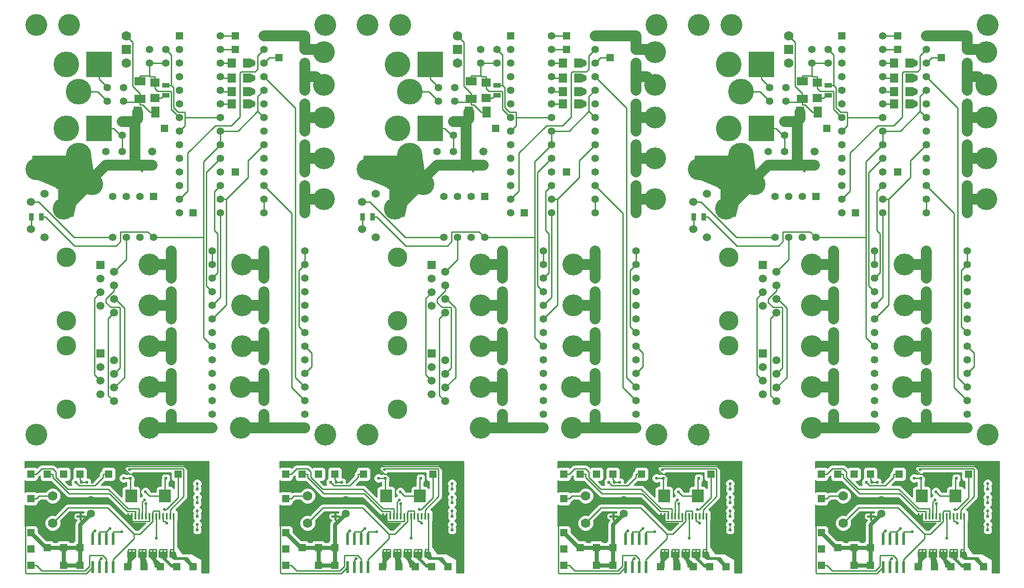
<source format=gtl>
G04 (created by PCBNEW-RS274X (2011-07-08)-stable) date Thu 21 Jul 2011 05:41:28 PM EDT*
G01*
G70*
G90*
%MOIN*%
G04 Gerber Fmt 3.4, Leading zero omitted, Abs format*
%FSLAX34Y34*%
G04 APERTURE LIST*
%ADD10C,0.006000*%
%ADD11C,0.015000*%
%ADD12C,0.160000*%
%ADD13C,0.055000*%
%ADD14R,0.055000X0.055000*%
%ADD15C,0.059100*%
%ADD16C,0.189000*%
%ADD17R,0.189000X0.189000*%
%ADD18R,0.062900X0.070900*%
%ADD19R,0.070900X0.062900*%
%ADD20C,0.070000*%
%ADD21R,0.070000X0.070000*%
%ADD22C,0.143700*%
%ADD23R,0.059100X0.059100*%
%ADD24R,0.035000X0.055000*%
%ADD25R,0.055000X0.035000*%
%ADD26R,0.060000X0.080000*%
%ADD27R,0.080000X0.060000*%
%ADD28C,0.060000*%
%ADD29R,0.086600X0.094500*%
%ADD30R,0.019700X0.019700*%
%ADD31R,0.023600X0.086600*%
%ADD32R,0.016000X0.050000*%
%ADD33C,0.021000*%
%ADD34C,0.010000*%
%ADD35C,0.080000*%
%ADD36C,0.008000*%
%ADD37C,0.030000*%
G04 APERTURE END LIST*
G54D10*
G54D11*
X30100Y-26900D02*
X30600Y-26900D01*
X30350Y-27150D02*
X30350Y-26700D01*
X78700Y-26900D02*
X79200Y-26900D01*
X78950Y-27150D02*
X78950Y-26700D01*
X54400Y-26900D02*
X54900Y-26900D01*
X54650Y-27150D02*
X54650Y-26700D01*
X25600Y-52500D02*
X26100Y-52500D01*
X25850Y-52750D02*
X25850Y-52300D01*
X83600Y-52500D02*
X84100Y-52500D01*
X83850Y-52750D02*
X83850Y-52300D01*
X64700Y-52500D02*
X65200Y-52500D01*
X64950Y-52750D02*
X64950Y-52300D01*
X44300Y-52500D02*
X44800Y-52500D01*
X44550Y-52750D02*
X44550Y-52300D01*
G54D12*
X26700Y-28100D03*
X24600Y-29900D03*
X24600Y-27800D03*
X22600Y-27000D03*
X30900Y-46000D03*
X30900Y-43000D03*
X30900Y-40000D03*
X30900Y-37000D03*
X30900Y-34000D03*
X37600Y-46000D03*
X37600Y-43000D03*
X37700Y-40000D03*
X37700Y-37000D03*
X37700Y-34000D03*
X43700Y-18400D03*
X43700Y-20800D03*
X43700Y-23200D03*
X43700Y-26200D03*
X43700Y-29200D03*
X25000Y-16400D03*
G54D13*
X27700Y-26700D03*
X27700Y-25700D03*
X32100Y-19200D03*
X32100Y-18200D03*
X30900Y-19200D03*
X30900Y-18200D03*
X28900Y-23500D03*
X28900Y-24500D03*
X28900Y-26700D03*
X28900Y-25700D03*
X29000Y-22000D03*
X29000Y-21000D03*
X27800Y-22000D03*
X27800Y-21000D03*
X33100Y-18200D03*
X33100Y-19200D03*
X33100Y-20200D03*
X33100Y-21200D03*
X33100Y-22200D03*
X33100Y-23200D03*
X33100Y-24200D03*
X33100Y-25200D03*
X33100Y-26200D03*
X33100Y-27200D03*
X33100Y-28200D03*
X33100Y-29200D03*
X33100Y-30200D03*
G54D14*
X33100Y-17200D03*
G54D13*
X36100Y-30200D03*
X36100Y-29200D03*
X36100Y-28200D03*
X36100Y-27200D03*
X36100Y-26200D03*
X36100Y-25200D03*
X36100Y-24200D03*
X36100Y-23200D03*
X36100Y-22200D03*
X36100Y-21200D03*
X36100Y-20200D03*
X36100Y-19200D03*
X36100Y-18200D03*
X36100Y-17200D03*
G54D15*
X31100Y-25700D03*
X31100Y-26700D03*
G54D16*
X24800Y-19300D03*
G54D17*
X27200Y-19300D03*
G54D16*
X25700Y-21300D03*
X24800Y-24000D03*
G54D17*
X27200Y-24000D03*
G54D16*
X25700Y-26000D03*
G54D18*
X36941Y-19200D03*
X38059Y-19200D03*
X36941Y-20300D03*
X38059Y-20300D03*
X36941Y-21300D03*
X38059Y-21300D03*
X36941Y-22200D03*
X38059Y-22200D03*
G54D19*
X31300Y-20641D03*
X31300Y-21759D03*
G54D20*
X29200Y-17200D03*
G54D21*
X29200Y-18200D03*
G54D20*
X29200Y-19200D03*
G54D22*
X24800Y-44638D03*
X24800Y-39965D03*
G54D23*
X27300Y-40550D03*
G54D15*
X28300Y-41050D03*
X27300Y-41550D03*
X28300Y-42050D03*
X27300Y-42550D03*
X28300Y-43050D03*
X27300Y-43550D03*
X28300Y-44050D03*
G54D22*
X24800Y-38138D03*
X24800Y-33465D03*
G54D23*
X27300Y-34050D03*
G54D15*
X28300Y-34550D03*
X27300Y-35050D03*
X28300Y-35550D03*
X27300Y-36050D03*
X28300Y-36550D03*
X27300Y-37050D03*
X28300Y-37550D03*
G54D14*
X37200Y-17200D03*
X37200Y-18200D03*
X37200Y-27200D03*
X34100Y-30200D03*
X32000Y-24000D03*
X40400Y-18800D03*
G54D24*
X22225Y-30500D03*
X22975Y-30500D03*
G54D25*
X32100Y-21575D03*
X32100Y-20825D03*
G54D26*
X31350Y-22800D03*
X30050Y-22800D03*
G54D27*
X30200Y-21850D03*
X30200Y-20550D03*
G54D14*
X31200Y-29000D03*
G54D13*
X30200Y-29000D03*
X29200Y-29000D03*
X28200Y-29000D03*
X28200Y-32000D03*
X29200Y-32000D03*
X30200Y-32000D03*
X31200Y-32000D03*
X32500Y-34000D03*
X32500Y-35000D03*
X32500Y-36000D03*
X32500Y-37000D03*
X32500Y-38000D03*
X32500Y-39000D03*
X32500Y-40000D03*
X32500Y-41000D03*
X32500Y-42000D03*
X32500Y-43000D03*
X32500Y-44000D03*
X32500Y-45000D03*
X32500Y-46000D03*
G54D14*
X32500Y-33000D03*
G54D13*
X35500Y-46000D03*
X35500Y-45000D03*
X35500Y-44000D03*
X35500Y-43000D03*
X35500Y-42000D03*
X35500Y-41000D03*
X35500Y-40000D03*
X35500Y-39000D03*
X35500Y-38000D03*
X35500Y-37000D03*
X35500Y-36000D03*
X35500Y-35000D03*
X35500Y-34000D03*
X35500Y-33000D03*
X39300Y-34000D03*
X39300Y-35000D03*
X39300Y-36000D03*
X39300Y-37000D03*
X39300Y-38000D03*
X39300Y-39000D03*
X39300Y-40000D03*
X39300Y-41000D03*
X39300Y-42000D03*
X39300Y-43000D03*
X39300Y-44000D03*
X39300Y-45000D03*
X39300Y-46000D03*
G54D14*
X39300Y-33000D03*
G54D13*
X42300Y-46000D03*
X42300Y-45000D03*
X42300Y-44000D03*
X42300Y-43000D03*
X42300Y-42000D03*
X42300Y-41000D03*
X42300Y-40000D03*
X42300Y-39000D03*
X42300Y-38000D03*
X42300Y-37000D03*
X42300Y-36000D03*
X42300Y-35000D03*
X42300Y-34000D03*
X42300Y-33000D03*
X42300Y-29200D03*
X42300Y-28200D03*
X42300Y-27200D03*
X42300Y-26200D03*
X42300Y-25200D03*
X42300Y-24200D03*
X42300Y-23200D03*
X42300Y-22200D03*
X42300Y-21200D03*
X42300Y-20200D03*
X42300Y-19200D03*
X42300Y-18200D03*
X42300Y-17200D03*
G54D14*
X42300Y-30200D03*
G54D13*
X39300Y-17200D03*
X39300Y-18200D03*
X39300Y-19200D03*
X39300Y-20200D03*
X39300Y-21200D03*
X39300Y-22200D03*
X39300Y-23200D03*
X39300Y-24200D03*
X39300Y-25200D03*
X39300Y-26200D03*
X39300Y-27200D03*
X39300Y-28200D03*
X39300Y-29200D03*
X39300Y-30200D03*
G54D12*
X43800Y-46500D03*
X22600Y-46500D03*
X43800Y-16400D03*
X22600Y-16400D03*
G54D28*
X22200Y-31400D03*
X22200Y-29400D03*
X23200Y-32000D03*
X23200Y-28800D03*
G54D12*
X75300Y-28100D03*
X73200Y-29900D03*
X73200Y-27800D03*
X71200Y-27000D03*
X79500Y-46000D03*
X79500Y-43000D03*
X79500Y-40000D03*
X79500Y-37000D03*
X79500Y-34000D03*
X86200Y-46000D03*
X86200Y-43000D03*
X86300Y-40000D03*
X86300Y-37000D03*
X86300Y-34000D03*
X92300Y-18400D03*
X92300Y-20800D03*
X92300Y-23200D03*
X92300Y-26200D03*
X92300Y-29200D03*
X73600Y-16400D03*
G54D13*
X76300Y-26700D03*
X76300Y-25700D03*
X80700Y-19200D03*
X80700Y-18200D03*
X79500Y-19200D03*
X79500Y-18200D03*
X77500Y-23500D03*
X77500Y-24500D03*
X77500Y-26700D03*
X77500Y-25700D03*
X77600Y-22000D03*
X77600Y-21000D03*
X76400Y-22000D03*
X76400Y-21000D03*
X81700Y-18200D03*
X81700Y-19200D03*
X81700Y-20200D03*
X81700Y-21200D03*
X81700Y-22200D03*
X81700Y-23200D03*
X81700Y-24200D03*
X81700Y-25200D03*
X81700Y-26200D03*
X81700Y-27200D03*
X81700Y-28200D03*
X81700Y-29200D03*
X81700Y-30200D03*
G54D14*
X81700Y-17200D03*
G54D13*
X84700Y-30200D03*
X84700Y-29200D03*
X84700Y-28200D03*
X84700Y-27200D03*
X84700Y-26200D03*
X84700Y-25200D03*
X84700Y-24200D03*
X84700Y-23200D03*
X84700Y-22200D03*
X84700Y-21200D03*
X84700Y-20200D03*
X84700Y-19200D03*
X84700Y-18200D03*
X84700Y-17200D03*
G54D15*
X79700Y-25700D03*
X79700Y-26700D03*
G54D16*
X73400Y-19300D03*
G54D17*
X75800Y-19300D03*
G54D16*
X74300Y-21300D03*
X73400Y-24000D03*
G54D17*
X75800Y-24000D03*
G54D16*
X74300Y-26000D03*
G54D18*
X85541Y-19200D03*
X86659Y-19200D03*
X85541Y-20300D03*
X86659Y-20300D03*
X85541Y-21300D03*
X86659Y-21300D03*
X85541Y-22200D03*
X86659Y-22200D03*
G54D19*
X79900Y-20641D03*
X79900Y-21759D03*
G54D20*
X77800Y-17200D03*
G54D21*
X77800Y-18200D03*
G54D20*
X77800Y-19200D03*
G54D22*
X73400Y-44638D03*
X73400Y-39965D03*
G54D23*
X75900Y-40550D03*
G54D15*
X76900Y-41050D03*
X75900Y-41550D03*
X76900Y-42050D03*
X75900Y-42550D03*
X76900Y-43050D03*
X75900Y-43550D03*
X76900Y-44050D03*
G54D22*
X73400Y-38138D03*
X73400Y-33465D03*
G54D23*
X75900Y-34050D03*
G54D15*
X76900Y-34550D03*
X75900Y-35050D03*
X76900Y-35550D03*
X75900Y-36050D03*
X76900Y-36550D03*
X75900Y-37050D03*
X76900Y-37550D03*
G54D14*
X85800Y-17200D03*
X85800Y-18200D03*
X85800Y-27200D03*
X82700Y-30200D03*
X80600Y-24000D03*
X89000Y-18800D03*
G54D24*
X70825Y-30500D03*
X71575Y-30500D03*
G54D25*
X80700Y-21575D03*
X80700Y-20825D03*
G54D26*
X79950Y-22800D03*
X78650Y-22800D03*
G54D27*
X78800Y-21850D03*
X78800Y-20550D03*
G54D14*
X79800Y-29000D03*
G54D13*
X78800Y-29000D03*
X77800Y-29000D03*
X76800Y-29000D03*
X76800Y-32000D03*
X77800Y-32000D03*
X78800Y-32000D03*
X79800Y-32000D03*
X81100Y-34000D03*
X81100Y-35000D03*
X81100Y-36000D03*
X81100Y-37000D03*
X81100Y-38000D03*
X81100Y-39000D03*
X81100Y-40000D03*
X81100Y-41000D03*
X81100Y-42000D03*
X81100Y-43000D03*
X81100Y-44000D03*
X81100Y-45000D03*
X81100Y-46000D03*
G54D14*
X81100Y-33000D03*
G54D13*
X84100Y-46000D03*
X84100Y-45000D03*
X84100Y-44000D03*
X84100Y-43000D03*
X84100Y-42000D03*
X84100Y-41000D03*
X84100Y-40000D03*
X84100Y-39000D03*
X84100Y-38000D03*
X84100Y-37000D03*
X84100Y-36000D03*
X84100Y-35000D03*
X84100Y-34000D03*
X84100Y-33000D03*
X87900Y-34000D03*
X87900Y-35000D03*
X87900Y-36000D03*
X87900Y-37000D03*
X87900Y-38000D03*
X87900Y-39000D03*
X87900Y-40000D03*
X87900Y-41000D03*
X87900Y-42000D03*
X87900Y-43000D03*
X87900Y-44000D03*
X87900Y-45000D03*
X87900Y-46000D03*
G54D14*
X87900Y-33000D03*
G54D13*
X90900Y-46000D03*
X90900Y-45000D03*
X90900Y-44000D03*
X90900Y-43000D03*
X90900Y-42000D03*
X90900Y-41000D03*
X90900Y-40000D03*
X90900Y-39000D03*
X90900Y-38000D03*
X90900Y-37000D03*
X90900Y-36000D03*
X90900Y-35000D03*
X90900Y-34000D03*
X90900Y-33000D03*
X90900Y-29200D03*
X90900Y-28200D03*
X90900Y-27200D03*
X90900Y-26200D03*
X90900Y-25200D03*
X90900Y-24200D03*
X90900Y-23200D03*
X90900Y-22200D03*
X90900Y-21200D03*
X90900Y-20200D03*
X90900Y-19200D03*
X90900Y-18200D03*
X90900Y-17200D03*
G54D14*
X90900Y-30200D03*
G54D13*
X87900Y-17200D03*
X87900Y-18200D03*
X87900Y-19200D03*
X87900Y-20200D03*
X87900Y-21200D03*
X87900Y-22200D03*
X87900Y-23200D03*
X87900Y-24200D03*
X87900Y-25200D03*
X87900Y-26200D03*
X87900Y-27200D03*
X87900Y-28200D03*
X87900Y-29200D03*
X87900Y-30200D03*
G54D12*
X92400Y-46500D03*
X71200Y-46500D03*
X92400Y-16400D03*
X71200Y-16400D03*
G54D28*
X70800Y-31400D03*
X70800Y-29400D03*
X71800Y-32000D03*
X71800Y-28800D03*
G54D12*
X51000Y-28100D03*
X48900Y-29900D03*
X48900Y-27800D03*
X46900Y-27000D03*
X55200Y-46000D03*
X55200Y-43000D03*
X55200Y-40000D03*
X55200Y-37000D03*
X55200Y-34000D03*
X61900Y-46000D03*
X61900Y-43000D03*
X62000Y-40000D03*
X62000Y-37000D03*
X62000Y-34000D03*
X68000Y-18400D03*
X68000Y-20800D03*
X68000Y-23200D03*
X68000Y-26200D03*
X68000Y-29200D03*
X49300Y-16400D03*
G54D13*
X52000Y-26700D03*
X52000Y-25700D03*
X56400Y-19200D03*
X56400Y-18200D03*
X55200Y-19200D03*
X55200Y-18200D03*
X53200Y-23500D03*
X53200Y-24500D03*
X53200Y-26700D03*
X53200Y-25700D03*
X53300Y-22000D03*
X53300Y-21000D03*
X52100Y-22000D03*
X52100Y-21000D03*
X57400Y-18200D03*
X57400Y-19200D03*
X57400Y-20200D03*
X57400Y-21200D03*
X57400Y-22200D03*
X57400Y-23200D03*
X57400Y-24200D03*
X57400Y-25200D03*
X57400Y-26200D03*
X57400Y-27200D03*
X57400Y-28200D03*
X57400Y-29200D03*
X57400Y-30200D03*
G54D14*
X57400Y-17200D03*
G54D13*
X60400Y-30200D03*
X60400Y-29200D03*
X60400Y-28200D03*
X60400Y-27200D03*
X60400Y-26200D03*
X60400Y-25200D03*
X60400Y-24200D03*
X60400Y-23200D03*
X60400Y-22200D03*
X60400Y-21200D03*
X60400Y-20200D03*
X60400Y-19200D03*
X60400Y-18200D03*
X60400Y-17200D03*
G54D15*
X55400Y-25700D03*
X55400Y-26700D03*
G54D16*
X49100Y-19300D03*
G54D17*
X51500Y-19300D03*
G54D16*
X50000Y-21300D03*
X49100Y-24000D03*
G54D17*
X51500Y-24000D03*
G54D16*
X50000Y-26000D03*
G54D18*
X61241Y-19200D03*
X62359Y-19200D03*
X61241Y-20300D03*
X62359Y-20300D03*
X61241Y-21300D03*
X62359Y-21300D03*
X61241Y-22200D03*
X62359Y-22200D03*
G54D19*
X55600Y-20641D03*
X55600Y-21759D03*
G54D20*
X53500Y-17200D03*
G54D21*
X53500Y-18200D03*
G54D20*
X53500Y-19200D03*
G54D22*
X49100Y-44638D03*
X49100Y-39965D03*
G54D23*
X51600Y-40550D03*
G54D15*
X52600Y-41050D03*
X51600Y-41550D03*
X52600Y-42050D03*
X51600Y-42550D03*
X52600Y-43050D03*
X51600Y-43550D03*
X52600Y-44050D03*
G54D22*
X49100Y-38138D03*
X49100Y-33465D03*
G54D23*
X51600Y-34050D03*
G54D15*
X52600Y-34550D03*
X51600Y-35050D03*
X52600Y-35550D03*
X51600Y-36050D03*
X52600Y-36550D03*
X51600Y-37050D03*
X52600Y-37550D03*
G54D14*
X61500Y-17200D03*
X61500Y-18200D03*
X61500Y-27200D03*
X58400Y-30200D03*
X56300Y-24000D03*
X64700Y-18800D03*
G54D24*
X46525Y-30500D03*
X47275Y-30500D03*
G54D25*
X56400Y-21575D03*
X56400Y-20825D03*
G54D26*
X55650Y-22800D03*
X54350Y-22800D03*
G54D27*
X54500Y-21850D03*
X54500Y-20550D03*
G54D14*
X55500Y-29000D03*
G54D13*
X54500Y-29000D03*
X53500Y-29000D03*
X52500Y-29000D03*
X52500Y-32000D03*
X53500Y-32000D03*
X54500Y-32000D03*
X55500Y-32000D03*
X56800Y-34000D03*
X56800Y-35000D03*
X56800Y-36000D03*
X56800Y-37000D03*
X56800Y-38000D03*
X56800Y-39000D03*
X56800Y-40000D03*
X56800Y-41000D03*
X56800Y-42000D03*
X56800Y-43000D03*
X56800Y-44000D03*
X56800Y-45000D03*
X56800Y-46000D03*
G54D14*
X56800Y-33000D03*
G54D13*
X59800Y-46000D03*
X59800Y-45000D03*
X59800Y-44000D03*
X59800Y-43000D03*
X59800Y-42000D03*
X59800Y-41000D03*
X59800Y-40000D03*
X59800Y-39000D03*
X59800Y-38000D03*
X59800Y-37000D03*
X59800Y-36000D03*
X59800Y-35000D03*
X59800Y-34000D03*
X59800Y-33000D03*
X63600Y-34000D03*
X63600Y-35000D03*
X63600Y-36000D03*
X63600Y-37000D03*
X63600Y-38000D03*
X63600Y-39000D03*
X63600Y-40000D03*
X63600Y-41000D03*
X63600Y-42000D03*
X63600Y-43000D03*
X63600Y-44000D03*
X63600Y-45000D03*
X63600Y-46000D03*
G54D14*
X63600Y-33000D03*
G54D13*
X66600Y-46000D03*
X66600Y-45000D03*
X66600Y-44000D03*
X66600Y-43000D03*
X66600Y-42000D03*
X66600Y-41000D03*
X66600Y-40000D03*
X66600Y-39000D03*
X66600Y-38000D03*
X66600Y-37000D03*
X66600Y-36000D03*
X66600Y-35000D03*
X66600Y-34000D03*
X66600Y-33000D03*
X66600Y-29200D03*
X66600Y-28200D03*
X66600Y-27200D03*
X66600Y-26200D03*
X66600Y-25200D03*
X66600Y-24200D03*
X66600Y-23200D03*
X66600Y-22200D03*
X66600Y-21200D03*
X66600Y-20200D03*
X66600Y-19200D03*
X66600Y-18200D03*
X66600Y-17200D03*
G54D14*
X66600Y-30200D03*
G54D13*
X63600Y-17200D03*
X63600Y-18200D03*
X63600Y-19200D03*
X63600Y-20200D03*
X63600Y-21200D03*
X63600Y-22200D03*
X63600Y-23200D03*
X63600Y-24200D03*
X63600Y-25200D03*
X63600Y-26200D03*
X63600Y-27200D03*
X63600Y-28200D03*
X63600Y-29200D03*
X63600Y-30200D03*
G54D12*
X68100Y-46500D03*
X46900Y-46500D03*
X68100Y-16400D03*
X46900Y-16400D03*
G54D28*
X46500Y-31400D03*
X46500Y-29400D03*
X47500Y-32000D03*
X47500Y-28800D03*
G54D29*
X32040Y-51000D03*
X29560Y-51000D03*
G54D15*
X26600Y-51300D03*
X26600Y-52300D03*
G54D20*
X23800Y-51000D03*
G54D21*
X23800Y-52000D03*
G54D20*
X23800Y-53000D03*
G54D14*
X33000Y-49400D03*
X22200Y-49400D03*
X23400Y-49400D03*
X24600Y-49400D03*
X25800Y-54800D03*
X25800Y-56100D03*
X24600Y-54800D03*
X23400Y-54800D03*
X24600Y-56100D03*
X22200Y-51200D03*
X22200Y-53700D03*
X22200Y-52400D03*
X22200Y-56100D03*
X22200Y-54900D03*
X25800Y-49400D03*
G54D13*
X26800Y-49400D03*
G54D30*
X33999Y-53500D03*
X34401Y-53500D03*
X33999Y-52500D03*
X34401Y-52500D03*
X33999Y-51500D03*
X34401Y-51500D03*
X33999Y-50500D03*
X34401Y-50500D03*
X25901Y-50000D03*
X25499Y-50000D03*
X29901Y-49700D03*
X29499Y-49700D03*
X31699Y-49700D03*
X32101Y-49700D03*
X26701Y-50000D03*
X26299Y-50000D03*
G54D31*
X28250Y-54176D03*
X27750Y-54176D03*
X27250Y-54176D03*
X26750Y-54176D03*
X26750Y-56223D03*
X27250Y-56223D03*
X27750Y-56223D03*
X28250Y-56223D03*
G54D32*
X29350Y-55300D03*
X29600Y-55300D03*
X29860Y-55300D03*
X30120Y-55300D03*
X30370Y-55300D03*
X30630Y-55300D03*
X30890Y-55300D03*
X31140Y-55300D03*
X31400Y-55300D03*
X31650Y-55300D03*
X31910Y-55300D03*
X32170Y-55300D03*
X32420Y-55300D03*
X32680Y-55300D03*
X32680Y-52500D03*
X32420Y-52500D03*
X32180Y-52500D03*
X31910Y-52500D03*
X31650Y-52500D03*
X31400Y-52500D03*
X31140Y-52500D03*
X30890Y-52500D03*
X30630Y-52500D03*
X30370Y-52500D03*
X30120Y-52500D03*
X29860Y-52500D03*
X29600Y-52500D03*
X29350Y-52500D03*
G54D14*
X27900Y-49400D03*
X31700Y-56200D03*
X30500Y-56200D03*
X29300Y-56200D03*
X32900Y-56200D03*
X34100Y-56200D03*
G54D29*
X90040Y-51000D03*
X87560Y-51000D03*
G54D15*
X84600Y-51300D03*
X84600Y-52300D03*
G54D20*
X81800Y-51000D03*
G54D21*
X81800Y-52000D03*
G54D20*
X81800Y-53000D03*
G54D14*
X91000Y-49400D03*
X80200Y-49400D03*
X81400Y-49400D03*
X82600Y-49400D03*
X83800Y-54800D03*
X83800Y-56100D03*
X82600Y-54800D03*
X81400Y-54800D03*
X82600Y-56100D03*
X80200Y-51200D03*
X80200Y-53700D03*
X80200Y-52400D03*
X80200Y-56100D03*
X80200Y-54900D03*
X83800Y-49400D03*
G54D13*
X84800Y-49400D03*
G54D30*
X91999Y-53500D03*
X92401Y-53500D03*
X91999Y-52500D03*
X92401Y-52500D03*
X91999Y-51500D03*
X92401Y-51500D03*
X91999Y-50500D03*
X92401Y-50500D03*
X83901Y-50000D03*
X83499Y-50000D03*
X87901Y-49700D03*
X87499Y-49700D03*
X89699Y-49700D03*
X90101Y-49700D03*
X84701Y-50000D03*
X84299Y-50000D03*
G54D31*
X86250Y-54176D03*
X85750Y-54176D03*
X85250Y-54176D03*
X84750Y-54176D03*
X84750Y-56223D03*
X85250Y-56223D03*
X85750Y-56223D03*
X86250Y-56223D03*
G54D32*
X87350Y-55300D03*
X87600Y-55300D03*
X87860Y-55300D03*
X88120Y-55300D03*
X88370Y-55300D03*
X88630Y-55300D03*
X88890Y-55300D03*
X89140Y-55300D03*
X89400Y-55300D03*
X89650Y-55300D03*
X89910Y-55300D03*
X90170Y-55300D03*
X90420Y-55300D03*
X90680Y-55300D03*
X90680Y-52500D03*
X90420Y-52500D03*
X90180Y-52500D03*
X89910Y-52500D03*
X89650Y-52500D03*
X89400Y-52500D03*
X89140Y-52500D03*
X88890Y-52500D03*
X88630Y-52500D03*
X88370Y-52500D03*
X88120Y-52500D03*
X87860Y-52500D03*
X87600Y-52500D03*
X87350Y-52500D03*
G54D14*
X85900Y-49400D03*
X89700Y-56200D03*
X88500Y-56200D03*
X87300Y-56200D03*
X90900Y-56200D03*
X92100Y-56200D03*
G54D29*
X71140Y-51000D03*
X68660Y-51000D03*
G54D15*
X65700Y-51300D03*
X65700Y-52300D03*
G54D20*
X62900Y-51000D03*
G54D21*
X62900Y-52000D03*
G54D20*
X62900Y-53000D03*
G54D14*
X72100Y-49400D03*
X61300Y-49400D03*
X62500Y-49400D03*
X63700Y-49400D03*
X64900Y-54800D03*
X64900Y-56100D03*
X63700Y-54800D03*
X62500Y-54800D03*
X63700Y-56100D03*
X61300Y-51200D03*
X61300Y-53700D03*
X61300Y-52400D03*
X61300Y-56100D03*
X61300Y-54900D03*
X64900Y-49400D03*
G54D13*
X65900Y-49400D03*
G54D30*
X73099Y-53500D03*
X73501Y-53500D03*
X73099Y-52500D03*
X73501Y-52500D03*
X73099Y-51500D03*
X73501Y-51500D03*
X73099Y-50500D03*
X73501Y-50500D03*
X65001Y-50000D03*
X64599Y-50000D03*
X69001Y-49700D03*
X68599Y-49700D03*
X70799Y-49700D03*
X71201Y-49700D03*
X65801Y-50000D03*
X65399Y-50000D03*
G54D31*
X67350Y-54176D03*
X66850Y-54176D03*
X66350Y-54176D03*
X65850Y-54176D03*
X65850Y-56223D03*
X66350Y-56223D03*
X66850Y-56223D03*
X67350Y-56223D03*
G54D32*
X68450Y-55300D03*
X68700Y-55300D03*
X68960Y-55300D03*
X69220Y-55300D03*
X69470Y-55300D03*
X69730Y-55300D03*
X69990Y-55300D03*
X70240Y-55300D03*
X70500Y-55300D03*
X70750Y-55300D03*
X71010Y-55300D03*
X71270Y-55300D03*
X71520Y-55300D03*
X71780Y-55300D03*
X71780Y-52500D03*
X71520Y-52500D03*
X71280Y-52500D03*
X71010Y-52500D03*
X70750Y-52500D03*
X70500Y-52500D03*
X70240Y-52500D03*
X69990Y-52500D03*
X69730Y-52500D03*
X69470Y-52500D03*
X69220Y-52500D03*
X68960Y-52500D03*
X68700Y-52500D03*
X68450Y-52500D03*
G54D14*
X67000Y-49400D03*
X70800Y-56200D03*
X69600Y-56200D03*
X68400Y-56200D03*
X72000Y-56200D03*
X73200Y-56200D03*
G54D29*
X50740Y-51000D03*
X48260Y-51000D03*
G54D15*
X45300Y-51300D03*
X45300Y-52300D03*
G54D20*
X42500Y-51000D03*
G54D21*
X42500Y-52000D03*
G54D20*
X42500Y-53000D03*
G54D14*
X51700Y-49400D03*
X40900Y-49400D03*
X42100Y-49400D03*
X43300Y-49400D03*
X44500Y-54800D03*
X44500Y-56100D03*
X43300Y-54800D03*
X42100Y-54800D03*
X43300Y-56100D03*
X40900Y-51200D03*
X40900Y-53700D03*
X40900Y-52400D03*
X40900Y-56100D03*
X40900Y-54900D03*
X44500Y-49400D03*
G54D13*
X45500Y-49400D03*
G54D30*
X52699Y-53500D03*
X53101Y-53500D03*
X52699Y-52500D03*
X53101Y-52500D03*
X52699Y-51500D03*
X53101Y-51500D03*
X52699Y-50500D03*
X53101Y-50500D03*
X44601Y-50000D03*
X44199Y-50000D03*
X48601Y-49700D03*
X48199Y-49700D03*
X50399Y-49700D03*
X50801Y-49700D03*
X45401Y-50000D03*
X44999Y-50000D03*
G54D31*
X46950Y-54176D03*
X46450Y-54176D03*
X45950Y-54176D03*
X45450Y-54176D03*
X45450Y-56223D03*
X45950Y-56223D03*
X46450Y-56223D03*
X46950Y-56223D03*
G54D32*
X48050Y-55300D03*
X48300Y-55300D03*
X48560Y-55300D03*
X48820Y-55300D03*
X49070Y-55300D03*
X49330Y-55300D03*
X49590Y-55300D03*
X49840Y-55300D03*
X50100Y-55300D03*
X50350Y-55300D03*
X50610Y-55300D03*
X50870Y-55300D03*
X51120Y-55300D03*
X51380Y-55300D03*
X51380Y-52500D03*
X51120Y-52500D03*
X50880Y-52500D03*
X50610Y-52500D03*
X50350Y-52500D03*
X50100Y-52500D03*
X49840Y-52500D03*
X49590Y-52500D03*
X49330Y-52500D03*
X49070Y-52500D03*
X48820Y-52500D03*
X48560Y-52500D03*
X48300Y-52500D03*
X48050Y-52500D03*
G54D14*
X46600Y-49400D03*
X50400Y-56200D03*
X49200Y-56200D03*
X48000Y-56200D03*
X51600Y-56200D03*
X52800Y-56200D03*
G54D33*
X34400Y-51100D03*
X92400Y-51100D03*
X73500Y-51100D03*
X53100Y-51100D03*
X34401Y-52101D03*
X92401Y-52101D03*
X73501Y-52101D03*
X53101Y-52101D03*
G54D13*
X38400Y-19200D03*
X87000Y-19200D03*
X62700Y-19200D03*
G54D33*
X34401Y-53101D03*
X92401Y-53101D03*
X73501Y-53101D03*
X53101Y-53101D03*
G54D13*
X38400Y-20300D03*
X87000Y-20300D03*
X62700Y-20300D03*
G54D33*
X27382Y-55611D03*
X85382Y-55611D03*
X66482Y-55611D03*
X46082Y-55611D03*
G54D13*
X38400Y-21300D03*
X87000Y-21300D03*
X62700Y-21300D03*
G54D33*
X34401Y-50101D03*
X92401Y-50101D03*
X73501Y-50101D03*
X53101Y-50101D03*
X30630Y-51580D03*
X88630Y-51580D03*
X69730Y-51580D03*
X49330Y-51580D03*
G54D13*
X38400Y-22200D03*
X87000Y-22200D03*
X62700Y-22200D03*
G54D33*
X31400Y-54100D03*
X89400Y-54100D03*
X70500Y-54100D03*
X50100Y-54100D03*
X32004Y-51985D03*
X90004Y-51985D03*
X71104Y-51985D03*
X50704Y-51985D03*
X30531Y-51289D03*
X88531Y-51289D03*
X69631Y-51289D03*
X49231Y-51289D03*
X28870Y-53636D03*
X86870Y-53636D03*
X67970Y-53636D03*
X47570Y-53636D03*
X29000Y-49700D03*
X87000Y-49700D03*
X68100Y-49700D03*
X47700Y-49700D03*
X26912Y-53558D03*
X84912Y-53558D03*
X66012Y-53558D03*
X45612Y-53558D03*
X32159Y-52988D03*
X90159Y-52988D03*
X71259Y-52988D03*
X50859Y-52988D03*
X29436Y-49058D03*
X87436Y-49058D03*
X68536Y-49058D03*
X48136Y-49058D03*
X30600Y-50700D03*
X88600Y-50700D03*
X69700Y-50700D03*
X49300Y-50700D03*
X28009Y-53396D03*
X86009Y-53396D03*
X67109Y-53396D03*
X46709Y-53396D03*
G54D34*
X33499Y-23200D02*
X36100Y-23200D01*
X39300Y-30200D02*
X39300Y-29200D01*
X35500Y-33000D02*
X35500Y-34000D01*
X28900Y-25700D02*
X28900Y-24500D01*
X27800Y-20968D02*
X27200Y-20368D01*
X27800Y-21000D02*
X27800Y-20968D01*
X27200Y-19300D02*
X27200Y-20368D01*
X33499Y-23801D02*
X33100Y-24200D01*
X33499Y-23200D02*
X33499Y-23801D01*
X42300Y-33000D02*
X42300Y-34000D01*
X41874Y-38574D02*
X42300Y-39000D01*
X41874Y-34426D02*
X41874Y-38574D01*
X42300Y-34000D02*
X41874Y-34426D01*
X22769Y-29400D02*
X22200Y-29400D01*
X25369Y-32000D02*
X22769Y-29400D01*
X28200Y-32000D02*
X25369Y-32000D01*
X28768Y-24500D02*
X28900Y-24500D01*
X28268Y-24000D02*
X28768Y-24500D01*
X27200Y-24000D02*
X28268Y-24000D01*
X32100Y-20825D02*
X32498Y-20825D01*
X32498Y-18598D02*
X32498Y-20825D01*
X32100Y-18200D02*
X32498Y-18598D01*
X33499Y-22818D02*
X33499Y-23200D01*
X33471Y-22790D02*
X33499Y-22818D01*
X33006Y-22790D02*
X33471Y-22790D01*
X32680Y-22464D02*
X33006Y-22790D01*
X32680Y-21007D02*
X32680Y-22464D01*
X32498Y-20825D02*
X32680Y-21007D01*
X82099Y-23200D02*
X84700Y-23200D01*
X87900Y-30200D02*
X87900Y-29200D01*
X84100Y-33000D02*
X84100Y-34000D01*
X77500Y-25700D02*
X77500Y-24500D01*
X76400Y-20968D02*
X75800Y-20368D01*
X76400Y-21000D02*
X76400Y-20968D01*
X75800Y-19300D02*
X75800Y-20368D01*
X82099Y-23801D02*
X81700Y-24200D01*
X82099Y-23200D02*
X82099Y-23801D01*
X90900Y-33000D02*
X90900Y-34000D01*
X90474Y-38574D02*
X90900Y-39000D01*
X90474Y-34426D02*
X90474Y-38574D01*
X90900Y-34000D02*
X90474Y-34426D01*
X71369Y-29400D02*
X70800Y-29400D01*
X73969Y-32000D02*
X71369Y-29400D01*
X76800Y-32000D02*
X73969Y-32000D01*
X77368Y-24500D02*
X77500Y-24500D01*
X76868Y-24000D02*
X77368Y-24500D01*
X75800Y-24000D02*
X76868Y-24000D01*
X80700Y-20825D02*
X81098Y-20825D01*
X81098Y-18598D02*
X81098Y-20825D01*
X80700Y-18200D02*
X81098Y-18598D01*
X82099Y-22818D02*
X82099Y-23200D01*
X82071Y-22790D02*
X82099Y-22818D01*
X81606Y-22790D02*
X82071Y-22790D01*
X81280Y-22464D02*
X81606Y-22790D01*
X81280Y-21007D02*
X81280Y-22464D01*
X81098Y-20825D02*
X81280Y-21007D01*
X57799Y-23200D02*
X60400Y-23200D01*
X63600Y-30200D02*
X63600Y-29200D01*
X59800Y-33000D02*
X59800Y-34000D01*
X53200Y-25700D02*
X53200Y-24500D01*
X52100Y-20968D02*
X51500Y-20368D01*
X52100Y-21000D02*
X52100Y-20968D01*
X51500Y-19300D02*
X51500Y-20368D01*
X57799Y-23801D02*
X57400Y-24200D01*
X57799Y-23200D02*
X57799Y-23801D01*
X66600Y-33000D02*
X66600Y-34000D01*
X66174Y-38574D02*
X66600Y-39000D01*
X66174Y-34426D02*
X66174Y-38574D01*
X66600Y-34000D02*
X66174Y-34426D01*
X47069Y-29400D02*
X46500Y-29400D01*
X49669Y-32000D02*
X47069Y-29400D01*
X52500Y-32000D02*
X49669Y-32000D01*
X53068Y-24500D02*
X53200Y-24500D01*
X52568Y-24000D02*
X53068Y-24500D01*
X51500Y-24000D02*
X52568Y-24000D01*
X56400Y-20825D02*
X56798Y-20825D01*
X56798Y-18598D02*
X56798Y-20825D01*
X56400Y-18200D02*
X56798Y-18598D01*
X57799Y-22818D02*
X57799Y-23200D01*
X57771Y-22790D02*
X57799Y-22818D01*
X57306Y-22790D02*
X57771Y-22790D01*
X56980Y-22464D02*
X57306Y-22790D01*
X56980Y-21007D02*
X56980Y-22464D01*
X56798Y-20825D02*
X56980Y-21007D01*
X31699Y-49700D02*
X29901Y-49700D01*
X29901Y-49700D02*
X29601Y-49400D01*
X29601Y-49400D02*
X29443Y-49400D01*
X29443Y-49400D02*
X28891Y-48848D01*
X26701Y-50000D02*
X26701Y-49779D01*
X22998Y-52000D02*
X22598Y-52400D01*
X23800Y-52000D02*
X22998Y-52000D01*
X33999Y-53500D02*
X33999Y-53278D01*
X33999Y-52500D02*
X33999Y-53278D01*
X26800Y-49680D02*
X26800Y-49400D01*
X26701Y-49779D02*
X26800Y-49680D01*
X33999Y-50500D02*
X33999Y-51500D01*
X33999Y-51500D02*
X33999Y-52500D01*
X22200Y-52400D02*
X22399Y-52400D01*
X22399Y-52400D02*
X22598Y-52400D01*
X26285Y-56688D02*
X26750Y-56223D01*
X21845Y-56688D02*
X26285Y-56688D01*
X21801Y-56644D02*
X21845Y-56688D01*
X21801Y-52998D02*
X21801Y-56644D01*
X22399Y-52400D02*
X21801Y-52998D01*
X23800Y-52000D02*
X24273Y-52000D01*
X24973Y-51300D02*
X26600Y-51300D01*
X24273Y-52000D02*
X24973Y-51300D01*
X27352Y-48848D02*
X26800Y-49400D01*
X28891Y-48848D02*
X27352Y-48848D01*
X28911Y-48828D02*
X28891Y-48848D01*
X33471Y-48828D02*
X28911Y-48828D01*
X33999Y-49356D02*
X33471Y-48828D01*
X33999Y-50500D02*
X33999Y-49356D01*
X30890Y-52873D02*
X29600Y-52873D01*
X30890Y-52500D02*
X30890Y-52873D01*
X29600Y-52500D02*
X29600Y-52873D01*
X29350Y-52500D02*
X29600Y-52500D01*
X89699Y-49700D02*
X87901Y-49700D01*
X87901Y-49700D02*
X87601Y-49400D01*
X87601Y-49400D02*
X87443Y-49400D01*
X87443Y-49400D02*
X86891Y-48848D01*
X84701Y-50000D02*
X84701Y-49779D01*
X80998Y-52000D02*
X80598Y-52400D01*
X81800Y-52000D02*
X80998Y-52000D01*
X91999Y-53500D02*
X91999Y-53278D01*
X91999Y-52500D02*
X91999Y-53278D01*
X84800Y-49680D02*
X84800Y-49400D01*
X84701Y-49779D02*
X84800Y-49680D01*
X91999Y-50500D02*
X91999Y-51500D01*
X91999Y-51500D02*
X91999Y-52500D01*
X80200Y-52400D02*
X80399Y-52400D01*
X80399Y-52400D02*
X80598Y-52400D01*
X84285Y-56688D02*
X84750Y-56223D01*
X79845Y-56688D02*
X84285Y-56688D01*
X79801Y-56644D02*
X79845Y-56688D01*
X79801Y-52998D02*
X79801Y-56644D01*
X80399Y-52400D02*
X79801Y-52998D01*
X81800Y-52000D02*
X82273Y-52000D01*
X82973Y-51300D02*
X84600Y-51300D01*
X82273Y-52000D02*
X82973Y-51300D01*
X85352Y-48848D02*
X84800Y-49400D01*
X86891Y-48848D02*
X85352Y-48848D01*
X86911Y-48828D02*
X86891Y-48848D01*
X91471Y-48828D02*
X86911Y-48828D01*
X91999Y-49356D02*
X91471Y-48828D01*
X91999Y-50500D02*
X91999Y-49356D01*
X88890Y-52873D02*
X87600Y-52873D01*
X88890Y-52500D02*
X88890Y-52873D01*
X87600Y-52500D02*
X87600Y-52873D01*
X87350Y-52500D02*
X87600Y-52500D01*
X70799Y-49700D02*
X69001Y-49700D01*
X69001Y-49700D02*
X68701Y-49400D01*
X68701Y-49400D02*
X68543Y-49400D01*
X68543Y-49400D02*
X67991Y-48848D01*
X65801Y-50000D02*
X65801Y-49779D01*
X62098Y-52000D02*
X61698Y-52400D01*
X62900Y-52000D02*
X62098Y-52000D01*
X73099Y-53500D02*
X73099Y-53278D01*
X73099Y-52500D02*
X73099Y-53278D01*
X65900Y-49680D02*
X65900Y-49400D01*
X65801Y-49779D02*
X65900Y-49680D01*
X73099Y-50500D02*
X73099Y-51500D01*
X73099Y-51500D02*
X73099Y-52500D01*
X61300Y-52400D02*
X61499Y-52400D01*
X61499Y-52400D02*
X61698Y-52400D01*
X65385Y-56688D02*
X65850Y-56223D01*
X60945Y-56688D02*
X65385Y-56688D01*
X60901Y-56644D02*
X60945Y-56688D01*
X60901Y-52998D02*
X60901Y-56644D01*
X61499Y-52400D02*
X60901Y-52998D01*
X62900Y-52000D02*
X63373Y-52000D01*
X64073Y-51300D02*
X65700Y-51300D01*
X63373Y-52000D02*
X64073Y-51300D01*
X66452Y-48848D02*
X65900Y-49400D01*
X67991Y-48848D02*
X66452Y-48848D01*
X68011Y-48828D02*
X67991Y-48848D01*
X72571Y-48828D02*
X68011Y-48828D01*
X73099Y-49356D02*
X72571Y-48828D01*
X73099Y-50500D02*
X73099Y-49356D01*
X69990Y-52873D02*
X68700Y-52873D01*
X69990Y-52500D02*
X69990Y-52873D01*
X68700Y-52500D02*
X68700Y-52873D01*
X68450Y-52500D02*
X68700Y-52500D01*
X50399Y-49700D02*
X48601Y-49700D01*
X48601Y-49700D02*
X48301Y-49400D01*
X48301Y-49400D02*
X48143Y-49400D01*
X48143Y-49400D02*
X47591Y-48848D01*
X45401Y-50000D02*
X45401Y-49779D01*
X41698Y-52000D02*
X41298Y-52400D01*
X42500Y-52000D02*
X41698Y-52000D01*
X52699Y-53500D02*
X52699Y-53278D01*
X52699Y-52500D02*
X52699Y-53278D01*
X45500Y-49680D02*
X45500Y-49400D01*
X45401Y-49779D02*
X45500Y-49680D01*
X52699Y-50500D02*
X52699Y-51500D01*
X52699Y-51500D02*
X52699Y-52500D01*
X40900Y-52400D02*
X41099Y-52400D01*
X41099Y-52400D02*
X41298Y-52400D01*
X44985Y-56688D02*
X45450Y-56223D01*
X40545Y-56688D02*
X44985Y-56688D01*
X40501Y-56644D02*
X40545Y-56688D01*
X40501Y-52998D02*
X40501Y-56644D01*
X41099Y-52400D02*
X40501Y-52998D01*
X42500Y-52000D02*
X42973Y-52000D01*
X43673Y-51300D02*
X45300Y-51300D01*
X42973Y-52000D02*
X43673Y-51300D01*
X46052Y-48848D02*
X45500Y-49400D01*
X47591Y-48848D02*
X46052Y-48848D01*
X47611Y-48828D02*
X47591Y-48848D01*
X52171Y-48828D02*
X47611Y-48828D01*
X52699Y-49356D02*
X52171Y-48828D01*
X52699Y-50500D02*
X52699Y-49356D01*
X49590Y-52873D02*
X48300Y-52873D01*
X49590Y-52500D02*
X49590Y-52873D01*
X48300Y-52500D02*
X48300Y-52873D01*
X48050Y-52500D02*
X48300Y-52500D01*
X31962Y-21575D02*
X31778Y-21759D01*
X32100Y-21575D02*
X31962Y-21575D01*
X31300Y-21759D02*
X31778Y-21759D01*
X80562Y-21575D02*
X80378Y-21759D01*
X80700Y-21575D02*
X80562Y-21575D01*
X79900Y-21759D02*
X80378Y-21759D01*
X56262Y-21575D02*
X56078Y-21759D01*
X56400Y-21575D02*
X56262Y-21575D01*
X55600Y-21759D02*
X56078Y-21759D01*
G54D35*
X23800Y-27000D02*
X24600Y-27800D01*
X22600Y-27000D02*
X23800Y-27000D01*
X25700Y-26700D02*
X24600Y-27800D01*
X25700Y-26000D02*
X25700Y-26700D01*
X26000Y-28500D02*
X24600Y-29900D01*
X26700Y-28100D02*
X26000Y-28500D01*
X25700Y-27400D02*
X26700Y-28100D01*
X25700Y-26000D02*
X25700Y-27400D01*
X28900Y-26700D02*
X27700Y-26700D01*
X26800Y-27600D02*
X26700Y-28100D01*
X27700Y-26700D02*
X26800Y-27600D01*
X31100Y-26700D02*
X29834Y-26700D01*
X29834Y-26700D02*
X28900Y-26700D01*
X29834Y-26700D02*
X29834Y-23500D01*
X30050Y-23284D02*
X29834Y-23500D01*
X30050Y-22800D02*
X30050Y-23284D01*
X29834Y-23500D02*
X28900Y-23500D01*
X72400Y-27000D02*
X73200Y-27800D01*
X71200Y-27000D02*
X72400Y-27000D01*
X74300Y-26700D02*
X73200Y-27800D01*
X74300Y-26000D02*
X74300Y-26700D01*
X74600Y-28500D02*
X73200Y-29900D01*
X75300Y-28100D02*
X74600Y-28500D01*
X74300Y-27400D02*
X75300Y-28100D01*
X74300Y-26000D02*
X74300Y-27400D01*
X77500Y-26700D02*
X76300Y-26700D01*
X75400Y-27600D02*
X75300Y-28100D01*
X76300Y-26700D02*
X75400Y-27600D01*
X79700Y-26700D02*
X78434Y-26700D01*
X78434Y-26700D02*
X77500Y-26700D01*
X78434Y-26700D02*
X78434Y-23500D01*
X78650Y-23284D02*
X78434Y-23500D01*
X78650Y-22800D02*
X78650Y-23284D01*
X78434Y-23500D02*
X77500Y-23500D01*
X48100Y-27000D02*
X48900Y-27800D01*
X46900Y-27000D02*
X48100Y-27000D01*
X50000Y-26700D02*
X48900Y-27800D01*
X50000Y-26000D02*
X50000Y-26700D01*
X50300Y-28500D02*
X48900Y-29900D01*
X51000Y-28100D02*
X50300Y-28500D01*
X50000Y-27400D02*
X51000Y-28100D01*
X50000Y-26000D02*
X50000Y-27400D01*
X53200Y-26700D02*
X52000Y-26700D01*
X51100Y-27600D02*
X51000Y-28100D01*
X52000Y-26700D02*
X51100Y-27600D01*
X55400Y-26700D02*
X54134Y-26700D01*
X54134Y-26700D02*
X53200Y-26700D01*
X54134Y-26700D02*
X54134Y-23500D01*
X54350Y-23284D02*
X54134Y-23500D01*
X54350Y-22800D02*
X54350Y-23284D01*
X54134Y-23500D02*
X53200Y-23500D01*
G54D34*
X34400Y-51100D02*
X34401Y-51101D01*
G54D36*
X34401Y-51500D02*
X34401Y-51101D01*
G54D34*
X92400Y-51100D02*
X92401Y-51101D01*
G54D36*
X92401Y-51500D02*
X92401Y-51101D01*
G54D34*
X73500Y-51100D02*
X73501Y-51101D01*
G54D36*
X73501Y-51500D02*
X73501Y-51101D01*
G54D34*
X53100Y-51100D02*
X53101Y-51101D01*
G54D36*
X53101Y-51500D02*
X53101Y-51101D01*
G54D34*
X30400Y-22273D02*
X30200Y-22273D01*
X30927Y-22800D02*
X30400Y-22273D01*
X31350Y-22800D02*
X30927Y-22800D01*
X27100Y-21300D02*
X27800Y-22000D01*
X25700Y-21300D02*
X27100Y-21300D01*
X30200Y-21850D02*
X30200Y-22061D01*
X30200Y-22061D02*
X30200Y-22273D01*
X29061Y-22061D02*
X29000Y-22000D01*
X30200Y-22061D02*
X29061Y-22061D01*
X29676Y-20903D02*
X30200Y-21427D01*
X29676Y-17676D02*
X29676Y-20903D01*
X29200Y-17200D02*
X29676Y-17676D01*
X30200Y-21850D02*
X30200Y-21427D01*
X79000Y-22273D02*
X78800Y-22273D01*
X79527Y-22800D02*
X79000Y-22273D01*
X79950Y-22800D02*
X79527Y-22800D01*
X75700Y-21300D02*
X76400Y-22000D01*
X74300Y-21300D02*
X75700Y-21300D01*
X78800Y-21850D02*
X78800Y-22061D01*
X78800Y-22061D02*
X78800Y-22273D01*
X77661Y-22061D02*
X77600Y-22000D01*
X78800Y-22061D02*
X77661Y-22061D01*
X78276Y-20903D02*
X78800Y-21427D01*
X78276Y-17676D02*
X78276Y-20903D01*
X77800Y-17200D02*
X78276Y-17676D01*
X78800Y-21850D02*
X78800Y-21427D01*
X54700Y-22273D02*
X54500Y-22273D01*
X55227Y-22800D02*
X54700Y-22273D01*
X55650Y-22800D02*
X55227Y-22800D01*
X51400Y-21300D02*
X52100Y-22000D01*
X50000Y-21300D02*
X51400Y-21300D01*
X54500Y-21850D02*
X54500Y-22061D01*
X54500Y-22061D02*
X54500Y-22273D01*
X53361Y-22061D02*
X53300Y-22000D01*
X54500Y-22061D02*
X53361Y-22061D01*
X53976Y-20903D02*
X54500Y-21427D01*
X53976Y-17676D02*
X53976Y-20903D01*
X53500Y-17200D02*
X53976Y-17676D01*
X54500Y-21850D02*
X54500Y-21427D01*
X34400Y-52100D02*
X34401Y-52101D01*
G54D36*
X34401Y-52101D02*
X34400Y-52100D01*
X34401Y-52500D02*
X34401Y-52101D01*
G54D34*
X92400Y-52100D02*
X92401Y-52101D01*
G54D36*
X92401Y-52101D02*
X92400Y-52100D01*
X92401Y-52500D02*
X92401Y-52101D01*
G54D34*
X73500Y-52100D02*
X73501Y-52101D01*
G54D36*
X73501Y-52101D02*
X73500Y-52100D01*
X73501Y-52500D02*
X73501Y-52101D01*
G54D34*
X53100Y-52100D02*
X53101Y-52101D01*
G54D36*
X53101Y-52101D02*
X53100Y-52100D01*
X53101Y-52500D02*
X53101Y-52101D01*
G54D34*
X39300Y-19200D02*
X39700Y-18800D01*
X39700Y-18800D02*
X40400Y-18800D01*
X87900Y-19200D02*
X88300Y-18800D01*
X88300Y-18800D02*
X89000Y-18800D01*
X63600Y-19200D02*
X64000Y-18800D01*
X64000Y-18800D02*
X64700Y-18800D01*
X38059Y-19200D02*
X38400Y-19200D01*
X86659Y-19200D02*
X87000Y-19200D01*
X62359Y-19200D02*
X62700Y-19200D01*
G54D36*
X34401Y-53500D02*
X34401Y-53101D01*
X34401Y-53101D02*
X34400Y-53100D01*
X92401Y-53500D02*
X92401Y-53101D01*
X92401Y-53101D02*
X92400Y-53100D01*
X73501Y-53500D02*
X73501Y-53101D01*
X73501Y-53101D02*
X73500Y-53100D01*
X53101Y-53500D02*
X53101Y-53101D01*
X53101Y-53101D02*
X53100Y-53100D01*
G54D34*
X36200Y-20300D02*
X36100Y-20200D01*
X36941Y-20300D02*
X36200Y-20300D01*
X84800Y-20300D02*
X84700Y-20200D01*
X85541Y-20300D02*
X84800Y-20300D01*
X60500Y-20300D02*
X60400Y-20200D01*
X61241Y-20300D02*
X60500Y-20300D01*
X22798Y-51000D02*
X22598Y-51200D01*
X23800Y-51000D02*
X22798Y-51000D01*
X22200Y-51200D02*
X22598Y-51200D01*
X80798Y-51000D02*
X80598Y-51200D01*
X81800Y-51000D02*
X80798Y-51000D01*
X80200Y-51200D02*
X80598Y-51200D01*
X61898Y-51000D02*
X61698Y-51200D01*
X62900Y-51000D02*
X61898Y-51000D01*
X61300Y-51200D02*
X61698Y-51200D01*
X41498Y-51000D02*
X41298Y-51200D01*
X42500Y-51000D02*
X41498Y-51000D01*
X40900Y-51200D02*
X41298Y-51200D01*
X38400Y-20300D02*
X38059Y-20300D01*
X87000Y-20300D02*
X86659Y-20300D01*
X62700Y-20300D02*
X62359Y-20300D01*
G54D37*
X25800Y-53100D02*
X26600Y-52300D01*
X25800Y-54800D02*
X25800Y-53100D01*
X23300Y-54800D02*
X22200Y-53700D01*
X23400Y-54800D02*
X23300Y-54800D01*
X24600Y-54800D02*
X23400Y-54800D01*
X25800Y-54800D02*
X24600Y-54800D01*
X25800Y-54800D02*
X25800Y-56100D01*
X25800Y-56100D02*
X24600Y-56100D01*
X24600Y-56100D02*
X24600Y-54800D01*
X83800Y-53100D02*
X84600Y-52300D01*
X83800Y-54800D02*
X83800Y-53100D01*
X81300Y-54800D02*
X80200Y-53700D01*
X81400Y-54800D02*
X81300Y-54800D01*
X82600Y-54800D02*
X81400Y-54800D01*
X83800Y-54800D02*
X82600Y-54800D01*
X83800Y-54800D02*
X83800Y-56100D01*
X83800Y-56100D02*
X82600Y-56100D01*
X82600Y-56100D02*
X82600Y-54800D01*
X64900Y-53100D02*
X65700Y-52300D01*
X64900Y-54800D02*
X64900Y-53100D01*
X62400Y-54800D02*
X61300Y-53700D01*
X62500Y-54800D02*
X62400Y-54800D01*
X63700Y-54800D02*
X62500Y-54800D01*
X64900Y-54800D02*
X63700Y-54800D01*
X64900Y-54800D02*
X64900Y-56100D01*
X64900Y-56100D02*
X63700Y-56100D01*
X63700Y-56100D02*
X63700Y-54800D01*
X44500Y-53100D02*
X45300Y-52300D01*
X44500Y-54800D02*
X44500Y-53100D01*
X42000Y-54800D02*
X40900Y-53700D01*
X42100Y-54800D02*
X42000Y-54800D01*
X43300Y-54800D02*
X42100Y-54800D01*
X44500Y-54800D02*
X43300Y-54800D01*
X44500Y-54800D02*
X44500Y-56100D01*
X44500Y-56100D02*
X43300Y-56100D01*
X43300Y-56100D02*
X43300Y-54800D01*
G54D34*
X36200Y-21300D02*
X36100Y-21200D01*
X36941Y-21300D02*
X36200Y-21300D01*
X84800Y-21300D02*
X84700Y-21200D01*
X85541Y-21300D02*
X84800Y-21300D01*
X60500Y-21300D02*
X60400Y-21200D01*
X61241Y-21300D02*
X60500Y-21300D01*
X27326Y-55667D02*
X27382Y-55611D01*
X27250Y-55667D02*
X27326Y-55667D01*
X27250Y-56223D02*
X27250Y-55667D01*
X85326Y-55667D02*
X85382Y-55611D01*
X85250Y-55667D02*
X85326Y-55667D01*
X85250Y-56223D02*
X85250Y-55667D01*
X66426Y-55667D02*
X66482Y-55611D01*
X66350Y-55667D02*
X66426Y-55667D01*
X66350Y-56223D02*
X66350Y-55667D01*
X46026Y-55667D02*
X46082Y-55611D01*
X45950Y-55667D02*
X46026Y-55667D01*
X45950Y-56223D02*
X45950Y-55667D01*
X38400Y-21300D02*
X38059Y-21300D01*
X87000Y-21300D02*
X86659Y-21300D01*
X62700Y-21300D02*
X62359Y-21300D01*
X29200Y-33650D02*
X28300Y-34550D01*
X29200Y-32000D02*
X29200Y-33650D01*
X77800Y-33650D02*
X76900Y-34550D01*
X77800Y-32000D02*
X77800Y-33650D01*
X53500Y-33650D02*
X52600Y-34550D01*
X53500Y-32000D02*
X53500Y-33650D01*
G54D36*
X34401Y-50500D02*
X34401Y-50101D01*
X34401Y-50101D02*
X34400Y-50100D01*
X92401Y-50500D02*
X92401Y-50101D01*
X92401Y-50101D02*
X92400Y-50100D01*
X73501Y-50500D02*
X73501Y-50101D01*
X73501Y-50101D02*
X73500Y-50100D01*
X53101Y-50500D02*
X53101Y-50101D01*
X53101Y-50101D02*
X53100Y-50100D01*
G54D34*
X36100Y-17200D02*
X37200Y-17200D01*
X84700Y-17200D02*
X85800Y-17200D01*
X60400Y-17200D02*
X61500Y-17200D01*
X33701Y-28599D02*
X33100Y-29200D01*
X33701Y-25812D02*
X33701Y-28599D01*
X35729Y-23784D02*
X33701Y-25812D01*
X36913Y-23784D02*
X35729Y-23784D01*
X37521Y-23176D02*
X36913Y-23784D01*
X37521Y-19946D02*
X37521Y-23176D01*
X37649Y-19818D02*
X37521Y-19946D01*
X38654Y-19818D02*
X37649Y-19818D01*
X38822Y-19650D02*
X38654Y-19818D01*
X38822Y-18678D02*
X38822Y-19650D01*
X39300Y-18200D02*
X38822Y-18678D01*
X82301Y-28599D02*
X81700Y-29200D01*
X82301Y-25812D02*
X82301Y-28599D01*
X84329Y-23784D02*
X82301Y-25812D01*
X85513Y-23784D02*
X84329Y-23784D01*
X86121Y-23176D02*
X85513Y-23784D01*
X86121Y-19946D02*
X86121Y-23176D01*
X86249Y-19818D02*
X86121Y-19946D01*
X87254Y-19818D02*
X86249Y-19818D01*
X87422Y-19650D02*
X87254Y-19818D01*
X87422Y-18678D02*
X87422Y-19650D01*
X87900Y-18200D02*
X87422Y-18678D01*
X58001Y-28599D02*
X57400Y-29200D01*
X58001Y-25812D02*
X58001Y-28599D01*
X60029Y-23784D02*
X58001Y-25812D01*
X61213Y-23784D02*
X60029Y-23784D01*
X61821Y-23176D02*
X61213Y-23784D01*
X61821Y-19946D02*
X61821Y-23176D01*
X61949Y-19818D02*
X61821Y-19946D01*
X62954Y-19818D02*
X61949Y-19818D01*
X63122Y-19650D02*
X62954Y-19818D01*
X63122Y-18678D02*
X63122Y-19650D01*
X63600Y-18200D02*
X63122Y-18678D01*
X36941Y-22200D02*
X36100Y-22200D01*
X85541Y-22200D02*
X84700Y-22200D01*
X61241Y-22200D02*
X60400Y-22200D01*
X30630Y-52500D02*
X30630Y-51580D01*
X88630Y-52500D02*
X88630Y-51580D01*
X69730Y-52500D02*
X69730Y-51580D01*
X49330Y-52500D02*
X49330Y-51580D01*
X36100Y-36400D02*
X35500Y-37000D01*
X36100Y-30200D02*
X36100Y-36400D01*
X84700Y-36400D02*
X84100Y-37000D01*
X84700Y-30200D02*
X84700Y-36400D01*
X60400Y-36400D02*
X59800Y-37000D01*
X60400Y-30200D02*
X60400Y-36400D01*
X37200Y-18200D02*
X36100Y-18200D01*
X85800Y-18200D02*
X84700Y-18200D01*
X61500Y-18200D02*
X60400Y-18200D01*
X38400Y-22200D02*
X38059Y-22200D01*
X87000Y-22200D02*
X86659Y-22200D01*
X62700Y-22200D02*
X62359Y-22200D01*
X22996Y-56498D02*
X22598Y-56100D01*
X26173Y-56498D02*
X22996Y-56498D01*
X26508Y-56163D02*
X26173Y-56498D01*
X26508Y-55394D02*
X26508Y-56163D01*
X26536Y-55366D02*
X26508Y-55394D01*
X27472Y-55366D02*
X26536Y-55366D01*
X27750Y-55644D02*
X27472Y-55366D01*
X27750Y-56223D02*
X27750Y-55644D01*
X22200Y-56100D02*
X22598Y-56100D01*
X80996Y-56498D02*
X80598Y-56100D01*
X84173Y-56498D02*
X80996Y-56498D01*
X84508Y-56163D02*
X84173Y-56498D01*
X84508Y-55394D02*
X84508Y-56163D01*
X84536Y-55366D02*
X84508Y-55394D01*
X85472Y-55366D02*
X84536Y-55366D01*
X85750Y-55644D02*
X85472Y-55366D01*
X85750Y-56223D02*
X85750Y-55644D01*
X80200Y-56100D02*
X80598Y-56100D01*
X62096Y-56498D02*
X61698Y-56100D01*
X65273Y-56498D02*
X62096Y-56498D01*
X65608Y-56163D02*
X65273Y-56498D01*
X65608Y-55394D02*
X65608Y-56163D01*
X65636Y-55366D02*
X65608Y-55394D01*
X66572Y-55366D02*
X65636Y-55366D01*
X66850Y-55644D02*
X66572Y-55366D01*
X66850Y-56223D02*
X66850Y-55644D01*
X61300Y-56100D02*
X61698Y-56100D01*
X41696Y-56498D02*
X41298Y-56100D01*
X44873Y-56498D02*
X41696Y-56498D01*
X45208Y-56163D02*
X44873Y-56498D01*
X45208Y-55394D02*
X45208Y-56163D01*
X45236Y-55366D02*
X45208Y-55394D01*
X46172Y-55366D02*
X45236Y-55366D01*
X46450Y-55644D02*
X46172Y-55366D01*
X46450Y-56223D02*
X46450Y-55644D01*
X40900Y-56100D02*
X41298Y-56100D01*
G54D35*
X30900Y-34000D02*
X32500Y-34000D01*
X32500Y-34000D02*
X32500Y-35000D01*
X32500Y-34000D02*
X32500Y-33000D01*
X79500Y-34000D02*
X81100Y-34000D01*
X81100Y-34000D02*
X81100Y-35000D01*
X81100Y-34000D02*
X81100Y-33000D01*
X55200Y-34000D02*
X56800Y-34000D01*
X56800Y-34000D02*
X56800Y-35000D01*
X56800Y-34000D02*
X56800Y-33000D01*
X30900Y-37000D02*
X32500Y-37000D01*
X32500Y-36000D02*
X32500Y-37000D01*
X32500Y-37000D02*
X32500Y-38000D01*
X79500Y-37000D02*
X81100Y-37000D01*
X81100Y-36000D02*
X81100Y-37000D01*
X81100Y-37000D02*
X81100Y-38000D01*
X55200Y-37000D02*
X56800Y-37000D01*
X56800Y-36000D02*
X56800Y-37000D01*
X56800Y-37000D02*
X56800Y-38000D01*
X30900Y-40000D02*
X32500Y-40000D01*
X32500Y-39000D02*
X32500Y-40000D01*
X32500Y-40000D02*
X32500Y-41000D01*
X79500Y-40000D02*
X81100Y-40000D01*
X81100Y-39000D02*
X81100Y-40000D01*
X81100Y-40000D02*
X81100Y-41000D01*
X55200Y-40000D02*
X56800Y-40000D01*
X56800Y-39000D02*
X56800Y-40000D01*
X56800Y-40000D02*
X56800Y-41000D01*
G54D34*
X31400Y-52500D02*
X31400Y-54100D01*
X89400Y-52500D02*
X89400Y-54100D01*
X70500Y-52500D02*
X70500Y-54100D01*
X50100Y-52500D02*
X50100Y-54100D01*
X23400Y-49400D02*
X23798Y-49400D01*
X29860Y-52500D02*
X29860Y-52127D01*
X29263Y-52127D02*
X29860Y-52127D01*
X27972Y-50836D02*
X29263Y-52127D01*
X24990Y-50836D02*
X27972Y-50836D01*
X23798Y-49644D02*
X24990Y-50836D01*
X23798Y-49400D02*
X23798Y-49644D01*
X81400Y-49400D02*
X81798Y-49400D01*
X87860Y-52500D02*
X87860Y-52127D01*
X87263Y-52127D02*
X87860Y-52127D01*
X85972Y-50836D02*
X87263Y-52127D01*
X82990Y-50836D02*
X85972Y-50836D01*
X81798Y-49644D02*
X82990Y-50836D01*
X81798Y-49400D02*
X81798Y-49644D01*
X62500Y-49400D02*
X62898Y-49400D01*
X68960Y-52500D02*
X68960Y-52127D01*
X68363Y-52127D02*
X68960Y-52127D01*
X67072Y-50836D02*
X68363Y-52127D01*
X64090Y-50836D02*
X67072Y-50836D01*
X62898Y-49644D02*
X64090Y-50836D01*
X62898Y-49400D02*
X62898Y-49644D01*
X42100Y-49400D02*
X42498Y-49400D01*
X48560Y-52500D02*
X48560Y-52127D01*
X47963Y-52127D02*
X48560Y-52127D01*
X46672Y-50836D02*
X47963Y-52127D01*
X43690Y-50836D02*
X46672Y-50836D01*
X42498Y-49644D02*
X43690Y-50836D01*
X42498Y-49400D02*
X42498Y-49644D01*
G54D35*
X30900Y-43000D02*
X32500Y-43000D01*
X32500Y-42000D02*
X32500Y-43000D01*
X32500Y-43000D02*
X32500Y-44000D01*
X79500Y-43000D02*
X81100Y-43000D01*
X81100Y-42000D02*
X81100Y-43000D01*
X81100Y-43000D02*
X81100Y-44000D01*
X55200Y-43000D02*
X56800Y-43000D01*
X56800Y-42000D02*
X56800Y-43000D01*
X56800Y-43000D02*
X56800Y-44000D01*
X30900Y-46000D02*
X32500Y-46000D01*
X35500Y-46000D02*
X32500Y-46000D01*
X32500Y-46000D02*
X32500Y-45000D01*
X79500Y-46000D02*
X81100Y-46000D01*
X84100Y-46000D02*
X81100Y-46000D01*
X81100Y-46000D02*
X81100Y-45000D01*
X55200Y-46000D02*
X56800Y-46000D01*
X59800Y-46000D02*
X56800Y-46000D01*
X56800Y-46000D02*
X56800Y-45000D01*
G54D34*
X33000Y-51120D02*
X33000Y-49400D01*
X32135Y-51985D02*
X33000Y-51120D01*
X32004Y-51985D02*
X32135Y-51985D01*
X91000Y-51120D02*
X91000Y-49400D01*
X90135Y-51985D02*
X91000Y-51120D01*
X90004Y-51985D02*
X90135Y-51985D01*
X72100Y-51120D02*
X72100Y-49400D01*
X71235Y-51985D02*
X72100Y-51120D01*
X71104Y-51985D02*
X71235Y-51985D01*
X51700Y-51120D02*
X51700Y-49400D01*
X50835Y-51985D02*
X51700Y-51120D01*
X50704Y-51985D02*
X50835Y-51985D01*
X41333Y-43033D02*
X42300Y-44000D01*
X41333Y-30233D02*
X41333Y-43033D01*
X39300Y-28200D02*
X41333Y-30233D01*
X89933Y-43033D02*
X90900Y-44000D01*
X89933Y-30233D02*
X89933Y-43033D01*
X87900Y-28200D02*
X89933Y-30233D01*
X65633Y-43033D02*
X66600Y-44000D01*
X65633Y-30233D02*
X65633Y-43033D01*
X63600Y-28200D02*
X65633Y-30233D01*
X30370Y-51450D02*
X30370Y-52500D01*
X30531Y-51289D02*
X30370Y-51450D01*
X88370Y-51450D02*
X88370Y-52500D01*
X88531Y-51289D02*
X88370Y-51450D01*
X69470Y-51450D02*
X69470Y-52500D01*
X69631Y-51289D02*
X69470Y-51450D01*
X49070Y-51450D02*
X49070Y-52500D01*
X49231Y-51289D02*
X49070Y-51450D01*
X41600Y-42300D02*
X42300Y-43000D01*
X41600Y-22500D02*
X41600Y-42300D01*
X39300Y-20200D02*
X41600Y-22500D01*
X90200Y-42300D02*
X90900Y-43000D01*
X90200Y-22500D02*
X90200Y-42300D01*
X87900Y-20200D02*
X90200Y-22500D01*
X65900Y-42300D02*
X66600Y-43000D01*
X65900Y-22500D02*
X65900Y-42300D01*
X63600Y-20200D02*
X65900Y-22500D01*
X32170Y-54927D02*
X31910Y-54927D01*
X32170Y-55300D02*
X32170Y-54927D01*
X31975Y-55673D02*
X32502Y-56200D01*
X31910Y-55673D02*
X31975Y-55673D01*
X31910Y-55300D02*
X31910Y-55673D01*
X32900Y-56200D02*
X32502Y-56200D01*
X31650Y-55300D02*
X31650Y-55113D01*
X31910Y-55300D02*
X31910Y-54927D01*
X31678Y-54927D02*
X31910Y-54927D01*
X31650Y-54955D02*
X31678Y-54927D01*
X31650Y-55113D02*
X31650Y-54955D01*
X90170Y-54927D02*
X89910Y-54927D01*
X90170Y-55300D02*
X90170Y-54927D01*
X89975Y-55673D02*
X90502Y-56200D01*
X89910Y-55673D02*
X89975Y-55673D01*
X89910Y-55300D02*
X89910Y-55673D01*
X90900Y-56200D02*
X90502Y-56200D01*
X89650Y-55300D02*
X89650Y-55113D01*
X89910Y-55300D02*
X89910Y-54927D01*
X89678Y-54927D02*
X89910Y-54927D01*
X89650Y-54955D02*
X89678Y-54927D01*
X89650Y-55113D02*
X89650Y-54955D01*
X71270Y-54927D02*
X71010Y-54927D01*
X71270Y-55300D02*
X71270Y-54927D01*
X71075Y-55673D02*
X71602Y-56200D01*
X71010Y-55673D02*
X71075Y-55673D01*
X71010Y-55300D02*
X71010Y-55673D01*
X72000Y-56200D02*
X71602Y-56200D01*
X70750Y-55300D02*
X70750Y-55113D01*
X71010Y-55300D02*
X71010Y-54927D01*
X70778Y-54927D02*
X71010Y-54927D01*
X70750Y-54955D02*
X70778Y-54927D01*
X70750Y-55113D02*
X70750Y-54955D01*
X50870Y-54927D02*
X50610Y-54927D01*
X50870Y-55300D02*
X50870Y-54927D01*
X50675Y-55673D02*
X51202Y-56200D01*
X50610Y-55673D02*
X50675Y-55673D01*
X50610Y-55300D02*
X50610Y-55673D01*
X51600Y-56200D02*
X51202Y-56200D01*
X50350Y-55300D02*
X50350Y-55113D01*
X50610Y-55300D02*
X50610Y-54927D01*
X50378Y-54927D02*
X50610Y-54927D01*
X50350Y-54955D02*
X50378Y-54927D01*
X50350Y-55113D02*
X50350Y-54955D01*
X32680Y-55300D02*
X32680Y-55380D01*
X33500Y-55600D02*
X34100Y-56200D01*
X32900Y-55600D02*
X33500Y-55600D01*
X32680Y-55380D02*
X32900Y-55600D01*
X32420Y-55300D02*
X32420Y-54927D01*
X32680Y-54927D02*
X32420Y-54927D01*
X32680Y-52500D02*
X32680Y-54927D01*
X32680Y-54927D02*
X32680Y-55300D01*
X90680Y-55300D02*
X90680Y-55380D01*
X91500Y-55600D02*
X92100Y-56200D01*
X90900Y-55600D02*
X91500Y-55600D01*
X90680Y-55380D02*
X90900Y-55600D01*
X90420Y-55300D02*
X90420Y-54927D01*
X90680Y-54927D02*
X90420Y-54927D01*
X90680Y-52500D02*
X90680Y-54927D01*
X90680Y-54927D02*
X90680Y-55300D01*
X71780Y-55300D02*
X71780Y-55380D01*
X72600Y-55600D02*
X73200Y-56200D01*
X72000Y-55600D02*
X72600Y-55600D01*
X71780Y-55380D02*
X72000Y-55600D01*
X71520Y-55300D02*
X71520Y-54927D01*
X71780Y-54927D02*
X71520Y-54927D01*
X71780Y-52500D02*
X71780Y-54927D01*
X71780Y-54927D02*
X71780Y-55300D01*
X51380Y-55300D02*
X51380Y-55380D01*
X52200Y-55600D02*
X52800Y-56200D01*
X51600Y-55600D02*
X52200Y-55600D01*
X51380Y-55380D02*
X51600Y-55600D01*
X51120Y-55300D02*
X51120Y-54927D01*
X51380Y-54927D02*
X51120Y-54927D01*
X51380Y-52500D02*
X51380Y-54927D01*
X51380Y-54927D02*
X51380Y-55300D01*
X31400Y-54927D02*
X31140Y-54927D01*
X31400Y-55300D02*
X31400Y-54927D01*
X31302Y-55835D02*
X31302Y-56200D01*
X31140Y-55673D02*
X31302Y-55835D01*
X31140Y-55300D02*
X31140Y-55673D01*
X31700Y-56200D02*
X31302Y-56200D01*
X30890Y-55300D02*
X30890Y-55113D01*
X31140Y-55300D02*
X31140Y-54927D01*
X30918Y-54927D02*
X31140Y-54927D01*
X30890Y-54955D02*
X30918Y-54927D01*
X30890Y-55113D02*
X30890Y-54955D01*
X89400Y-54927D02*
X89140Y-54927D01*
X89400Y-55300D02*
X89400Y-54927D01*
X89302Y-55835D02*
X89302Y-56200D01*
X89140Y-55673D02*
X89302Y-55835D01*
X89140Y-55300D02*
X89140Y-55673D01*
X89700Y-56200D02*
X89302Y-56200D01*
X88890Y-55300D02*
X88890Y-55113D01*
X89140Y-55300D02*
X89140Y-54927D01*
X88918Y-54927D02*
X89140Y-54927D01*
X88890Y-54955D02*
X88918Y-54927D01*
X88890Y-55113D02*
X88890Y-54955D01*
X70500Y-54927D02*
X70240Y-54927D01*
X70500Y-55300D02*
X70500Y-54927D01*
X70402Y-55835D02*
X70402Y-56200D01*
X70240Y-55673D02*
X70402Y-55835D01*
X70240Y-55300D02*
X70240Y-55673D01*
X70800Y-56200D02*
X70402Y-56200D01*
X69990Y-55300D02*
X69990Y-55113D01*
X70240Y-55300D02*
X70240Y-54927D01*
X70018Y-54927D02*
X70240Y-54927D01*
X69990Y-54955D02*
X70018Y-54927D01*
X69990Y-55113D02*
X69990Y-54955D01*
X50100Y-54927D02*
X49840Y-54927D01*
X50100Y-55300D02*
X50100Y-54927D01*
X50002Y-55835D02*
X50002Y-56200D01*
X49840Y-55673D02*
X50002Y-55835D01*
X49840Y-55300D02*
X49840Y-55673D01*
X50400Y-56200D02*
X50002Y-56200D01*
X49590Y-55300D02*
X49590Y-55113D01*
X49840Y-55300D02*
X49840Y-54927D01*
X49618Y-54927D02*
X49840Y-54927D01*
X49590Y-54955D02*
X49618Y-54927D01*
X49590Y-55113D02*
X49590Y-54955D01*
X26860Y-42110D02*
X27300Y-42550D01*
X26860Y-36490D02*
X26860Y-42110D01*
X27300Y-36050D02*
X26860Y-36490D01*
X75460Y-42110D02*
X75900Y-42550D01*
X75460Y-36490D02*
X75460Y-42110D01*
X75900Y-36050D02*
X75460Y-36490D01*
X51160Y-42110D02*
X51600Y-42550D01*
X51160Y-36490D02*
X51160Y-42110D01*
X51600Y-36050D02*
X51160Y-36490D01*
X28250Y-54176D02*
X28250Y-53620D01*
X28854Y-53620D02*
X28250Y-53620D01*
X28870Y-53636D02*
X28854Y-53620D01*
X86250Y-54176D02*
X86250Y-53620D01*
X86854Y-53620D02*
X86250Y-53620D01*
X86870Y-53636D02*
X86854Y-53620D01*
X67350Y-54176D02*
X67350Y-53620D01*
X67954Y-53620D02*
X67350Y-53620D01*
X67970Y-53636D02*
X67954Y-53620D01*
X46950Y-54176D02*
X46950Y-53620D01*
X47554Y-53620D02*
X46950Y-53620D01*
X47570Y-53636D02*
X47554Y-53620D01*
X25800Y-49400D02*
X25800Y-49798D01*
X25901Y-49899D02*
X25800Y-49798D01*
X25901Y-50000D02*
X25901Y-49899D01*
X26299Y-50000D02*
X26077Y-50000D01*
X25901Y-50000D02*
X26077Y-50000D01*
X83800Y-49400D02*
X83800Y-49798D01*
X83901Y-49899D02*
X83800Y-49798D01*
X83901Y-50000D02*
X83901Y-49899D01*
X84299Y-50000D02*
X84077Y-50000D01*
X83901Y-50000D02*
X84077Y-50000D01*
X64900Y-49400D02*
X64900Y-49798D01*
X65001Y-49899D02*
X64900Y-49798D01*
X65001Y-50000D02*
X65001Y-49899D01*
X65399Y-50000D02*
X65177Y-50000D01*
X65001Y-50000D02*
X65177Y-50000D01*
X44500Y-49400D02*
X44500Y-49798D01*
X44601Y-49899D02*
X44500Y-49798D01*
X44601Y-50000D02*
X44601Y-49899D01*
X44999Y-50000D02*
X44777Y-50000D01*
X44601Y-50000D02*
X44777Y-50000D01*
X29350Y-55752D02*
X29300Y-55802D01*
X29350Y-55300D02*
X29350Y-55752D01*
X29300Y-56200D02*
X29300Y-55802D01*
X29600Y-55300D02*
X29600Y-55113D01*
X29350Y-55300D02*
X29350Y-54927D01*
X29860Y-55300D02*
X29860Y-54927D01*
X29572Y-54927D02*
X29350Y-54927D01*
X29600Y-54955D02*
X29572Y-54927D01*
X29628Y-54927D02*
X29600Y-54955D01*
X29860Y-54927D02*
X29628Y-54927D01*
X29600Y-54955D02*
X29600Y-55113D01*
X87350Y-55752D02*
X87300Y-55802D01*
X87350Y-55300D02*
X87350Y-55752D01*
X87300Y-56200D02*
X87300Y-55802D01*
X87600Y-55300D02*
X87600Y-55113D01*
X87350Y-55300D02*
X87350Y-54927D01*
X87860Y-55300D02*
X87860Y-54927D01*
X87572Y-54927D02*
X87350Y-54927D01*
X87600Y-54955D02*
X87572Y-54927D01*
X87628Y-54927D02*
X87600Y-54955D01*
X87860Y-54927D02*
X87628Y-54927D01*
X87600Y-54955D02*
X87600Y-55113D01*
X68450Y-55752D02*
X68400Y-55802D01*
X68450Y-55300D02*
X68450Y-55752D01*
X68400Y-56200D02*
X68400Y-55802D01*
X68700Y-55300D02*
X68700Y-55113D01*
X68450Y-55300D02*
X68450Y-54927D01*
X68960Y-55300D02*
X68960Y-54927D01*
X68672Y-54927D02*
X68450Y-54927D01*
X68700Y-54955D02*
X68672Y-54927D01*
X68728Y-54927D02*
X68700Y-54955D01*
X68960Y-54927D02*
X68728Y-54927D01*
X68700Y-54955D02*
X68700Y-55113D01*
X48050Y-55752D02*
X48000Y-55802D01*
X48050Y-55300D02*
X48050Y-55752D01*
X48000Y-56200D02*
X48000Y-55802D01*
X48300Y-55300D02*
X48300Y-55113D01*
X48050Y-55300D02*
X48050Y-54927D01*
X48560Y-55300D02*
X48560Y-54927D01*
X48272Y-54927D02*
X48050Y-54927D01*
X48300Y-54955D02*
X48272Y-54927D01*
X48328Y-54927D02*
X48300Y-54955D01*
X48560Y-54927D02*
X48328Y-54927D01*
X48300Y-54955D02*
X48300Y-55113D01*
X30630Y-54927D02*
X30370Y-54927D01*
X30630Y-55300D02*
X30630Y-54927D01*
X30371Y-55673D02*
X30500Y-55802D01*
X30370Y-55673D02*
X30371Y-55673D01*
X30500Y-56200D02*
X30500Y-55802D01*
X30370Y-55300D02*
X30370Y-55673D01*
X30120Y-55300D02*
X30120Y-55113D01*
X30370Y-55300D02*
X30370Y-54927D01*
X30148Y-54927D02*
X30370Y-54927D01*
X30120Y-54955D02*
X30148Y-54927D01*
X30120Y-55113D02*
X30120Y-54955D01*
X88630Y-54927D02*
X88370Y-54927D01*
X88630Y-55300D02*
X88630Y-54927D01*
X88371Y-55673D02*
X88500Y-55802D01*
X88370Y-55673D02*
X88371Y-55673D01*
X88500Y-56200D02*
X88500Y-55802D01*
X88370Y-55300D02*
X88370Y-55673D01*
X88120Y-55300D02*
X88120Y-55113D01*
X88370Y-55300D02*
X88370Y-54927D01*
X88148Y-54927D02*
X88370Y-54927D01*
X88120Y-54955D02*
X88148Y-54927D01*
X88120Y-55113D02*
X88120Y-54955D01*
X69730Y-54927D02*
X69470Y-54927D01*
X69730Y-55300D02*
X69730Y-54927D01*
X69471Y-55673D02*
X69600Y-55802D01*
X69470Y-55673D02*
X69471Y-55673D01*
X69600Y-56200D02*
X69600Y-55802D01*
X69470Y-55300D02*
X69470Y-55673D01*
X69220Y-55300D02*
X69220Y-55113D01*
X69470Y-55300D02*
X69470Y-54927D01*
X69248Y-54927D02*
X69470Y-54927D01*
X69220Y-54955D02*
X69248Y-54927D01*
X69220Y-55113D02*
X69220Y-54955D01*
X49330Y-54927D02*
X49070Y-54927D01*
X49330Y-55300D02*
X49330Y-54927D01*
X49071Y-55673D02*
X49200Y-55802D01*
X49070Y-55673D02*
X49071Y-55673D01*
X49200Y-56200D02*
X49200Y-55802D01*
X49070Y-55300D02*
X49070Y-55673D01*
X48820Y-55300D02*
X48820Y-55113D01*
X49070Y-55300D02*
X49070Y-54927D01*
X48848Y-54927D02*
X49070Y-54927D01*
X48820Y-54955D02*
X48848Y-54927D01*
X48820Y-55113D02*
X48820Y-54955D01*
X29499Y-49700D02*
X29499Y-50939D01*
X29499Y-50939D02*
X29560Y-51000D01*
X29000Y-49700D02*
X29499Y-49700D01*
X87499Y-49700D02*
X87499Y-50939D01*
X87499Y-50939D02*
X87560Y-51000D01*
X87000Y-49700D02*
X87499Y-49700D01*
X68599Y-49700D02*
X68599Y-50939D01*
X68599Y-50939D02*
X68660Y-51000D01*
X68100Y-49700D02*
X68599Y-49700D01*
X48199Y-49700D02*
X48199Y-50939D01*
X48199Y-50939D02*
X48260Y-51000D01*
X47700Y-49700D02*
X48199Y-49700D01*
X26750Y-54176D02*
X26750Y-53620D01*
X26850Y-53620D02*
X26750Y-53620D01*
X26912Y-53558D02*
X26850Y-53620D01*
X84750Y-54176D02*
X84750Y-53620D01*
X84850Y-53620D02*
X84750Y-53620D01*
X84912Y-53558D02*
X84850Y-53620D01*
X65850Y-54176D02*
X65850Y-53620D01*
X65950Y-53620D02*
X65850Y-53620D01*
X66012Y-53558D02*
X65950Y-53620D01*
X45450Y-54176D02*
X45450Y-53620D01*
X45550Y-53620D02*
X45450Y-53620D01*
X45612Y-53558D02*
X45550Y-53620D01*
X28740Y-41610D02*
X28300Y-42050D01*
X28740Y-37159D02*
X28740Y-41610D01*
X28712Y-37131D02*
X28740Y-37159D01*
X28054Y-37131D02*
X28712Y-37131D01*
X27717Y-36794D02*
X28054Y-37131D01*
X27717Y-36520D02*
X27717Y-36794D01*
X28300Y-35937D02*
X27717Y-36520D01*
X28300Y-35550D02*
X28300Y-35937D01*
X77340Y-41610D02*
X76900Y-42050D01*
X77340Y-37159D02*
X77340Y-41610D01*
X77312Y-37131D02*
X77340Y-37159D01*
X76654Y-37131D02*
X77312Y-37131D01*
X76317Y-36794D02*
X76654Y-37131D01*
X76317Y-36520D02*
X76317Y-36794D01*
X76900Y-35937D02*
X76317Y-36520D01*
X76900Y-35550D02*
X76900Y-35937D01*
X53040Y-41610D02*
X52600Y-42050D01*
X53040Y-37159D02*
X53040Y-41610D01*
X53012Y-37131D02*
X53040Y-37159D01*
X52354Y-37131D02*
X53012Y-37131D01*
X52017Y-36794D02*
X52354Y-37131D01*
X52017Y-36520D02*
X52017Y-36794D01*
X52600Y-35937D02*
X52017Y-36520D01*
X52600Y-35550D02*
X52600Y-35937D01*
X31910Y-52500D02*
X31910Y-52873D01*
X32044Y-52873D02*
X32159Y-52988D01*
X31910Y-52873D02*
X32044Y-52873D01*
X89910Y-52500D02*
X89910Y-52873D01*
X90044Y-52873D02*
X90159Y-52988D01*
X89910Y-52873D02*
X90044Y-52873D01*
X71010Y-52500D02*
X71010Y-52873D01*
X71144Y-52873D02*
X71259Y-52988D01*
X71010Y-52873D02*
X71144Y-52873D01*
X50610Y-52500D02*
X50610Y-52873D01*
X50744Y-52873D02*
X50859Y-52988D01*
X50610Y-52873D02*
X50744Y-52873D01*
X28401Y-36550D02*
X28300Y-36550D01*
X29053Y-37202D02*
X28401Y-36550D01*
X29053Y-42297D02*
X29053Y-37202D01*
X28300Y-43050D02*
X29053Y-42297D01*
X77001Y-36550D02*
X76900Y-36550D01*
X77653Y-37202D02*
X77001Y-36550D01*
X77653Y-42297D02*
X77653Y-37202D01*
X76900Y-43050D02*
X77653Y-42297D01*
X52701Y-36550D02*
X52600Y-36550D01*
X53353Y-37202D02*
X52701Y-36550D01*
X53353Y-42297D02*
X53353Y-37202D01*
X52600Y-43050D02*
X53353Y-42297D01*
X27880Y-43630D02*
X28300Y-44050D01*
X27880Y-37970D02*
X27880Y-43630D01*
X28300Y-37550D02*
X27880Y-37970D01*
X76480Y-43630D02*
X76900Y-44050D01*
X76480Y-37970D02*
X76480Y-43630D01*
X76900Y-37550D02*
X76480Y-37970D01*
X52180Y-43630D02*
X52600Y-44050D01*
X52180Y-37970D02*
X52180Y-43630D01*
X52600Y-37550D02*
X52180Y-37970D01*
X32420Y-52018D02*
X32420Y-52500D01*
X33399Y-51039D02*
X32420Y-52018D01*
X33399Y-49029D02*
X33399Y-51039D01*
X33371Y-49001D02*
X33399Y-49029D01*
X29493Y-49001D02*
X33371Y-49001D01*
X29436Y-49058D02*
X29493Y-49001D01*
X90420Y-52018D02*
X90420Y-52500D01*
X91399Y-51039D02*
X90420Y-52018D01*
X91399Y-49029D02*
X91399Y-51039D01*
X91371Y-49001D02*
X91399Y-49029D01*
X87493Y-49001D02*
X91371Y-49001D01*
X87436Y-49058D02*
X87493Y-49001D01*
X71520Y-52018D02*
X71520Y-52500D01*
X72499Y-51039D02*
X71520Y-52018D01*
X72499Y-49029D02*
X72499Y-51039D01*
X72471Y-49001D02*
X72499Y-49029D01*
X68593Y-49001D02*
X72471Y-49001D01*
X68536Y-49058D02*
X68593Y-49001D01*
X51120Y-52018D02*
X51120Y-52500D01*
X52099Y-51039D02*
X51120Y-52018D01*
X52099Y-49029D02*
X52099Y-51039D01*
X52071Y-49001D02*
X52099Y-49029D01*
X48193Y-49001D02*
X52071Y-49001D01*
X48136Y-49058D02*
X48193Y-49001D01*
G54D35*
X42300Y-29200D02*
X43700Y-29200D01*
X42300Y-28200D02*
X42300Y-29200D01*
X42300Y-29200D02*
X42300Y-30200D01*
X90900Y-29200D02*
X92300Y-29200D01*
X90900Y-28200D02*
X90900Y-29200D01*
X90900Y-29200D02*
X90900Y-30200D01*
X66600Y-29200D02*
X68000Y-29200D01*
X66600Y-28200D02*
X66600Y-29200D01*
X66600Y-29200D02*
X66600Y-30200D01*
G54D34*
X32040Y-51000D02*
X32040Y-49761D01*
X32040Y-49761D02*
X32101Y-49700D01*
X30900Y-51000D02*
X32040Y-51000D01*
X30600Y-50700D02*
X30900Y-51000D01*
X90040Y-51000D02*
X90040Y-49761D01*
X90040Y-49761D02*
X90101Y-49700D01*
X88900Y-51000D02*
X90040Y-51000D01*
X88600Y-50700D02*
X88900Y-51000D01*
X71140Y-51000D02*
X71140Y-49761D01*
X71140Y-49761D02*
X71201Y-49700D01*
X70000Y-51000D02*
X71140Y-51000D01*
X69700Y-50700D02*
X70000Y-51000D01*
X50740Y-51000D02*
X50740Y-49761D01*
X50740Y-49761D02*
X50801Y-49700D01*
X49600Y-51000D02*
X50740Y-51000D01*
X49300Y-50700D02*
X49600Y-51000D01*
X30120Y-51968D02*
X30120Y-52500D01*
X30092Y-51940D02*
X30120Y-51968D01*
X29322Y-51940D02*
X30092Y-51940D01*
X27871Y-50489D02*
X29322Y-51940D01*
X24888Y-50489D02*
X27871Y-50489D01*
X24033Y-49634D02*
X24888Y-50489D01*
X24033Y-49235D02*
X24033Y-49634D01*
X23799Y-49001D02*
X24033Y-49235D01*
X22997Y-49001D02*
X23799Y-49001D01*
X22598Y-49400D02*
X22997Y-49001D01*
X22200Y-49400D02*
X22598Y-49400D01*
X88120Y-51968D02*
X88120Y-52500D01*
X88092Y-51940D02*
X88120Y-51968D01*
X87322Y-51940D02*
X88092Y-51940D01*
X85871Y-50489D02*
X87322Y-51940D01*
X82888Y-50489D02*
X85871Y-50489D01*
X82033Y-49634D02*
X82888Y-50489D01*
X82033Y-49235D02*
X82033Y-49634D01*
X81799Y-49001D02*
X82033Y-49235D01*
X80997Y-49001D02*
X81799Y-49001D01*
X80598Y-49400D02*
X80997Y-49001D01*
X80200Y-49400D02*
X80598Y-49400D01*
X69220Y-51968D02*
X69220Y-52500D01*
X69192Y-51940D02*
X69220Y-51968D01*
X68422Y-51940D02*
X69192Y-51940D01*
X66971Y-50489D02*
X68422Y-51940D01*
X63988Y-50489D02*
X66971Y-50489D01*
X63133Y-49634D02*
X63988Y-50489D01*
X63133Y-49235D02*
X63133Y-49634D01*
X62899Y-49001D02*
X63133Y-49235D01*
X62097Y-49001D02*
X62899Y-49001D01*
X61698Y-49400D02*
X62097Y-49001D01*
X61300Y-49400D02*
X61698Y-49400D01*
X48820Y-51968D02*
X48820Y-52500D01*
X48792Y-51940D02*
X48820Y-51968D01*
X48022Y-51940D02*
X48792Y-51940D01*
X46571Y-50489D02*
X48022Y-51940D01*
X43588Y-50489D02*
X46571Y-50489D01*
X42733Y-49634D02*
X43588Y-50489D01*
X42733Y-49235D02*
X42733Y-49634D01*
X42499Y-49001D02*
X42733Y-49235D01*
X41697Y-49001D02*
X42499Y-49001D01*
X41298Y-49400D02*
X41697Y-49001D01*
X40900Y-49400D02*
X41298Y-49400D01*
X27250Y-54176D02*
X27250Y-53620D01*
X27250Y-53620D02*
X27750Y-53620D01*
X27750Y-54176D02*
X27750Y-53620D01*
X27974Y-53396D02*
X27750Y-53620D01*
X28009Y-53396D02*
X27974Y-53396D01*
X85250Y-54176D02*
X85250Y-53620D01*
X85250Y-53620D02*
X85750Y-53620D01*
X85750Y-54176D02*
X85750Y-53620D01*
X85974Y-53396D02*
X85750Y-53620D01*
X86009Y-53396D02*
X85974Y-53396D01*
X66350Y-54176D02*
X66350Y-53620D01*
X66350Y-53620D02*
X66850Y-53620D01*
X66850Y-54176D02*
X66850Y-53620D01*
X67074Y-53396D02*
X66850Y-53620D01*
X67109Y-53396D02*
X67074Y-53396D01*
X45950Y-54176D02*
X45950Y-53620D01*
X45950Y-53620D02*
X46450Y-53620D01*
X46450Y-54176D02*
X46450Y-53620D01*
X46674Y-53396D02*
X46450Y-53620D01*
X46709Y-53396D02*
X46674Y-53396D01*
G54D35*
X42300Y-26200D02*
X43700Y-26200D01*
X42300Y-25200D02*
X42300Y-26200D01*
X42300Y-26200D02*
X42300Y-27200D01*
X90900Y-26200D02*
X92300Y-26200D01*
X90900Y-25200D02*
X90900Y-26200D01*
X90900Y-26200D02*
X90900Y-27200D01*
X66600Y-26200D02*
X68000Y-26200D01*
X66600Y-25200D02*
X66600Y-26200D01*
X66600Y-26200D02*
X66600Y-27200D01*
X42300Y-23200D02*
X43700Y-23200D01*
X42300Y-22200D02*
X42300Y-23200D01*
X42300Y-23200D02*
X42300Y-24200D01*
X90900Y-23200D02*
X92300Y-23200D01*
X90900Y-22200D02*
X90900Y-23200D01*
X90900Y-23200D02*
X90900Y-24200D01*
X66600Y-23200D02*
X68000Y-23200D01*
X66600Y-22200D02*
X66600Y-23200D01*
X66600Y-23200D02*
X66600Y-24200D01*
G54D34*
X22225Y-31375D02*
X22200Y-31400D01*
X22225Y-30500D02*
X22225Y-31375D01*
X70825Y-31375D02*
X70800Y-31400D01*
X70825Y-30500D02*
X70825Y-31375D01*
X46525Y-31375D02*
X46500Y-31400D01*
X46525Y-30500D02*
X46525Y-31375D01*
G54D35*
X37700Y-34000D02*
X39300Y-34000D01*
X39300Y-33000D02*
X39300Y-34000D01*
X39300Y-34000D02*
X39300Y-35000D01*
X86300Y-34000D02*
X87900Y-34000D01*
X87900Y-33000D02*
X87900Y-34000D01*
X87900Y-34000D02*
X87900Y-35000D01*
X62000Y-34000D02*
X63600Y-34000D01*
X63600Y-33000D02*
X63600Y-34000D01*
X63600Y-34000D02*
X63600Y-35000D01*
X37700Y-37000D02*
X39300Y-37000D01*
X39300Y-36000D02*
X39300Y-37000D01*
X39300Y-37000D02*
X39300Y-38000D01*
X86300Y-37000D02*
X87900Y-37000D01*
X87900Y-36000D02*
X87900Y-37000D01*
X87900Y-37000D02*
X87900Y-38000D01*
X62000Y-37000D02*
X63600Y-37000D01*
X63600Y-36000D02*
X63600Y-37000D01*
X63600Y-37000D02*
X63600Y-38000D01*
X37700Y-40000D02*
X39300Y-40000D01*
X39300Y-41000D02*
X39300Y-40000D01*
X39300Y-40000D02*
X39300Y-39000D01*
X86300Y-40000D02*
X87900Y-40000D01*
X87900Y-41000D02*
X87900Y-40000D01*
X87900Y-40000D02*
X87900Y-39000D01*
X62000Y-40000D02*
X63600Y-40000D01*
X63600Y-41000D02*
X63600Y-40000D01*
X63600Y-40000D02*
X63600Y-39000D01*
X37600Y-43000D02*
X39300Y-43000D01*
X39300Y-42000D02*
X39300Y-43000D01*
X39300Y-43000D02*
X39300Y-44000D01*
X86200Y-43000D02*
X87900Y-43000D01*
X87900Y-42000D02*
X87900Y-43000D01*
X87900Y-43000D02*
X87900Y-44000D01*
X61900Y-43000D02*
X63600Y-43000D01*
X63600Y-42000D02*
X63600Y-43000D01*
X63600Y-43000D02*
X63600Y-44000D01*
G54D34*
X36520Y-29200D02*
X36100Y-29200D01*
X38136Y-27584D02*
X36520Y-29200D01*
X38136Y-26364D02*
X38136Y-27584D01*
X39300Y-25200D02*
X38136Y-26364D01*
X36520Y-36980D02*
X35500Y-38000D01*
X36520Y-29200D02*
X36520Y-36980D01*
X85120Y-29200D02*
X84700Y-29200D01*
X86736Y-27584D02*
X85120Y-29200D01*
X86736Y-26364D02*
X86736Y-27584D01*
X87900Y-25200D02*
X86736Y-26364D01*
X85120Y-36980D02*
X84100Y-38000D01*
X85120Y-29200D02*
X85120Y-36980D01*
X60820Y-29200D02*
X60400Y-29200D01*
X62436Y-27584D02*
X60820Y-29200D01*
X62436Y-26364D02*
X62436Y-27584D01*
X63600Y-25200D02*
X62436Y-26364D01*
X60820Y-36980D02*
X59800Y-38000D01*
X60820Y-29200D02*
X60820Y-36980D01*
G54D35*
X39300Y-46000D02*
X39300Y-45000D01*
X37600Y-46000D02*
X39300Y-46000D01*
X39300Y-46000D02*
X42300Y-46000D01*
X87900Y-46000D02*
X87900Y-45000D01*
X86200Y-46000D02*
X87900Y-46000D01*
X87900Y-46000D02*
X90900Y-46000D01*
X63600Y-46000D02*
X63600Y-45000D01*
X61900Y-46000D02*
X63600Y-46000D01*
X63600Y-46000D02*
X66600Y-46000D01*
X43100Y-20200D02*
X43700Y-20800D01*
X42300Y-20200D02*
X43100Y-20200D01*
X42300Y-20200D02*
X42300Y-21200D01*
X42300Y-20200D02*
X42300Y-19200D01*
X91700Y-20200D02*
X92300Y-20800D01*
X90900Y-20200D02*
X91700Y-20200D01*
X90900Y-20200D02*
X90900Y-21200D01*
X90900Y-20200D02*
X90900Y-19200D01*
X67400Y-20200D02*
X68000Y-20800D01*
X66600Y-20200D02*
X67400Y-20200D01*
X66600Y-20200D02*
X66600Y-21200D01*
X66600Y-20200D02*
X66600Y-19200D01*
X42300Y-17200D02*
X42300Y-18200D01*
X43500Y-18200D02*
X43700Y-18400D01*
X42300Y-18200D02*
X43500Y-18200D01*
X42300Y-17200D02*
X39300Y-17200D01*
X90900Y-17200D02*
X90900Y-18200D01*
X92100Y-18200D02*
X92300Y-18400D01*
X90900Y-18200D02*
X92100Y-18200D01*
X90900Y-17200D02*
X87900Y-17200D01*
X66600Y-17200D02*
X66600Y-18200D01*
X67800Y-18200D02*
X68000Y-18400D01*
X66600Y-18200D02*
X67800Y-18200D01*
X66600Y-17200D02*
X63600Y-17200D01*
G54D34*
X35077Y-27223D02*
X36100Y-26200D01*
X35077Y-35577D02*
X35077Y-27223D01*
X35500Y-36000D02*
X35077Y-35577D01*
X83677Y-27223D02*
X84700Y-26200D01*
X83677Y-35577D02*
X83677Y-27223D01*
X84100Y-36000D02*
X83677Y-35577D01*
X59377Y-27223D02*
X60400Y-26200D01*
X59377Y-35577D02*
X59377Y-27223D01*
X59800Y-36000D02*
X59377Y-35577D01*
X35682Y-28618D02*
X36100Y-28200D01*
X35682Y-31510D02*
X35682Y-28618D01*
X35913Y-31741D02*
X35682Y-31510D01*
X35913Y-34587D02*
X35913Y-31741D01*
X35500Y-35000D02*
X35913Y-34587D01*
X84282Y-28618D02*
X84700Y-28200D01*
X84282Y-31510D02*
X84282Y-28618D01*
X84513Y-31741D02*
X84282Y-31510D01*
X84513Y-34587D02*
X84513Y-31741D01*
X84100Y-35000D02*
X84513Y-34587D01*
X59982Y-28618D02*
X60400Y-28200D01*
X59982Y-31510D02*
X59982Y-28618D01*
X60213Y-31741D02*
X59982Y-31510D01*
X60213Y-34587D02*
X60213Y-31741D01*
X59800Y-35000D02*
X60213Y-34587D01*
X36941Y-19200D02*
X36100Y-19200D01*
X85541Y-19200D02*
X84700Y-19200D01*
X61241Y-19200D02*
X60400Y-19200D01*
X30900Y-19200D02*
X32100Y-19200D01*
X30200Y-20550D02*
X30200Y-20127D01*
X30200Y-20127D02*
X30900Y-20127D01*
X30977Y-20204D02*
X30900Y-20127D01*
X31300Y-20204D02*
X30977Y-20204D01*
X30900Y-20127D02*
X30900Y-19200D01*
X31300Y-20641D02*
X31300Y-20204D01*
X39300Y-23200D02*
X38850Y-22750D01*
X38850Y-21650D02*
X39300Y-21200D01*
X38850Y-22750D02*
X38850Y-21650D01*
X42798Y-40498D02*
X42300Y-40000D01*
X42798Y-41502D02*
X42798Y-40498D01*
X42300Y-42000D02*
X42798Y-41502D01*
X37400Y-24200D02*
X36100Y-24200D01*
X38850Y-22750D02*
X37400Y-24200D01*
X36100Y-24200D02*
X36100Y-25200D01*
X34876Y-26424D02*
X34876Y-32000D01*
X36100Y-25200D02*
X34876Y-26424D01*
X34876Y-39376D02*
X35500Y-40000D01*
X34876Y-32000D02*
X34876Y-39376D01*
X34876Y-32000D02*
X31200Y-32000D01*
X25395Y-32622D02*
X23273Y-30500D01*
X28477Y-32622D02*
X25395Y-32622D01*
X28784Y-32315D02*
X28477Y-32622D01*
X28784Y-31613D02*
X28784Y-32315D01*
X28812Y-31585D02*
X28784Y-31613D01*
X30785Y-31585D02*
X28812Y-31585D01*
X31200Y-32000D02*
X30785Y-31585D01*
X22975Y-30500D02*
X23273Y-30500D01*
X31497Y-21276D02*
X31300Y-21079D01*
X32433Y-21276D02*
X31497Y-21276D01*
X32506Y-21349D02*
X32433Y-21276D01*
X32506Y-22606D02*
X32506Y-21349D01*
X33100Y-23200D02*
X32506Y-22606D01*
X31300Y-20641D02*
X31300Y-21079D01*
X79500Y-19200D02*
X80700Y-19200D01*
X78800Y-20550D02*
X78800Y-20127D01*
X78800Y-20127D02*
X79500Y-20127D01*
X79577Y-20204D02*
X79500Y-20127D01*
X79900Y-20204D02*
X79577Y-20204D01*
X79500Y-20127D02*
X79500Y-19200D01*
X79900Y-20641D02*
X79900Y-20204D01*
X87900Y-23200D02*
X87450Y-22750D01*
X87450Y-21650D02*
X87900Y-21200D01*
X87450Y-22750D02*
X87450Y-21650D01*
X91398Y-40498D02*
X90900Y-40000D01*
X91398Y-41502D02*
X91398Y-40498D01*
X90900Y-42000D02*
X91398Y-41502D01*
X86000Y-24200D02*
X84700Y-24200D01*
X87450Y-22750D02*
X86000Y-24200D01*
X84700Y-24200D02*
X84700Y-25200D01*
X83476Y-26424D02*
X83476Y-32000D01*
X84700Y-25200D02*
X83476Y-26424D01*
X83476Y-39376D02*
X84100Y-40000D01*
X83476Y-32000D02*
X83476Y-39376D01*
X83476Y-32000D02*
X79800Y-32000D01*
X73995Y-32622D02*
X71873Y-30500D01*
X77077Y-32622D02*
X73995Y-32622D01*
X77384Y-32315D02*
X77077Y-32622D01*
X77384Y-31613D02*
X77384Y-32315D01*
X77412Y-31585D02*
X77384Y-31613D01*
X79385Y-31585D02*
X77412Y-31585D01*
X79800Y-32000D02*
X79385Y-31585D01*
X71575Y-30500D02*
X71873Y-30500D01*
X80097Y-21276D02*
X79900Y-21079D01*
X81033Y-21276D02*
X80097Y-21276D01*
X81106Y-21349D02*
X81033Y-21276D01*
X81106Y-22606D02*
X81106Y-21349D01*
X81700Y-23200D02*
X81106Y-22606D01*
X79900Y-20641D02*
X79900Y-21079D01*
X55200Y-19200D02*
X56400Y-19200D01*
X54500Y-20550D02*
X54500Y-20127D01*
X54500Y-20127D02*
X55200Y-20127D01*
X55277Y-20204D02*
X55200Y-20127D01*
X55600Y-20204D02*
X55277Y-20204D01*
X55200Y-20127D02*
X55200Y-19200D01*
X55600Y-20641D02*
X55600Y-20204D01*
X63600Y-23200D02*
X63150Y-22750D01*
X63150Y-21650D02*
X63600Y-21200D01*
X63150Y-22750D02*
X63150Y-21650D01*
X67098Y-40498D02*
X66600Y-40000D01*
X67098Y-41502D02*
X67098Y-40498D01*
X66600Y-42000D02*
X67098Y-41502D01*
X61700Y-24200D02*
X60400Y-24200D01*
X63150Y-22750D02*
X61700Y-24200D01*
X60400Y-24200D02*
X60400Y-25200D01*
X59176Y-26424D02*
X59176Y-32000D01*
X60400Y-25200D02*
X59176Y-26424D01*
X59176Y-39376D02*
X59800Y-40000D01*
X59176Y-32000D02*
X59176Y-39376D01*
X59176Y-32000D02*
X55500Y-32000D01*
X49695Y-32622D02*
X47573Y-30500D01*
X52777Y-32622D02*
X49695Y-32622D01*
X53084Y-32315D02*
X52777Y-32622D01*
X53084Y-31613D02*
X53084Y-32315D01*
X53112Y-31585D02*
X53084Y-31613D01*
X55085Y-31585D02*
X53112Y-31585D01*
X55500Y-32000D02*
X55085Y-31585D01*
X47275Y-30500D02*
X47573Y-30500D01*
X55797Y-21276D02*
X55600Y-21079D01*
X56733Y-21276D02*
X55797Y-21276D01*
X56806Y-21349D02*
X56733Y-21276D01*
X56806Y-22606D02*
X56806Y-21349D01*
X57400Y-23200D02*
X56806Y-22606D01*
X55600Y-20641D02*
X55600Y-21079D01*
X31140Y-52500D02*
X31140Y-52160D01*
X31650Y-52150D02*
X31650Y-52500D01*
X31600Y-52100D02*
X31650Y-52150D01*
X31200Y-52100D02*
X31600Y-52100D01*
X31140Y-52160D02*
X31200Y-52100D01*
X27900Y-49400D02*
X27502Y-49400D01*
X31140Y-52500D02*
X31140Y-52873D01*
X28250Y-56223D02*
X28250Y-55667D01*
X25722Y-50223D02*
X25499Y-50000D01*
X26914Y-50223D02*
X25722Y-50223D01*
X27502Y-49635D02*
X26914Y-50223D01*
X27502Y-49400D02*
X27502Y-49635D01*
X30209Y-53804D02*
X29769Y-53804D01*
X31140Y-52873D02*
X30209Y-53804D01*
X27845Y-51880D02*
X29769Y-53804D01*
X24920Y-51880D02*
X27845Y-51880D01*
X23800Y-53000D02*
X24920Y-51880D01*
X29769Y-54148D02*
X28250Y-55667D01*
X29769Y-53804D02*
X29769Y-54148D01*
X89140Y-52500D02*
X89140Y-52160D01*
X89650Y-52150D02*
X89650Y-52500D01*
X89600Y-52100D02*
X89650Y-52150D01*
X89200Y-52100D02*
X89600Y-52100D01*
X89140Y-52160D02*
X89200Y-52100D01*
X85900Y-49400D02*
X85502Y-49400D01*
X89140Y-52500D02*
X89140Y-52873D01*
X86250Y-56223D02*
X86250Y-55667D01*
X83722Y-50223D02*
X83499Y-50000D01*
X84914Y-50223D02*
X83722Y-50223D01*
X85502Y-49635D02*
X84914Y-50223D01*
X85502Y-49400D02*
X85502Y-49635D01*
X88209Y-53804D02*
X87769Y-53804D01*
X89140Y-52873D02*
X88209Y-53804D01*
X85845Y-51880D02*
X87769Y-53804D01*
X82920Y-51880D02*
X85845Y-51880D01*
X81800Y-53000D02*
X82920Y-51880D01*
X87769Y-54148D02*
X86250Y-55667D01*
X87769Y-53804D02*
X87769Y-54148D01*
X70240Y-52500D02*
X70240Y-52160D01*
X70750Y-52150D02*
X70750Y-52500D01*
X70700Y-52100D02*
X70750Y-52150D01*
X70300Y-52100D02*
X70700Y-52100D01*
X70240Y-52160D02*
X70300Y-52100D01*
X67000Y-49400D02*
X66602Y-49400D01*
X70240Y-52500D02*
X70240Y-52873D01*
X67350Y-56223D02*
X67350Y-55667D01*
X64822Y-50223D02*
X64599Y-50000D01*
X66014Y-50223D02*
X64822Y-50223D01*
X66602Y-49635D02*
X66014Y-50223D01*
X66602Y-49400D02*
X66602Y-49635D01*
X69309Y-53804D02*
X68869Y-53804D01*
X70240Y-52873D02*
X69309Y-53804D01*
X66945Y-51880D02*
X68869Y-53804D01*
X64020Y-51880D02*
X66945Y-51880D01*
X62900Y-53000D02*
X64020Y-51880D01*
X68869Y-54148D02*
X67350Y-55667D01*
X68869Y-53804D02*
X68869Y-54148D01*
X49840Y-52500D02*
X49840Y-52160D01*
X50350Y-52150D02*
X50350Y-52500D01*
X50300Y-52100D02*
X50350Y-52150D01*
X49900Y-52100D02*
X50300Y-52100D01*
X49840Y-52160D02*
X49900Y-52100D01*
X46600Y-49400D02*
X46202Y-49400D01*
X49840Y-52500D02*
X49840Y-52873D01*
X46950Y-56223D02*
X46950Y-55667D01*
X44422Y-50223D02*
X44199Y-50000D01*
X45614Y-50223D02*
X44422Y-50223D01*
X46202Y-49635D02*
X45614Y-50223D01*
X46202Y-49400D02*
X46202Y-49635D01*
X48909Y-53804D02*
X48469Y-53804D01*
X49840Y-52873D02*
X48909Y-53804D01*
X46545Y-51880D02*
X48469Y-53804D01*
X43620Y-51880D02*
X46545Y-51880D01*
X42500Y-53000D02*
X43620Y-51880D01*
X48469Y-54148D02*
X46950Y-55667D01*
X48469Y-53804D02*
X48469Y-54148D01*
X22350Y-26050D02*
X26557Y-26050D01*
X22350Y-26130D02*
X26570Y-26130D01*
X22350Y-26210D02*
X26583Y-26210D01*
X22350Y-26290D02*
X26597Y-26290D01*
X22350Y-26370D02*
X26610Y-26370D01*
X22350Y-26450D02*
X26623Y-26450D01*
X22350Y-26530D02*
X26637Y-26530D01*
X22350Y-26610D02*
X26650Y-26610D01*
X22350Y-26690D02*
X26663Y-26690D01*
X22350Y-26770D02*
X26677Y-26770D01*
X22350Y-26850D02*
X26690Y-26850D01*
X22350Y-26930D02*
X26703Y-26930D01*
X22350Y-27010D02*
X26717Y-27010D01*
X22350Y-27090D02*
X26730Y-27090D01*
X22350Y-27170D02*
X26743Y-27170D01*
X22350Y-27250D02*
X26757Y-27250D01*
X22350Y-27330D02*
X26770Y-27330D01*
X22350Y-27410D02*
X26783Y-27410D01*
X22350Y-27490D02*
X26797Y-27490D01*
X22360Y-27570D02*
X26810Y-27570D01*
X22550Y-27650D02*
X26823Y-27650D01*
X22740Y-27730D02*
X26837Y-27730D01*
X22930Y-27810D02*
X26844Y-27810D01*
X23120Y-27890D02*
X26817Y-27890D01*
X23310Y-27970D02*
X26790Y-27970D01*
X23500Y-28050D02*
X26764Y-28050D01*
X23690Y-28130D02*
X26737Y-28130D01*
X23880Y-28210D02*
X26710Y-28210D01*
X24070Y-28290D02*
X26684Y-28290D01*
X24250Y-28370D02*
X26657Y-28370D01*
X24250Y-28450D02*
X26578Y-28450D01*
X24250Y-28530D02*
X26498Y-28530D01*
X24250Y-28610D02*
X26418Y-28610D01*
X24250Y-28690D02*
X26338Y-28690D01*
X24250Y-28770D02*
X26258Y-28770D01*
X24250Y-28850D02*
X26178Y-28850D01*
X24250Y-28930D02*
X26098Y-28930D01*
X24250Y-29010D02*
X26018Y-29010D01*
X24250Y-29090D02*
X25938Y-29090D01*
X24250Y-29170D02*
X25858Y-29170D01*
X24250Y-29250D02*
X25778Y-29250D01*
X24250Y-29330D02*
X25698Y-29330D01*
X24250Y-29410D02*
X25618Y-29410D01*
X24250Y-29490D02*
X25538Y-29490D01*
X24250Y-29570D02*
X25458Y-29570D01*
X24250Y-29650D02*
X25438Y-29650D01*
X24250Y-29730D02*
X25420Y-29730D01*
X24250Y-29810D02*
X25402Y-29810D01*
X24250Y-29890D02*
X25384Y-29890D01*
X24250Y-29970D02*
X25366Y-29970D01*
X24250Y-30050D02*
X25349Y-30050D01*
X24250Y-30130D02*
X25331Y-30130D01*
X24250Y-30210D02*
X25313Y-30210D01*
X24250Y-30290D02*
X25295Y-30290D01*
X24250Y-30370D02*
X25277Y-30370D01*
X25259Y-30450D02*
X25454Y-29574D01*
X26656Y-28372D01*
X26848Y-27795D01*
X26557Y-26050D01*
X22350Y-26050D01*
X22350Y-27566D01*
X24250Y-28366D01*
X24250Y-30450D01*
X25259Y-30450D01*
X70950Y-26050D02*
X75157Y-26050D01*
X70950Y-26130D02*
X75170Y-26130D01*
X70950Y-26210D02*
X75183Y-26210D01*
X70950Y-26290D02*
X75197Y-26290D01*
X70950Y-26370D02*
X75210Y-26370D01*
X70950Y-26450D02*
X75223Y-26450D01*
X70950Y-26530D02*
X75237Y-26530D01*
X70950Y-26610D02*
X75250Y-26610D01*
X70950Y-26690D02*
X75263Y-26690D01*
X70950Y-26770D02*
X75277Y-26770D01*
X70950Y-26850D02*
X75290Y-26850D01*
X70950Y-26930D02*
X75303Y-26930D01*
X70950Y-27010D02*
X75317Y-27010D01*
X70950Y-27090D02*
X75330Y-27090D01*
X70950Y-27170D02*
X75343Y-27170D01*
X70950Y-27250D02*
X75357Y-27250D01*
X70950Y-27330D02*
X75370Y-27330D01*
X70950Y-27410D02*
X75383Y-27410D01*
X70950Y-27490D02*
X75397Y-27490D01*
X70960Y-27570D02*
X75410Y-27570D01*
X71150Y-27650D02*
X75423Y-27650D01*
X71340Y-27730D02*
X75437Y-27730D01*
X71530Y-27810D02*
X75444Y-27810D01*
X71720Y-27890D02*
X75417Y-27890D01*
X71910Y-27970D02*
X75390Y-27970D01*
X72100Y-28050D02*
X75364Y-28050D01*
X72290Y-28130D02*
X75337Y-28130D01*
X72480Y-28210D02*
X75310Y-28210D01*
X72670Y-28290D02*
X75284Y-28290D01*
X72850Y-28370D02*
X75257Y-28370D01*
X72850Y-28450D02*
X75178Y-28450D01*
X72850Y-28530D02*
X75098Y-28530D01*
X72850Y-28610D02*
X75018Y-28610D01*
X72850Y-28690D02*
X74938Y-28690D01*
X72850Y-28770D02*
X74858Y-28770D01*
X72850Y-28850D02*
X74778Y-28850D01*
X72850Y-28930D02*
X74698Y-28930D01*
X72850Y-29010D02*
X74618Y-29010D01*
X72850Y-29090D02*
X74538Y-29090D01*
X72850Y-29170D02*
X74458Y-29170D01*
X72850Y-29250D02*
X74378Y-29250D01*
X72850Y-29330D02*
X74298Y-29330D01*
X72850Y-29410D02*
X74218Y-29410D01*
X72850Y-29490D02*
X74138Y-29490D01*
X72850Y-29570D02*
X74058Y-29570D01*
X72850Y-29650D02*
X74038Y-29650D01*
X72850Y-29730D02*
X74020Y-29730D01*
X72850Y-29810D02*
X74002Y-29810D01*
X72850Y-29890D02*
X73984Y-29890D01*
X72850Y-29970D02*
X73966Y-29970D01*
X72850Y-30050D02*
X73949Y-30050D01*
X72850Y-30130D02*
X73931Y-30130D01*
X72850Y-30210D02*
X73913Y-30210D01*
X72850Y-30290D02*
X73895Y-30290D01*
X72850Y-30370D02*
X73877Y-30370D01*
X73859Y-30450D02*
X74054Y-29574D01*
X75256Y-28372D01*
X75448Y-27795D01*
X75157Y-26050D01*
X70950Y-26050D01*
X70950Y-27566D01*
X72850Y-28366D01*
X72850Y-30450D01*
X73859Y-30450D01*
X46650Y-26050D02*
X50857Y-26050D01*
X46650Y-26130D02*
X50870Y-26130D01*
X46650Y-26210D02*
X50883Y-26210D01*
X46650Y-26290D02*
X50897Y-26290D01*
X46650Y-26370D02*
X50910Y-26370D01*
X46650Y-26450D02*
X50923Y-26450D01*
X46650Y-26530D02*
X50937Y-26530D01*
X46650Y-26610D02*
X50950Y-26610D01*
X46650Y-26690D02*
X50963Y-26690D01*
X46650Y-26770D02*
X50977Y-26770D01*
X46650Y-26850D02*
X50990Y-26850D01*
X46650Y-26930D02*
X51003Y-26930D01*
X46650Y-27010D02*
X51017Y-27010D01*
X46650Y-27090D02*
X51030Y-27090D01*
X46650Y-27170D02*
X51043Y-27170D01*
X46650Y-27250D02*
X51057Y-27250D01*
X46650Y-27330D02*
X51070Y-27330D01*
X46650Y-27410D02*
X51083Y-27410D01*
X46650Y-27490D02*
X51097Y-27490D01*
X46660Y-27570D02*
X51110Y-27570D01*
X46850Y-27650D02*
X51123Y-27650D01*
X47040Y-27730D02*
X51137Y-27730D01*
X47230Y-27810D02*
X51144Y-27810D01*
X47420Y-27890D02*
X51117Y-27890D01*
X47610Y-27970D02*
X51090Y-27970D01*
X47800Y-28050D02*
X51064Y-28050D01*
X47990Y-28130D02*
X51037Y-28130D01*
X48180Y-28210D02*
X51010Y-28210D01*
X48370Y-28290D02*
X50984Y-28290D01*
X48550Y-28370D02*
X50957Y-28370D01*
X48550Y-28450D02*
X50878Y-28450D01*
X48550Y-28530D02*
X50798Y-28530D01*
X48550Y-28610D02*
X50718Y-28610D01*
X48550Y-28690D02*
X50638Y-28690D01*
X48550Y-28770D02*
X50558Y-28770D01*
X48550Y-28850D02*
X50478Y-28850D01*
X48550Y-28930D02*
X50398Y-28930D01*
X48550Y-29010D02*
X50318Y-29010D01*
X48550Y-29090D02*
X50238Y-29090D01*
X48550Y-29170D02*
X50158Y-29170D01*
X48550Y-29250D02*
X50078Y-29250D01*
X48550Y-29330D02*
X49998Y-29330D01*
X48550Y-29410D02*
X49918Y-29410D01*
X48550Y-29490D02*
X49838Y-29490D01*
X48550Y-29570D02*
X49758Y-29570D01*
X48550Y-29650D02*
X49738Y-29650D01*
X48550Y-29730D02*
X49720Y-29730D01*
X48550Y-29810D02*
X49702Y-29810D01*
X48550Y-29890D02*
X49684Y-29890D01*
X48550Y-29970D02*
X49666Y-29970D01*
X48550Y-30050D02*
X49649Y-30050D01*
X48550Y-30130D02*
X49631Y-30130D01*
X48550Y-30210D02*
X49613Y-30210D01*
X48550Y-30290D02*
X49595Y-30290D01*
X48550Y-30370D02*
X49577Y-30370D01*
X49559Y-30450D02*
X49754Y-29574D01*
X50956Y-28372D01*
X51148Y-27795D01*
X50857Y-26050D01*
X46650Y-26050D01*
X46650Y-27566D01*
X48550Y-28366D01*
X48550Y-30450D01*
X49559Y-30450D01*
X29350Y-55150D02*
X29791Y-55150D01*
X29350Y-55230D02*
X29791Y-55230D01*
X29350Y-55310D02*
X29791Y-55310D01*
X29350Y-55390D02*
X29791Y-55390D01*
X29350Y-55470D02*
X29791Y-55470D01*
X29350Y-55550D02*
X29779Y-55550D01*
X29350Y-55630D02*
X29699Y-55630D01*
X29350Y-55710D02*
X29619Y-55710D01*
X29350Y-55790D02*
X29550Y-55790D01*
X29350Y-55870D02*
X29550Y-55870D01*
X29350Y-55950D02*
X29550Y-55950D01*
X29350Y-56030D02*
X29550Y-56030D01*
X29350Y-56110D02*
X29550Y-56110D01*
X29350Y-56190D02*
X29550Y-56190D01*
X29550Y-56250D02*
X29550Y-55779D01*
X29791Y-55538D01*
X29791Y-55150D01*
X29350Y-55150D01*
X29350Y-56250D01*
X29550Y-56250D01*
X30189Y-55150D02*
X30561Y-55150D01*
X30189Y-55230D02*
X30561Y-55230D01*
X30189Y-55310D02*
X30561Y-55310D01*
X30199Y-55390D02*
X30561Y-55390D01*
X30213Y-55470D02*
X30561Y-55470D01*
X30226Y-55550D02*
X30561Y-55550D01*
X30239Y-55630D02*
X30573Y-55630D01*
X30253Y-55710D02*
X30618Y-55710D01*
X30266Y-55790D02*
X30650Y-55790D01*
X30279Y-55870D02*
X30650Y-55870D01*
X30293Y-55950D02*
X30650Y-55950D01*
X30306Y-56030D02*
X30650Y-56030D01*
X30319Y-56110D02*
X30650Y-56110D01*
X30333Y-56190D02*
X30650Y-56190D01*
X30650Y-56250D02*
X30650Y-55742D01*
X30599Y-55691D01*
X30561Y-55599D01*
X30561Y-55150D01*
X30189Y-55150D01*
X30189Y-55330D01*
X30342Y-56250D01*
X30650Y-56250D01*
X30959Y-55150D02*
X31321Y-55150D01*
X30959Y-55230D02*
X31321Y-55230D01*
X30959Y-55310D02*
X31321Y-55310D01*
X30959Y-55390D02*
X31321Y-55390D01*
X30959Y-55470D02*
X31321Y-55470D01*
X31021Y-55550D02*
X31321Y-55550D01*
X31101Y-55630D02*
X31333Y-55630D01*
X31158Y-55710D02*
X31378Y-55710D01*
X31190Y-55790D02*
X31498Y-55790D01*
X31222Y-55870D02*
X31599Y-55870D01*
X31254Y-55950D02*
X31650Y-55950D01*
X31286Y-56030D02*
X31650Y-56030D01*
X31318Y-56110D02*
X31650Y-56110D01*
X31650Y-56150D02*
X31650Y-55920D01*
X31528Y-55799D01*
X31520Y-55799D01*
X31429Y-55761D01*
X31359Y-55691D01*
X31321Y-55599D01*
X31321Y-55150D01*
X30959Y-55150D01*
X30959Y-55488D01*
X31142Y-55671D01*
X31333Y-56150D01*
X31650Y-56150D01*
X31750Y-55150D02*
X32091Y-55150D01*
X31750Y-55230D02*
X32091Y-55230D01*
X31750Y-55310D02*
X32091Y-55310D01*
X31750Y-55390D02*
X32091Y-55390D01*
X31750Y-55470D02*
X32091Y-55470D01*
X31920Y-55550D02*
X32091Y-55550D01*
X32000Y-55630D02*
X32103Y-55630D01*
X32107Y-55710D02*
X32148Y-55710D01*
X32189Y-55790D02*
X32268Y-55790D01*
X32240Y-55870D02*
X32339Y-55870D01*
X32320Y-55950D02*
X32399Y-55950D01*
X32400Y-56030D02*
X32459Y-56030D01*
X32480Y-56110D02*
X32850Y-56110D01*
X32850Y-56150D02*
X32850Y-56050D01*
X32475Y-56050D01*
X32285Y-55797D01*
X32199Y-55761D01*
X32129Y-55691D01*
X32091Y-55599D01*
X32091Y-55150D01*
X31750Y-55150D01*
X31750Y-55550D01*
X31920Y-55550D01*
X32061Y-55691D01*
X32116Y-55714D01*
X32186Y-55784D01*
X32208Y-55838D01*
X32520Y-56150D01*
X32850Y-56150D01*
X32499Y-55150D02*
X32760Y-55150D01*
X32499Y-55230D02*
X32780Y-55230D01*
X32499Y-55310D02*
X32800Y-55310D01*
X32499Y-55390D02*
X32820Y-55390D01*
X32499Y-55470D02*
X32840Y-55470D01*
X32567Y-55550D02*
X33675Y-55550D01*
X32686Y-55630D02*
X33739Y-55630D01*
X33480Y-55710D02*
X33803Y-55710D01*
X33560Y-55790D02*
X33867Y-55790D01*
X33640Y-55870D02*
X33931Y-55870D01*
X33720Y-55950D02*
X33996Y-55950D01*
X33800Y-56030D02*
X34050Y-56030D01*
X33880Y-56110D02*
X34050Y-56110D01*
X34050Y-56150D02*
X34050Y-56017D01*
X33675Y-55550D01*
X32860Y-55550D01*
X32760Y-55150D01*
X32499Y-55150D01*
X32499Y-55505D01*
X32715Y-55650D01*
X33420Y-55650D01*
X33920Y-56150D01*
X34050Y-56150D01*
X21775Y-48475D02*
X35225Y-48475D01*
X21775Y-48555D02*
X35225Y-48555D01*
X21775Y-48635D02*
X35225Y-48635D01*
X21775Y-48715D02*
X22927Y-48715D01*
X23869Y-48715D02*
X29340Y-48715D01*
X33441Y-48715D02*
X35225Y-48715D01*
X21775Y-48795D02*
X22779Y-48795D01*
X24017Y-48795D02*
X29199Y-48795D01*
X33590Y-48795D02*
X35225Y-48795D01*
X21775Y-48875D02*
X22698Y-48875D01*
X24097Y-48875D02*
X29129Y-48875D01*
X33651Y-48875D02*
X35225Y-48875D01*
X25057Y-48955D02*
X25343Y-48955D01*
X26257Y-48955D02*
X27443Y-48955D01*
X28357Y-48955D02*
X29096Y-48955D01*
X33685Y-48955D02*
X35225Y-48955D01*
X25108Y-49035D02*
X25293Y-49035D01*
X26308Y-49035D02*
X27393Y-49035D01*
X28408Y-49035D02*
X29082Y-49035D01*
X33699Y-49035D02*
X35225Y-49035D01*
X25124Y-49115D02*
X25276Y-49115D01*
X26324Y-49115D02*
X27376Y-49115D01*
X28424Y-49115D02*
X29082Y-49115D01*
X33699Y-49115D02*
X35225Y-49115D01*
X25124Y-49195D02*
X25276Y-49195D01*
X26324Y-49195D02*
X27286Y-49195D01*
X28424Y-49195D02*
X29109Y-49195D01*
X33699Y-49195D02*
X35225Y-49195D01*
X25124Y-49275D02*
X25276Y-49275D01*
X26324Y-49275D02*
X27232Y-49275D01*
X28424Y-49275D02*
X29152Y-49275D01*
X33699Y-49275D02*
X35225Y-49275D01*
X25124Y-49355D02*
X25276Y-49355D01*
X26324Y-49355D02*
X27211Y-49355D01*
X28424Y-49355D02*
X28909Y-49355D01*
X29093Y-49355D02*
X29232Y-49355D01*
X33699Y-49355D02*
X35225Y-49355D01*
X25124Y-49435D02*
X25276Y-49435D01*
X26324Y-49435D02*
X27202Y-49435D01*
X28424Y-49435D02*
X28765Y-49435D01*
X33699Y-49435D02*
X35225Y-49435D01*
X25124Y-49515D02*
X25276Y-49515D01*
X26324Y-49515D02*
X27197Y-49515D01*
X28424Y-49515D02*
X28694Y-49515D01*
X33699Y-49515D02*
X35225Y-49515D01*
X25124Y-49595D02*
X25276Y-49595D01*
X26324Y-49595D02*
X27117Y-49595D01*
X28424Y-49595D02*
X28661Y-49595D01*
X33699Y-49595D02*
X35225Y-49595D01*
X25124Y-49675D02*
X25276Y-49675D01*
X26500Y-49675D02*
X27037Y-49675D01*
X28424Y-49675D02*
X28646Y-49675D01*
X33699Y-49675D02*
X35225Y-49675D01*
X25111Y-49755D02*
X25196Y-49755D01*
X26602Y-49755D02*
X26957Y-49755D01*
X28411Y-49755D02*
X28646Y-49755D01*
X33699Y-49755D02*
X34312Y-49755D01*
X34492Y-49755D02*
X35225Y-49755D01*
X25067Y-49835D02*
X25160Y-49835D01*
X26639Y-49835D02*
X26877Y-49835D01*
X28367Y-49835D02*
X28673Y-49835D01*
X33699Y-49835D02*
X34167Y-49835D01*
X34636Y-49835D02*
X35225Y-49835D01*
X24945Y-49915D02*
X25152Y-49915D01*
X26646Y-49915D02*
X26797Y-49915D01*
X28245Y-49915D02*
X28714Y-49915D01*
X33699Y-49915D02*
X34095Y-49915D01*
X34707Y-49915D02*
X35225Y-49915D01*
X24818Y-49995D02*
X25152Y-49995D01*
X27566Y-49995D02*
X28794Y-49995D01*
X33699Y-49995D02*
X34062Y-49995D01*
X34741Y-49995D02*
X35225Y-49995D01*
X24898Y-50075D02*
X25152Y-50075D01*
X27486Y-50075D02*
X29199Y-50075D01*
X33699Y-50075D02*
X34047Y-50075D01*
X34755Y-50075D02*
X35225Y-50075D01*
X24978Y-50155D02*
X25155Y-50155D01*
X27406Y-50155D02*
X29199Y-50155D01*
X33699Y-50155D02*
X34047Y-50155D01*
X34755Y-50155D02*
X35225Y-50155D01*
X28021Y-50235D02*
X29199Y-50235D01*
X33699Y-50235D02*
X34073Y-50235D01*
X34728Y-50235D02*
X35225Y-50235D01*
X28121Y-50315D02*
X28991Y-50315D01*
X33699Y-50315D02*
X34070Y-50315D01*
X34733Y-50315D02*
X35225Y-50315D01*
X28201Y-50395D02*
X28913Y-50395D01*
X33699Y-50395D02*
X34054Y-50395D01*
X34748Y-50395D02*
X35225Y-50395D01*
X28281Y-50475D02*
X28880Y-50475D01*
X33699Y-50475D02*
X34054Y-50475D01*
X34748Y-50475D02*
X35225Y-50475D01*
X28361Y-50555D02*
X28878Y-50555D01*
X33699Y-50555D02*
X34054Y-50555D01*
X34748Y-50555D02*
X35225Y-50555D01*
X28441Y-50635D02*
X28878Y-50635D01*
X33699Y-50635D02*
X34054Y-50635D01*
X34748Y-50635D02*
X35225Y-50635D01*
X28521Y-50715D02*
X28878Y-50715D01*
X33699Y-50715D02*
X34082Y-50715D01*
X34720Y-50715D02*
X35225Y-50715D01*
X28601Y-50795D02*
X28878Y-50795D01*
X33699Y-50795D02*
X34148Y-50795D01*
X34654Y-50795D02*
X35225Y-50795D01*
X28681Y-50875D02*
X28878Y-50875D01*
X33699Y-50875D02*
X34124Y-50875D01*
X34676Y-50875D02*
X35225Y-50875D01*
X28761Y-50955D02*
X28878Y-50955D01*
X33699Y-50955D02*
X34077Y-50955D01*
X34723Y-50955D02*
X35225Y-50955D01*
X28841Y-51035D02*
X28878Y-51035D01*
X33699Y-51035D02*
X34046Y-51035D01*
X34754Y-51035D02*
X35225Y-51035D01*
X33683Y-51115D02*
X34046Y-51115D01*
X34754Y-51115D02*
X35225Y-51115D01*
X33648Y-51195D02*
X34056Y-51195D01*
X34743Y-51195D02*
X35225Y-51195D01*
X33586Y-51275D02*
X34085Y-51275D01*
X34716Y-51275D02*
X35225Y-51275D01*
X33506Y-51355D02*
X34054Y-51355D01*
X34748Y-51355D02*
X35225Y-51355D01*
X33426Y-51435D02*
X34054Y-51435D01*
X34748Y-51435D02*
X35225Y-51435D01*
X33346Y-51515D02*
X34054Y-51515D01*
X34748Y-51515D02*
X35225Y-51515D01*
X33266Y-51595D02*
X34054Y-51595D01*
X34748Y-51595D02*
X35225Y-51595D01*
X33186Y-51675D02*
X34065Y-51675D01*
X34736Y-51675D02*
X35225Y-51675D01*
X33106Y-51755D02*
X34108Y-51755D01*
X34694Y-51755D02*
X35225Y-51755D01*
X33026Y-51835D02*
X34166Y-51835D01*
X34636Y-51835D02*
X35225Y-51835D01*
X32946Y-51915D02*
X34095Y-51915D01*
X34707Y-51915D02*
X35225Y-51915D01*
X32866Y-51995D02*
X34062Y-51995D01*
X34741Y-51995D02*
X35225Y-51995D01*
X32937Y-52075D02*
X34047Y-52075D01*
X34755Y-52075D02*
X35225Y-52075D01*
X32990Y-52155D02*
X34047Y-52155D01*
X34755Y-52155D02*
X35225Y-52155D01*
X33009Y-52235D02*
X34073Y-52235D01*
X34728Y-52235D02*
X35225Y-52235D01*
X33009Y-52315D02*
X34070Y-52315D01*
X34733Y-52315D02*
X35225Y-52315D01*
X33009Y-52395D02*
X34054Y-52395D01*
X34748Y-52395D02*
X35225Y-52395D01*
X33009Y-52475D02*
X34054Y-52475D01*
X34748Y-52475D02*
X35225Y-52475D01*
X33009Y-52555D02*
X34054Y-52555D01*
X34748Y-52555D02*
X35225Y-52555D01*
X33009Y-52635D02*
X34054Y-52635D01*
X34748Y-52635D02*
X35225Y-52635D01*
X33009Y-52715D02*
X34082Y-52715D01*
X34720Y-52715D02*
X35225Y-52715D01*
X33009Y-52795D02*
X34148Y-52795D01*
X34654Y-52795D02*
X35225Y-52795D01*
X32980Y-52875D02*
X34126Y-52875D01*
X34676Y-52875D02*
X35225Y-52875D01*
X32980Y-52955D02*
X34079Y-52955D01*
X34724Y-52955D02*
X35225Y-52955D01*
X32980Y-53035D02*
X34047Y-53035D01*
X34755Y-53035D02*
X35225Y-53035D01*
X32980Y-53115D02*
X34047Y-53115D01*
X34755Y-53115D02*
X35225Y-53115D01*
X32980Y-53195D02*
X34056Y-53195D01*
X34745Y-53195D02*
X35225Y-53195D01*
X32980Y-53275D02*
X34086Y-53275D01*
X34717Y-53275D02*
X35225Y-53275D01*
X32980Y-53355D02*
X34054Y-53355D01*
X34748Y-53355D02*
X35225Y-53355D01*
X32980Y-53435D02*
X34054Y-53435D01*
X34748Y-53435D02*
X35225Y-53435D01*
X32980Y-53515D02*
X34054Y-53515D01*
X34748Y-53515D02*
X35225Y-53515D01*
X32980Y-53595D02*
X34054Y-53595D01*
X34748Y-53595D02*
X35225Y-53595D01*
X32980Y-53675D02*
X34065Y-53675D01*
X34736Y-53675D02*
X35225Y-53675D01*
X32980Y-53755D02*
X34108Y-53755D01*
X34694Y-53755D02*
X35225Y-53755D01*
X32980Y-53835D02*
X34224Y-53835D01*
X34577Y-53835D02*
X35225Y-53835D01*
X32980Y-53915D02*
X35225Y-53915D01*
X32980Y-53995D02*
X35225Y-53995D01*
X32980Y-54075D02*
X35225Y-54075D01*
X32980Y-54155D02*
X35225Y-54155D01*
X32980Y-54235D02*
X35225Y-54235D01*
X32980Y-54315D02*
X35225Y-54315D01*
X32980Y-54395D02*
X35225Y-54395D01*
X32980Y-54475D02*
X35225Y-54475D01*
X32980Y-54555D02*
X35225Y-54555D01*
X32980Y-54635D02*
X35225Y-54635D01*
X32980Y-54715D02*
X35225Y-54715D01*
X33014Y-54795D02*
X35225Y-54795D01*
X33069Y-54875D02*
X35225Y-54875D01*
X33124Y-54955D02*
X35225Y-54955D01*
X33179Y-55035D02*
X35225Y-55035D01*
X33234Y-55115D02*
X35225Y-55115D01*
X33289Y-55195D02*
X35225Y-55195D01*
X34058Y-55275D02*
X35225Y-55275D01*
X34199Y-55355D02*
X35225Y-55355D01*
X34339Y-55435D02*
X35225Y-55435D01*
X34479Y-55515D02*
X35225Y-55515D01*
X34619Y-55595D02*
X35225Y-55595D01*
X34750Y-55675D02*
X35225Y-55675D01*
X34750Y-55755D02*
X35225Y-55755D01*
X34750Y-55835D02*
X35225Y-55835D01*
X34750Y-55915D02*
X35225Y-55915D01*
X34750Y-55995D02*
X35225Y-55995D01*
X34750Y-56075D02*
X35225Y-56075D01*
X34750Y-56155D02*
X35225Y-56155D01*
X34750Y-56235D02*
X35225Y-56235D01*
X34750Y-56315D02*
X35225Y-56315D01*
X34750Y-56395D02*
X35225Y-56395D01*
X34750Y-56475D02*
X35225Y-56475D01*
X34750Y-56555D02*
X35225Y-56555D01*
X22876Y-49546D02*
X22876Y-49546D01*
X22788Y-49626D02*
X22876Y-49626D01*
X22724Y-49706D02*
X22876Y-49706D01*
X22698Y-49786D02*
X22901Y-49786D01*
X22636Y-49866D02*
X22964Y-49866D01*
X21775Y-49946D02*
X23675Y-49946D01*
X21775Y-50026D02*
X23755Y-50026D01*
X21775Y-50106D02*
X23835Y-50106D01*
X21775Y-50186D02*
X23915Y-50186D01*
X21775Y-50266D02*
X23995Y-50266D01*
X21775Y-50346D02*
X24075Y-50346D01*
X21775Y-50426D02*
X23621Y-50426D01*
X23980Y-50426D02*
X24155Y-50426D01*
X21775Y-50506D02*
X23447Y-50506D01*
X24153Y-50506D02*
X24235Y-50506D01*
X21775Y-50586D02*
X23367Y-50586D01*
X24233Y-50586D02*
X24315Y-50586D01*
X21775Y-50666D02*
X23290Y-50666D01*
X24311Y-50666D02*
X24395Y-50666D01*
X24344Y-50746D02*
X24475Y-50746D01*
X24377Y-50826D02*
X24555Y-50826D01*
X24399Y-50906D02*
X24635Y-50906D01*
X24399Y-50986D02*
X24715Y-50986D01*
X24399Y-51066D02*
X24804Y-51066D01*
X24387Y-51146D02*
X27857Y-51146D01*
X24354Y-51226D02*
X27937Y-51226D01*
X22916Y-51306D02*
X23277Y-51306D01*
X24321Y-51306D02*
X28017Y-51306D01*
X22836Y-51386D02*
X23339Y-51386D01*
X24261Y-51386D02*
X28097Y-51386D01*
X22728Y-51466D02*
X23419Y-51466D01*
X24181Y-51466D02*
X28177Y-51466D01*
X22715Y-51546D02*
X23552Y-51546D01*
X24047Y-51546D02*
X28257Y-51546D01*
X22676Y-51626D02*
X24771Y-51626D01*
X27995Y-51626D02*
X28337Y-51626D01*
X21775Y-51706D02*
X21831Y-51706D01*
X22567Y-51706D02*
X24670Y-51706D01*
X28095Y-51706D02*
X28417Y-51706D01*
X21775Y-51786D02*
X24590Y-51786D01*
X28175Y-51786D02*
X28497Y-51786D01*
X21775Y-51866D02*
X24510Y-51866D01*
X28255Y-51866D02*
X28577Y-51866D01*
X21775Y-51946D02*
X24430Y-51946D01*
X28335Y-51946D02*
X28657Y-51946D01*
X21775Y-52026D02*
X24350Y-52026D01*
X28415Y-52026D02*
X28737Y-52026D01*
X21775Y-52106D02*
X24270Y-52106D01*
X28495Y-52106D02*
X28817Y-52106D01*
X21775Y-52186D02*
X24190Y-52186D01*
X25037Y-52186D02*
X26058Y-52186D01*
X28575Y-52186D02*
X28897Y-52186D01*
X21775Y-52266D02*
X24110Y-52266D01*
X24957Y-52266D02*
X25466Y-52266D01*
X28655Y-52266D02*
X28977Y-52266D01*
X21775Y-52346D02*
X24030Y-52346D01*
X24877Y-52346D02*
X25380Y-52346D01*
X28735Y-52346D02*
X29060Y-52346D01*
X21775Y-52426D02*
X23621Y-52426D01*
X24797Y-52426D02*
X25340Y-52426D01*
X28815Y-52426D02*
X29258Y-52426D01*
X21775Y-52506D02*
X23447Y-52506D01*
X24717Y-52506D02*
X25326Y-52506D01*
X28895Y-52506D02*
X29531Y-52506D01*
X21775Y-52586D02*
X23367Y-52586D01*
X24637Y-52586D02*
X25342Y-52586D01*
X28975Y-52586D02*
X29531Y-52586D01*
X21775Y-52666D02*
X23290Y-52666D01*
X24557Y-52666D02*
X25387Y-52666D01*
X29055Y-52666D02*
X29531Y-52666D01*
X21775Y-52746D02*
X23257Y-52746D01*
X24477Y-52746D02*
X25483Y-52746D01*
X29135Y-52746D02*
X29531Y-52746D01*
X21775Y-52826D02*
X23224Y-52826D01*
X24397Y-52826D02*
X25511Y-52826D01*
X29215Y-52826D02*
X29542Y-52826D01*
X21775Y-52906D02*
X23201Y-52906D01*
X24399Y-52906D02*
X25458Y-52906D01*
X29295Y-52906D02*
X29584Y-52906D01*
X21775Y-52986D02*
X23201Y-52986D01*
X24399Y-52986D02*
X25423Y-52986D01*
X29375Y-52986D02*
X29698Y-52986D01*
X21775Y-53066D02*
X23201Y-53066D01*
X24399Y-53066D02*
X25407Y-53066D01*
X29455Y-53066D02*
X30522Y-53066D01*
X21775Y-53146D02*
X23212Y-53146D01*
X24387Y-53146D02*
X25400Y-53146D01*
X29535Y-53146D02*
X30442Y-53146D01*
X22628Y-53226D02*
X23245Y-53226D01*
X24354Y-53226D02*
X25400Y-53226D01*
X29615Y-53226D02*
X30362Y-53226D01*
X22696Y-53306D02*
X23278Y-53306D01*
X24321Y-53306D02*
X25400Y-53306D01*
X29695Y-53306D02*
X30282Y-53306D01*
X22724Y-53386D02*
X23339Y-53386D01*
X24261Y-53386D02*
X25400Y-53386D01*
X29775Y-53386D02*
X30202Y-53386D01*
X22724Y-53466D02*
X23419Y-53466D01*
X24181Y-53466D02*
X25400Y-53466D01*
X29855Y-53466D02*
X30122Y-53466D01*
X22724Y-53546D02*
X23552Y-53546D01*
X24047Y-53546D02*
X25400Y-53546D01*
X22724Y-53626D02*
X25400Y-53626D01*
X22772Y-53706D02*
X25400Y-53706D01*
X22852Y-53786D02*
X25400Y-53786D01*
X22932Y-53866D02*
X25400Y-53866D01*
X23012Y-53946D02*
X25400Y-53946D01*
X23092Y-54026D02*
X25400Y-54026D01*
X23172Y-54106D02*
X25400Y-54106D01*
X23252Y-54186D02*
X25400Y-54186D01*
X23332Y-54266D02*
X25400Y-54266D01*
X23848Y-54346D02*
X24152Y-54346D01*
X25048Y-54346D02*
X25352Y-54346D01*
X29693Y-49300D02*
X29693Y-49300D01*
X29712Y-49380D02*
X31889Y-49380D01*
X32314Y-49380D02*
X32476Y-49380D01*
X29807Y-49460D02*
X31793Y-49460D01*
X32409Y-49460D02*
X32476Y-49460D01*
X29841Y-49540D02*
X31760Y-49540D01*
X32443Y-49540D02*
X32476Y-49540D01*
X29846Y-49620D02*
X31754Y-49620D01*
X32448Y-49620D02*
X32476Y-49620D01*
X29846Y-49700D02*
X31753Y-49700D01*
X32448Y-49700D02*
X32476Y-49700D01*
X29846Y-49780D02*
X31740Y-49780D01*
X32448Y-49780D02*
X32499Y-49780D01*
X29840Y-49860D02*
X31740Y-49860D01*
X32442Y-49860D02*
X32558Y-49860D01*
X29807Y-49940D02*
X31740Y-49940D01*
X32409Y-49940D02*
X32700Y-49940D01*
X29799Y-50020D02*
X31740Y-50020D01*
X32340Y-50020D02*
X32700Y-50020D01*
X29799Y-50100D02*
X31740Y-50100D01*
X32340Y-50100D02*
X32700Y-50100D01*
X29799Y-50180D02*
X31740Y-50180D01*
X32340Y-50180D02*
X32700Y-50180D01*
X29799Y-50260D02*
X31740Y-50260D01*
X32340Y-50260D02*
X32700Y-50260D01*
X30157Y-50340D02*
X31443Y-50340D01*
X32637Y-50340D02*
X32700Y-50340D01*
X30218Y-50420D02*
X30380Y-50420D01*
X30821Y-50420D02*
X31383Y-50420D01*
X32698Y-50420D02*
X32700Y-50420D01*
X30242Y-50500D02*
X30300Y-50500D01*
X30900Y-50500D02*
X31358Y-50500D01*
X30242Y-50580D02*
X30267Y-50580D01*
X30933Y-50580D02*
X31358Y-50580D01*
X30242Y-50660D02*
X30246Y-50660D01*
X30984Y-50660D02*
X31358Y-50660D01*
X30242Y-50740D02*
X30246Y-50740D01*
X30242Y-50820D02*
X30266Y-50820D01*
X30242Y-50900D02*
X30300Y-50900D01*
X30242Y-50980D02*
X30353Y-50980D01*
X30242Y-51060D02*
X30260Y-51060D01*
X35225Y-56625D02*
X35225Y-48475D01*
X21775Y-48475D01*
X21775Y-48923D01*
X21784Y-48914D01*
X21876Y-48876D01*
X22525Y-48876D01*
X22616Y-48914D01*
X22637Y-48935D01*
X22785Y-48789D01*
X22882Y-48724D01*
X22997Y-48701D01*
X23799Y-48701D01*
X23914Y-48724D01*
X24011Y-48789D01*
X24160Y-48938D01*
X24184Y-48914D01*
X24276Y-48876D01*
X24925Y-48876D01*
X25016Y-48914D01*
X25086Y-48984D01*
X25124Y-49076D01*
X25124Y-49725D01*
X25086Y-49816D01*
X25016Y-49886D01*
X24924Y-49924D01*
X24747Y-49924D01*
X25012Y-50189D01*
X25169Y-50189D01*
X25152Y-50147D01*
X25152Y-49852D01*
X25190Y-49761D01*
X25260Y-49691D01*
X25276Y-49684D01*
X25276Y-49075D01*
X25314Y-48984D01*
X25384Y-48914D01*
X25476Y-48876D01*
X26125Y-48876D01*
X26216Y-48914D01*
X26286Y-48984D01*
X26324Y-49076D01*
X26324Y-49653D01*
X26447Y-49653D01*
X26538Y-49691D01*
X26608Y-49761D01*
X26646Y-49853D01*
X26646Y-49923D01*
X26789Y-49923D01*
X27202Y-49510D01*
X27202Y-49400D01*
X27225Y-49285D01*
X27290Y-49188D01*
X27376Y-49130D01*
X27376Y-49075D01*
X27414Y-48984D01*
X27484Y-48914D01*
X27576Y-48876D01*
X28225Y-48876D01*
X28316Y-48914D01*
X28386Y-48984D01*
X28424Y-49076D01*
X28424Y-49725D01*
X28386Y-49816D01*
X28316Y-49886D01*
X28224Y-49924D01*
X27637Y-49924D01*
X27372Y-50189D01*
X27871Y-50189D01*
X27986Y-50212D01*
X28083Y-50277D01*
X28878Y-51072D01*
X28878Y-50478D01*
X28916Y-50387D01*
X28986Y-50317D01*
X29078Y-50279D01*
X29199Y-50279D01*
X29199Y-50000D01*
X29070Y-50054D01*
X28929Y-50054D01*
X28799Y-50000D01*
X28700Y-49900D01*
X28646Y-49770D01*
X28646Y-49629D01*
X28700Y-49499D01*
X28800Y-49400D01*
X28930Y-49346D01*
X29071Y-49346D01*
X29201Y-49400D01*
X29251Y-49400D01*
X29260Y-49391D01*
X29287Y-49379D01*
X29235Y-49358D01*
X29136Y-49258D01*
X29082Y-49128D01*
X29082Y-48987D01*
X29136Y-48857D01*
X29236Y-48758D01*
X29366Y-48704D01*
X29478Y-48704D01*
X29493Y-48701D01*
X33371Y-48701D01*
X33486Y-48724D01*
X33583Y-48789D01*
X33611Y-48816D01*
X33676Y-48914D01*
X33699Y-49029D01*
X33699Y-51039D01*
X33676Y-51154D01*
X33611Y-51251D01*
X32845Y-52016D01*
X32901Y-52039D01*
X32971Y-52109D01*
X33009Y-52201D01*
X33009Y-52800D01*
X32980Y-52869D01*
X32980Y-54750D01*
X32983Y-54750D01*
X33326Y-55250D01*
X34013Y-55250D01*
X34253Y-55386D01*
X34253Y-53847D01*
X34162Y-53809D01*
X34092Y-53739D01*
X34054Y-53647D01*
X34054Y-53352D01*
X34088Y-53270D01*
X34047Y-53171D01*
X34047Y-53030D01*
X34101Y-52900D01*
X34183Y-52818D01*
X34162Y-52809D01*
X34092Y-52739D01*
X34054Y-52647D01*
X34054Y-52352D01*
X34088Y-52270D01*
X34047Y-52171D01*
X34047Y-52030D01*
X34101Y-51900D01*
X34183Y-51818D01*
X34162Y-51809D01*
X34092Y-51739D01*
X34054Y-51647D01*
X34054Y-51352D01*
X34087Y-51270D01*
X34046Y-51170D01*
X34046Y-51029D01*
X34100Y-50899D01*
X34182Y-50817D01*
X34162Y-50809D01*
X34092Y-50739D01*
X34054Y-50647D01*
X34054Y-50352D01*
X34088Y-50270D01*
X34047Y-50171D01*
X34047Y-50030D01*
X34101Y-49900D01*
X34201Y-49801D01*
X34331Y-49747D01*
X34472Y-49747D01*
X34602Y-49801D01*
X34701Y-49901D01*
X34755Y-50031D01*
X34755Y-50172D01*
X34714Y-50270D01*
X34748Y-50353D01*
X34748Y-50648D01*
X34710Y-50739D01*
X34640Y-50809D01*
X34618Y-50817D01*
X34700Y-50900D01*
X34754Y-51030D01*
X34754Y-51171D01*
X34713Y-51268D01*
X34748Y-51353D01*
X34748Y-51648D01*
X34710Y-51739D01*
X34640Y-51809D01*
X34618Y-51817D01*
X34701Y-51901D01*
X34755Y-52031D01*
X34755Y-52172D01*
X34714Y-52270D01*
X34748Y-52353D01*
X34748Y-52648D01*
X34710Y-52739D01*
X34640Y-52809D01*
X34618Y-52817D01*
X34701Y-52901D01*
X34755Y-53031D01*
X34755Y-53172D01*
X34714Y-53270D01*
X34748Y-53353D01*
X34748Y-53648D01*
X34710Y-53739D01*
X34640Y-53809D01*
X34548Y-53847D01*
X34253Y-53847D01*
X34253Y-55386D01*
X34750Y-55670D01*
X34750Y-56625D01*
X35225Y-56625D01*
X21775Y-48475D02*
X35225Y-48475D01*
X21775Y-48555D02*
X35225Y-48555D01*
X21775Y-48635D02*
X35225Y-48635D01*
X21775Y-48715D02*
X22927Y-48715D01*
X23869Y-48715D02*
X29340Y-48715D01*
X33441Y-48715D02*
X35225Y-48715D01*
X21775Y-48795D02*
X22779Y-48795D01*
X24017Y-48795D02*
X29199Y-48795D01*
X33590Y-48795D02*
X35225Y-48795D01*
X21775Y-48875D02*
X22698Y-48875D01*
X24097Y-48875D02*
X29129Y-48875D01*
X33651Y-48875D02*
X35225Y-48875D01*
X25057Y-48955D02*
X25343Y-48955D01*
X26257Y-48955D02*
X27443Y-48955D01*
X28357Y-48955D02*
X29096Y-48955D01*
X33685Y-48955D02*
X35225Y-48955D01*
X25108Y-49035D02*
X25293Y-49035D01*
X26308Y-49035D02*
X27393Y-49035D01*
X28408Y-49035D02*
X29082Y-49035D01*
X33699Y-49035D02*
X35225Y-49035D01*
X25124Y-49115D02*
X25276Y-49115D01*
X26324Y-49115D02*
X27376Y-49115D01*
X28424Y-49115D02*
X29082Y-49115D01*
X33699Y-49115D02*
X35225Y-49115D01*
X25124Y-49195D02*
X25276Y-49195D01*
X26324Y-49195D02*
X27286Y-49195D01*
X28424Y-49195D02*
X29109Y-49195D01*
X33699Y-49195D02*
X35225Y-49195D01*
X25124Y-49275D02*
X25276Y-49275D01*
X26324Y-49275D02*
X27232Y-49275D01*
X28424Y-49275D02*
X29152Y-49275D01*
X33699Y-49275D02*
X35225Y-49275D01*
X25124Y-49355D02*
X25276Y-49355D01*
X26324Y-49355D02*
X27211Y-49355D01*
X28424Y-49355D02*
X28909Y-49355D01*
X29093Y-49355D02*
X29232Y-49355D01*
X33699Y-49355D02*
X35225Y-49355D01*
X25124Y-49435D02*
X25276Y-49435D01*
X26324Y-49435D02*
X27202Y-49435D01*
X28424Y-49435D02*
X28765Y-49435D01*
X33699Y-49435D02*
X35225Y-49435D01*
X25124Y-49515D02*
X25276Y-49515D01*
X26324Y-49515D02*
X27197Y-49515D01*
X28424Y-49515D02*
X28694Y-49515D01*
X33699Y-49515D02*
X35225Y-49515D01*
X25124Y-49595D02*
X25276Y-49595D01*
X26324Y-49595D02*
X27117Y-49595D01*
X28424Y-49595D02*
X28661Y-49595D01*
X33699Y-49595D02*
X35225Y-49595D01*
X25124Y-49675D02*
X25276Y-49675D01*
X26500Y-49675D02*
X27037Y-49675D01*
X28424Y-49675D02*
X28646Y-49675D01*
X33699Y-49675D02*
X35225Y-49675D01*
X25111Y-49755D02*
X25196Y-49755D01*
X26602Y-49755D02*
X26957Y-49755D01*
X28411Y-49755D02*
X28646Y-49755D01*
X33699Y-49755D02*
X34312Y-49755D01*
X34492Y-49755D02*
X35225Y-49755D01*
X25067Y-49835D02*
X25160Y-49835D01*
X26639Y-49835D02*
X26877Y-49835D01*
X28367Y-49835D02*
X28673Y-49835D01*
X33699Y-49835D02*
X34167Y-49835D01*
X34636Y-49835D02*
X35225Y-49835D01*
X24945Y-49915D02*
X25152Y-49915D01*
X26646Y-49915D02*
X26797Y-49915D01*
X28245Y-49915D02*
X28714Y-49915D01*
X33699Y-49915D02*
X34095Y-49915D01*
X34707Y-49915D02*
X35225Y-49915D01*
X24818Y-49995D02*
X25152Y-49995D01*
X27566Y-49995D02*
X28794Y-49995D01*
X33699Y-49995D02*
X34062Y-49995D01*
X34741Y-49995D02*
X35225Y-49995D01*
X24898Y-50075D02*
X25152Y-50075D01*
X27486Y-50075D02*
X29199Y-50075D01*
X33699Y-50075D02*
X34047Y-50075D01*
X34755Y-50075D02*
X35225Y-50075D01*
X24978Y-50155D02*
X25155Y-50155D01*
X27406Y-50155D02*
X29199Y-50155D01*
X33699Y-50155D02*
X34047Y-50155D01*
X34755Y-50155D02*
X35225Y-50155D01*
X28021Y-50235D02*
X29199Y-50235D01*
X33699Y-50235D02*
X34073Y-50235D01*
X34728Y-50235D02*
X35225Y-50235D01*
X28121Y-50315D02*
X28991Y-50315D01*
X33699Y-50315D02*
X34070Y-50315D01*
X34733Y-50315D02*
X35225Y-50315D01*
X28201Y-50395D02*
X28913Y-50395D01*
X33699Y-50395D02*
X34054Y-50395D01*
X34748Y-50395D02*
X35225Y-50395D01*
X28281Y-50475D02*
X28880Y-50475D01*
X33699Y-50475D02*
X34054Y-50475D01*
X34748Y-50475D02*
X35225Y-50475D01*
X28361Y-50555D02*
X28878Y-50555D01*
X33699Y-50555D02*
X34054Y-50555D01*
X34748Y-50555D02*
X35225Y-50555D01*
X28441Y-50635D02*
X28878Y-50635D01*
X33699Y-50635D02*
X34054Y-50635D01*
X34748Y-50635D02*
X35225Y-50635D01*
X28521Y-50715D02*
X28878Y-50715D01*
X33699Y-50715D02*
X34082Y-50715D01*
X34720Y-50715D02*
X35225Y-50715D01*
X28601Y-50795D02*
X28878Y-50795D01*
X33699Y-50795D02*
X34148Y-50795D01*
X34654Y-50795D02*
X35225Y-50795D01*
X28681Y-50875D02*
X28878Y-50875D01*
X33699Y-50875D02*
X34124Y-50875D01*
X34676Y-50875D02*
X35225Y-50875D01*
X28761Y-50955D02*
X28878Y-50955D01*
X33699Y-50955D02*
X34077Y-50955D01*
X34723Y-50955D02*
X35225Y-50955D01*
X28841Y-51035D02*
X28878Y-51035D01*
X33699Y-51035D02*
X34046Y-51035D01*
X34754Y-51035D02*
X35225Y-51035D01*
X33683Y-51115D02*
X34046Y-51115D01*
X34754Y-51115D02*
X35225Y-51115D01*
X33648Y-51195D02*
X34056Y-51195D01*
X34743Y-51195D02*
X35225Y-51195D01*
X33586Y-51275D02*
X34085Y-51275D01*
X34716Y-51275D02*
X35225Y-51275D01*
X33506Y-51355D02*
X34054Y-51355D01*
X34748Y-51355D02*
X35225Y-51355D01*
X33426Y-51435D02*
X34054Y-51435D01*
X34748Y-51435D02*
X35225Y-51435D01*
X33346Y-51515D02*
X34054Y-51515D01*
X34748Y-51515D02*
X35225Y-51515D01*
X33266Y-51595D02*
X34054Y-51595D01*
X34748Y-51595D02*
X35225Y-51595D01*
X33186Y-51675D02*
X34065Y-51675D01*
X34736Y-51675D02*
X35225Y-51675D01*
X33106Y-51755D02*
X34108Y-51755D01*
X34694Y-51755D02*
X35225Y-51755D01*
X33026Y-51835D02*
X34166Y-51835D01*
X34636Y-51835D02*
X35225Y-51835D01*
X32946Y-51915D02*
X34095Y-51915D01*
X34707Y-51915D02*
X35225Y-51915D01*
X32866Y-51995D02*
X34062Y-51995D01*
X34741Y-51995D02*
X35225Y-51995D01*
X32937Y-52075D02*
X34047Y-52075D01*
X34755Y-52075D02*
X35225Y-52075D01*
X32990Y-52155D02*
X34047Y-52155D01*
X34755Y-52155D02*
X35225Y-52155D01*
X33009Y-52235D02*
X34073Y-52235D01*
X34728Y-52235D02*
X35225Y-52235D01*
X33009Y-52315D02*
X34070Y-52315D01*
X34733Y-52315D02*
X35225Y-52315D01*
X33009Y-52395D02*
X34054Y-52395D01*
X34748Y-52395D02*
X35225Y-52395D01*
X33009Y-52475D02*
X34054Y-52475D01*
X34748Y-52475D02*
X35225Y-52475D01*
X33009Y-52555D02*
X34054Y-52555D01*
X34748Y-52555D02*
X35225Y-52555D01*
X33009Y-52635D02*
X34054Y-52635D01*
X34748Y-52635D02*
X35225Y-52635D01*
X33009Y-52715D02*
X34082Y-52715D01*
X34720Y-52715D02*
X35225Y-52715D01*
X33009Y-52795D02*
X34148Y-52795D01*
X34654Y-52795D02*
X35225Y-52795D01*
X32980Y-52875D02*
X34126Y-52875D01*
X34676Y-52875D02*
X35225Y-52875D01*
X32980Y-52955D02*
X34079Y-52955D01*
X34724Y-52955D02*
X35225Y-52955D01*
X32980Y-53035D02*
X34047Y-53035D01*
X34755Y-53035D02*
X35225Y-53035D01*
X32980Y-53115D02*
X34047Y-53115D01*
X34755Y-53115D02*
X35225Y-53115D01*
X32980Y-53195D02*
X34056Y-53195D01*
X34745Y-53195D02*
X35225Y-53195D01*
X32980Y-53275D02*
X34086Y-53275D01*
X34717Y-53275D02*
X35225Y-53275D01*
X32980Y-53355D02*
X34054Y-53355D01*
X34748Y-53355D02*
X35225Y-53355D01*
X32980Y-53435D02*
X34054Y-53435D01*
X34748Y-53435D02*
X35225Y-53435D01*
X32980Y-53515D02*
X34054Y-53515D01*
X34748Y-53515D02*
X35225Y-53515D01*
X32980Y-53595D02*
X34054Y-53595D01*
X34748Y-53595D02*
X35225Y-53595D01*
X32980Y-53675D02*
X34065Y-53675D01*
X34736Y-53675D02*
X35225Y-53675D01*
X32980Y-53755D02*
X34108Y-53755D01*
X34694Y-53755D02*
X35225Y-53755D01*
X32980Y-53835D02*
X34224Y-53835D01*
X34577Y-53835D02*
X35225Y-53835D01*
X32980Y-53915D02*
X35225Y-53915D01*
X32980Y-53995D02*
X35225Y-53995D01*
X32980Y-54075D02*
X35225Y-54075D01*
X32980Y-54155D02*
X35225Y-54155D01*
X32980Y-54235D02*
X35225Y-54235D01*
X32980Y-54315D02*
X35225Y-54315D01*
X32980Y-54395D02*
X35225Y-54395D01*
X32980Y-54475D02*
X35225Y-54475D01*
X32980Y-54555D02*
X35225Y-54555D01*
X32980Y-54635D02*
X35225Y-54635D01*
X32980Y-54715D02*
X35225Y-54715D01*
X33014Y-54795D02*
X35225Y-54795D01*
X33069Y-54875D02*
X35225Y-54875D01*
X33124Y-54955D02*
X35225Y-54955D01*
X33179Y-55035D02*
X35225Y-55035D01*
X33234Y-55115D02*
X35225Y-55115D01*
X33289Y-55195D02*
X35225Y-55195D01*
X34058Y-55275D02*
X35225Y-55275D01*
X34199Y-55355D02*
X35225Y-55355D01*
X34339Y-55435D02*
X35225Y-55435D01*
X34479Y-55515D02*
X35225Y-55515D01*
X34619Y-55595D02*
X35225Y-55595D01*
X34750Y-55675D02*
X35225Y-55675D01*
X34750Y-55755D02*
X35225Y-55755D01*
X34750Y-55835D02*
X35225Y-55835D01*
X34750Y-55915D02*
X35225Y-55915D01*
X34750Y-55995D02*
X35225Y-55995D01*
X34750Y-56075D02*
X35225Y-56075D01*
X34750Y-56155D02*
X35225Y-56155D01*
X34750Y-56235D02*
X35225Y-56235D01*
X34750Y-56315D02*
X35225Y-56315D01*
X34750Y-56395D02*
X35225Y-56395D01*
X34750Y-56475D02*
X35225Y-56475D01*
X34750Y-56555D02*
X35225Y-56555D01*
X22876Y-49546D02*
X22876Y-49546D01*
X22788Y-49626D02*
X22876Y-49626D01*
X22724Y-49706D02*
X22876Y-49706D01*
X22698Y-49786D02*
X22901Y-49786D01*
X22636Y-49866D02*
X22964Y-49866D01*
X21775Y-49946D02*
X23675Y-49946D01*
X21775Y-50026D02*
X23755Y-50026D01*
X21775Y-50106D02*
X23835Y-50106D01*
X21775Y-50186D02*
X23915Y-50186D01*
X21775Y-50266D02*
X23995Y-50266D01*
X21775Y-50346D02*
X24075Y-50346D01*
X21775Y-50426D02*
X23621Y-50426D01*
X23980Y-50426D02*
X24155Y-50426D01*
X21775Y-50506D02*
X23447Y-50506D01*
X24153Y-50506D02*
X24235Y-50506D01*
X21775Y-50586D02*
X23367Y-50586D01*
X24233Y-50586D02*
X24315Y-50586D01*
X21775Y-50666D02*
X23290Y-50666D01*
X24311Y-50666D02*
X24395Y-50666D01*
X24344Y-50746D02*
X24475Y-50746D01*
X24377Y-50826D02*
X24555Y-50826D01*
X24399Y-50906D02*
X24635Y-50906D01*
X24399Y-50986D02*
X24715Y-50986D01*
X24399Y-51066D02*
X24804Y-51066D01*
X24387Y-51146D02*
X27857Y-51146D01*
X24354Y-51226D02*
X27937Y-51226D01*
X22916Y-51306D02*
X23277Y-51306D01*
X24321Y-51306D02*
X28017Y-51306D01*
X22836Y-51386D02*
X23339Y-51386D01*
X24261Y-51386D02*
X28097Y-51386D01*
X22728Y-51466D02*
X23419Y-51466D01*
X24181Y-51466D02*
X28177Y-51466D01*
X22715Y-51546D02*
X23552Y-51546D01*
X24047Y-51546D02*
X28257Y-51546D01*
X22676Y-51626D02*
X24771Y-51626D01*
X27995Y-51626D02*
X28337Y-51626D01*
X21775Y-51706D02*
X21831Y-51706D01*
X22567Y-51706D02*
X24670Y-51706D01*
X28095Y-51706D02*
X28417Y-51706D01*
X21775Y-51786D02*
X24590Y-51786D01*
X28175Y-51786D02*
X28497Y-51786D01*
X21775Y-51866D02*
X24510Y-51866D01*
X28255Y-51866D02*
X28577Y-51866D01*
X21775Y-51946D02*
X24430Y-51946D01*
X28335Y-51946D02*
X28657Y-51946D01*
X21775Y-52026D02*
X24350Y-52026D01*
X28415Y-52026D02*
X28737Y-52026D01*
X21775Y-52106D02*
X24270Y-52106D01*
X28495Y-52106D02*
X28817Y-52106D01*
X21775Y-52186D02*
X24190Y-52186D01*
X25037Y-52186D02*
X26058Y-52186D01*
X28575Y-52186D02*
X28897Y-52186D01*
X21775Y-52266D02*
X24110Y-52266D01*
X24957Y-52266D02*
X25466Y-52266D01*
X28655Y-52266D02*
X28977Y-52266D01*
X21775Y-52346D02*
X24030Y-52346D01*
X24877Y-52346D02*
X25380Y-52346D01*
X28735Y-52346D02*
X29060Y-52346D01*
X21775Y-52426D02*
X23621Y-52426D01*
X24797Y-52426D02*
X25340Y-52426D01*
X28815Y-52426D02*
X29258Y-52426D01*
X21775Y-52506D02*
X23447Y-52506D01*
X24717Y-52506D02*
X25326Y-52506D01*
X28895Y-52506D02*
X29531Y-52506D01*
X21775Y-52586D02*
X23367Y-52586D01*
X24637Y-52586D02*
X25342Y-52586D01*
X28975Y-52586D02*
X29531Y-52586D01*
X21775Y-52666D02*
X23290Y-52666D01*
X24557Y-52666D02*
X25387Y-52666D01*
X29055Y-52666D02*
X29531Y-52666D01*
X21775Y-52746D02*
X23257Y-52746D01*
X24477Y-52746D02*
X25483Y-52746D01*
X29135Y-52746D02*
X29531Y-52746D01*
X21775Y-52826D02*
X23224Y-52826D01*
X24397Y-52826D02*
X25511Y-52826D01*
X29215Y-52826D02*
X29542Y-52826D01*
X21775Y-52906D02*
X23201Y-52906D01*
X24399Y-52906D02*
X25458Y-52906D01*
X29295Y-52906D02*
X29584Y-52906D01*
X21775Y-52986D02*
X23201Y-52986D01*
X24399Y-52986D02*
X25423Y-52986D01*
X29375Y-52986D02*
X29698Y-52986D01*
X21775Y-53066D02*
X23201Y-53066D01*
X24399Y-53066D02*
X25407Y-53066D01*
X29455Y-53066D02*
X30522Y-53066D01*
X21775Y-53146D02*
X23212Y-53146D01*
X24387Y-53146D02*
X25400Y-53146D01*
X29535Y-53146D02*
X30442Y-53146D01*
X22628Y-53226D02*
X23245Y-53226D01*
X24354Y-53226D02*
X25400Y-53226D01*
X29615Y-53226D02*
X30362Y-53226D01*
X22696Y-53306D02*
X23278Y-53306D01*
X24321Y-53306D02*
X25400Y-53306D01*
X29695Y-53306D02*
X30282Y-53306D01*
X22724Y-53386D02*
X23339Y-53386D01*
X24261Y-53386D02*
X25400Y-53386D01*
X29775Y-53386D02*
X30202Y-53386D01*
X22724Y-53466D02*
X23419Y-53466D01*
X24181Y-53466D02*
X25400Y-53466D01*
X29855Y-53466D02*
X30122Y-53466D01*
X22724Y-53546D02*
X23552Y-53546D01*
X24047Y-53546D02*
X25400Y-53546D01*
X22724Y-53626D02*
X25400Y-53626D01*
X22772Y-53706D02*
X25400Y-53706D01*
X22852Y-53786D02*
X25400Y-53786D01*
X22932Y-53866D02*
X25400Y-53866D01*
X23012Y-53946D02*
X25400Y-53946D01*
X23092Y-54026D02*
X25400Y-54026D01*
X23172Y-54106D02*
X25400Y-54106D01*
X23252Y-54186D02*
X25400Y-54186D01*
X23332Y-54266D02*
X25400Y-54266D01*
X23848Y-54346D02*
X24152Y-54346D01*
X25048Y-54346D02*
X25352Y-54346D01*
X29693Y-49300D02*
X29693Y-49300D01*
X29712Y-49380D02*
X31889Y-49380D01*
X32314Y-49380D02*
X32476Y-49380D01*
X29807Y-49460D02*
X31793Y-49460D01*
X32409Y-49460D02*
X32476Y-49460D01*
X29841Y-49540D02*
X31760Y-49540D01*
X32443Y-49540D02*
X32476Y-49540D01*
X29846Y-49620D02*
X31754Y-49620D01*
X32448Y-49620D02*
X32476Y-49620D01*
X29846Y-49700D02*
X31753Y-49700D01*
X32448Y-49700D02*
X32476Y-49700D01*
X29846Y-49780D02*
X31740Y-49780D01*
X32448Y-49780D02*
X32499Y-49780D01*
X29840Y-49860D02*
X31740Y-49860D01*
X32442Y-49860D02*
X32558Y-49860D01*
X29807Y-49940D02*
X31740Y-49940D01*
X32409Y-49940D02*
X32700Y-49940D01*
X29799Y-50020D02*
X31740Y-50020D01*
X32340Y-50020D02*
X32700Y-50020D01*
X29799Y-50100D02*
X31740Y-50100D01*
X32340Y-50100D02*
X32700Y-50100D01*
X29799Y-50180D02*
X31740Y-50180D01*
X32340Y-50180D02*
X32700Y-50180D01*
X29799Y-50260D02*
X31740Y-50260D01*
X32340Y-50260D02*
X32700Y-50260D01*
X30157Y-50340D02*
X31443Y-50340D01*
X32637Y-50340D02*
X32700Y-50340D01*
X30218Y-50420D02*
X30380Y-50420D01*
X30821Y-50420D02*
X31383Y-50420D01*
X32698Y-50420D02*
X32700Y-50420D01*
X30242Y-50500D02*
X30300Y-50500D01*
X30900Y-50500D02*
X31358Y-50500D01*
X30242Y-50580D02*
X30267Y-50580D01*
X30933Y-50580D02*
X31358Y-50580D01*
X30242Y-50660D02*
X30246Y-50660D01*
X30984Y-50660D02*
X31358Y-50660D01*
X30242Y-50740D02*
X30246Y-50740D01*
X30242Y-50820D02*
X30266Y-50820D01*
X30242Y-50900D02*
X30300Y-50900D01*
X30242Y-50980D02*
X30353Y-50980D01*
X30242Y-51060D02*
X30260Y-51060D01*
X25307Y-54400D02*
X25314Y-54384D01*
X25384Y-54314D01*
X25400Y-54307D01*
X25400Y-53100D01*
X25430Y-52947D01*
X25517Y-52817D01*
X25565Y-52768D01*
X25495Y-52754D01*
X25406Y-52694D01*
X25346Y-52605D01*
X25325Y-52500D01*
X25346Y-52395D01*
X25406Y-52306D01*
X25495Y-52246D01*
X25600Y-52225D01*
X26056Y-52225D01*
X26056Y-52192D01*
X26060Y-52180D01*
X25043Y-52180D01*
X24382Y-52841D01*
X24399Y-52881D01*
X24399Y-53119D01*
X24308Y-53339D01*
X24139Y-53508D01*
X23919Y-53599D01*
X23681Y-53599D01*
X23461Y-53508D01*
X23292Y-53339D01*
X23201Y-53119D01*
X23201Y-52881D01*
X23292Y-52661D01*
X23461Y-52492D01*
X23681Y-52401D01*
X23919Y-52401D01*
X23958Y-52417D01*
X24707Y-51669D01*
X24707Y-51668D01*
X24708Y-51668D01*
X24805Y-51603D01*
X24920Y-51580D01*
X27845Y-51580D01*
X27960Y-51603D01*
X28057Y-51668D01*
X29893Y-53504D01*
X30084Y-53504D01*
X30589Y-52999D01*
X30500Y-52999D01*
X30499Y-52998D01*
X30499Y-52999D01*
X30249Y-52999D01*
X30240Y-52999D01*
X29990Y-52999D01*
X29989Y-52998D01*
X29989Y-52999D01*
X29730Y-52999D01*
X29639Y-52961D01*
X29569Y-52891D01*
X29531Y-52799D01*
X29531Y-52427D01*
X29263Y-52427D01*
X29148Y-52404D01*
X29050Y-52339D01*
X27847Y-51136D01*
X24990Y-51136D01*
X24875Y-51113D01*
X24777Y-51048D01*
X23653Y-49924D01*
X23075Y-49924D01*
X22984Y-49886D01*
X22914Y-49816D01*
X22876Y-49724D01*
X22876Y-49546D01*
X22810Y-49612D01*
X22724Y-49669D01*
X22724Y-49725D01*
X22686Y-49816D01*
X22616Y-49886D01*
X22524Y-49924D01*
X21875Y-49924D01*
X21784Y-49886D01*
X21775Y-49877D01*
X21775Y-50723D01*
X21784Y-50714D01*
X21876Y-50676D01*
X22525Y-50676D01*
X22616Y-50714D01*
X22648Y-50746D01*
X22683Y-50723D01*
X22798Y-50700D01*
X23275Y-50700D01*
X23292Y-50661D01*
X23461Y-50492D01*
X23681Y-50401D01*
X23919Y-50401D01*
X24139Y-50492D01*
X24308Y-50661D01*
X24399Y-50881D01*
X24399Y-51119D01*
X24308Y-51339D01*
X24139Y-51508D01*
X23919Y-51599D01*
X23681Y-51599D01*
X23461Y-51508D01*
X23292Y-51339D01*
X23275Y-51300D01*
X22922Y-51300D01*
X22810Y-51412D01*
X22724Y-51469D01*
X22724Y-51525D01*
X22686Y-51616D01*
X22616Y-51686D01*
X22524Y-51724D01*
X21875Y-51724D01*
X21784Y-51686D01*
X21775Y-51677D01*
X21775Y-53223D01*
X21784Y-53214D01*
X21876Y-53176D01*
X22525Y-53176D01*
X22616Y-53214D01*
X22686Y-53284D01*
X22724Y-53376D01*
X22724Y-53658D01*
X23341Y-54276D01*
X23725Y-54276D01*
X23816Y-54314D01*
X23886Y-54384D01*
X23892Y-54400D01*
X24107Y-54400D01*
X24114Y-54384D01*
X24184Y-54314D01*
X24276Y-54276D01*
X24925Y-54276D01*
X25016Y-54314D01*
X25086Y-54384D01*
X25092Y-54400D01*
X25307Y-54400D01*
X21775Y-48475D02*
X35225Y-48475D01*
X21775Y-48555D02*
X35225Y-48555D01*
X21775Y-48635D02*
X35225Y-48635D01*
X21775Y-48715D02*
X22927Y-48715D01*
X23869Y-48715D02*
X29340Y-48715D01*
X33441Y-48715D02*
X35225Y-48715D01*
X21775Y-48795D02*
X22779Y-48795D01*
X24017Y-48795D02*
X29199Y-48795D01*
X33590Y-48795D02*
X35225Y-48795D01*
X21775Y-48875D02*
X22698Y-48875D01*
X24097Y-48875D02*
X29129Y-48875D01*
X33651Y-48875D02*
X35225Y-48875D01*
X25057Y-48955D02*
X25343Y-48955D01*
X26257Y-48955D02*
X27443Y-48955D01*
X28357Y-48955D02*
X29096Y-48955D01*
X33685Y-48955D02*
X35225Y-48955D01*
X25108Y-49035D02*
X25293Y-49035D01*
X26308Y-49035D02*
X27393Y-49035D01*
X28408Y-49035D02*
X29082Y-49035D01*
X33699Y-49035D02*
X35225Y-49035D01*
X25124Y-49115D02*
X25276Y-49115D01*
X26324Y-49115D02*
X27376Y-49115D01*
X28424Y-49115D02*
X29082Y-49115D01*
X33699Y-49115D02*
X35225Y-49115D01*
X25124Y-49195D02*
X25276Y-49195D01*
X26324Y-49195D02*
X27286Y-49195D01*
X28424Y-49195D02*
X29109Y-49195D01*
X33699Y-49195D02*
X35225Y-49195D01*
X25124Y-49275D02*
X25276Y-49275D01*
X26324Y-49275D02*
X27232Y-49275D01*
X28424Y-49275D02*
X29152Y-49275D01*
X33699Y-49275D02*
X35225Y-49275D01*
X25124Y-49355D02*
X25276Y-49355D01*
X26324Y-49355D02*
X27211Y-49355D01*
X28424Y-49355D02*
X28909Y-49355D01*
X29093Y-49355D02*
X29232Y-49355D01*
X33699Y-49355D02*
X35225Y-49355D01*
X25124Y-49435D02*
X25276Y-49435D01*
X26324Y-49435D02*
X27202Y-49435D01*
X28424Y-49435D02*
X28765Y-49435D01*
X33699Y-49435D02*
X35225Y-49435D01*
X25124Y-49515D02*
X25276Y-49515D01*
X26324Y-49515D02*
X27197Y-49515D01*
X28424Y-49515D02*
X28694Y-49515D01*
X33699Y-49515D02*
X35225Y-49515D01*
X25124Y-49595D02*
X25276Y-49595D01*
X26324Y-49595D02*
X27117Y-49595D01*
X28424Y-49595D02*
X28661Y-49595D01*
X33699Y-49595D02*
X35225Y-49595D01*
X25124Y-49675D02*
X25276Y-49675D01*
X26500Y-49675D02*
X27037Y-49675D01*
X28424Y-49675D02*
X28646Y-49675D01*
X33699Y-49675D02*
X35225Y-49675D01*
X25111Y-49755D02*
X25196Y-49755D01*
X26602Y-49755D02*
X26957Y-49755D01*
X28411Y-49755D02*
X28646Y-49755D01*
X33699Y-49755D02*
X34312Y-49755D01*
X34492Y-49755D02*
X35225Y-49755D01*
X25067Y-49835D02*
X25160Y-49835D01*
X26639Y-49835D02*
X26877Y-49835D01*
X28367Y-49835D02*
X28673Y-49835D01*
X33699Y-49835D02*
X34167Y-49835D01*
X34636Y-49835D02*
X35225Y-49835D01*
X24945Y-49915D02*
X25152Y-49915D01*
X26646Y-49915D02*
X26797Y-49915D01*
X28245Y-49915D02*
X28714Y-49915D01*
X33699Y-49915D02*
X34095Y-49915D01*
X34707Y-49915D02*
X35225Y-49915D01*
X24818Y-49995D02*
X25152Y-49995D01*
X27566Y-49995D02*
X28794Y-49995D01*
X33699Y-49995D02*
X34062Y-49995D01*
X34741Y-49995D02*
X35225Y-49995D01*
X24898Y-50075D02*
X25152Y-50075D01*
X27486Y-50075D02*
X29199Y-50075D01*
X33699Y-50075D02*
X34047Y-50075D01*
X34755Y-50075D02*
X35225Y-50075D01*
X24978Y-50155D02*
X25155Y-50155D01*
X27406Y-50155D02*
X29199Y-50155D01*
X33699Y-50155D02*
X34047Y-50155D01*
X34755Y-50155D02*
X35225Y-50155D01*
X28021Y-50235D02*
X29199Y-50235D01*
X33699Y-50235D02*
X34073Y-50235D01*
X34728Y-50235D02*
X35225Y-50235D01*
X28121Y-50315D02*
X28991Y-50315D01*
X33699Y-50315D02*
X34070Y-50315D01*
X34733Y-50315D02*
X35225Y-50315D01*
X28201Y-50395D02*
X28913Y-50395D01*
X33699Y-50395D02*
X34054Y-50395D01*
X34748Y-50395D02*
X35225Y-50395D01*
X28281Y-50475D02*
X28880Y-50475D01*
X33699Y-50475D02*
X34054Y-50475D01*
X34748Y-50475D02*
X35225Y-50475D01*
X28361Y-50555D02*
X28878Y-50555D01*
X33699Y-50555D02*
X34054Y-50555D01*
X34748Y-50555D02*
X35225Y-50555D01*
X28441Y-50635D02*
X28878Y-50635D01*
X33699Y-50635D02*
X34054Y-50635D01*
X34748Y-50635D02*
X35225Y-50635D01*
X28521Y-50715D02*
X28878Y-50715D01*
X33699Y-50715D02*
X34082Y-50715D01*
X34720Y-50715D02*
X35225Y-50715D01*
X28601Y-50795D02*
X28878Y-50795D01*
X33699Y-50795D02*
X34148Y-50795D01*
X34654Y-50795D02*
X35225Y-50795D01*
X28681Y-50875D02*
X28878Y-50875D01*
X33699Y-50875D02*
X34124Y-50875D01*
X34676Y-50875D02*
X35225Y-50875D01*
X28761Y-50955D02*
X28878Y-50955D01*
X33699Y-50955D02*
X34077Y-50955D01*
X34723Y-50955D02*
X35225Y-50955D01*
X28841Y-51035D02*
X28878Y-51035D01*
X33699Y-51035D02*
X34046Y-51035D01*
X34754Y-51035D02*
X35225Y-51035D01*
X33683Y-51115D02*
X34046Y-51115D01*
X34754Y-51115D02*
X35225Y-51115D01*
X33648Y-51195D02*
X34056Y-51195D01*
X34743Y-51195D02*
X35225Y-51195D01*
X33586Y-51275D02*
X34085Y-51275D01*
X34716Y-51275D02*
X35225Y-51275D01*
X33506Y-51355D02*
X34054Y-51355D01*
X34748Y-51355D02*
X35225Y-51355D01*
X33426Y-51435D02*
X34054Y-51435D01*
X34748Y-51435D02*
X35225Y-51435D01*
X33346Y-51515D02*
X34054Y-51515D01*
X34748Y-51515D02*
X35225Y-51515D01*
X33266Y-51595D02*
X34054Y-51595D01*
X34748Y-51595D02*
X35225Y-51595D01*
X33186Y-51675D02*
X34065Y-51675D01*
X34736Y-51675D02*
X35225Y-51675D01*
X33106Y-51755D02*
X34108Y-51755D01*
X34694Y-51755D02*
X35225Y-51755D01*
X33026Y-51835D02*
X34166Y-51835D01*
X34636Y-51835D02*
X35225Y-51835D01*
X32946Y-51915D02*
X34095Y-51915D01*
X34707Y-51915D02*
X35225Y-51915D01*
X32866Y-51995D02*
X34062Y-51995D01*
X34741Y-51995D02*
X35225Y-51995D01*
X32937Y-52075D02*
X34047Y-52075D01*
X34755Y-52075D02*
X35225Y-52075D01*
X32990Y-52155D02*
X34047Y-52155D01*
X34755Y-52155D02*
X35225Y-52155D01*
X33009Y-52235D02*
X34073Y-52235D01*
X34728Y-52235D02*
X35225Y-52235D01*
X33009Y-52315D02*
X34070Y-52315D01*
X34733Y-52315D02*
X35225Y-52315D01*
X33009Y-52395D02*
X34054Y-52395D01*
X34748Y-52395D02*
X35225Y-52395D01*
X33009Y-52475D02*
X34054Y-52475D01*
X34748Y-52475D02*
X35225Y-52475D01*
X33009Y-52555D02*
X34054Y-52555D01*
X34748Y-52555D02*
X35225Y-52555D01*
X33009Y-52635D02*
X34054Y-52635D01*
X34748Y-52635D02*
X35225Y-52635D01*
X33009Y-52715D02*
X34082Y-52715D01*
X34720Y-52715D02*
X35225Y-52715D01*
X33009Y-52795D02*
X34148Y-52795D01*
X34654Y-52795D02*
X35225Y-52795D01*
X32980Y-52875D02*
X34126Y-52875D01*
X34676Y-52875D02*
X35225Y-52875D01*
X32980Y-52955D02*
X34079Y-52955D01*
X34724Y-52955D02*
X35225Y-52955D01*
X32980Y-53035D02*
X34047Y-53035D01*
X34755Y-53035D02*
X35225Y-53035D01*
X32980Y-53115D02*
X34047Y-53115D01*
X34755Y-53115D02*
X35225Y-53115D01*
X32980Y-53195D02*
X34056Y-53195D01*
X34745Y-53195D02*
X35225Y-53195D01*
X32980Y-53275D02*
X34086Y-53275D01*
X34717Y-53275D02*
X35225Y-53275D01*
X32980Y-53355D02*
X34054Y-53355D01*
X34748Y-53355D02*
X35225Y-53355D01*
X32980Y-53435D02*
X34054Y-53435D01*
X34748Y-53435D02*
X35225Y-53435D01*
X32980Y-53515D02*
X34054Y-53515D01*
X34748Y-53515D02*
X35225Y-53515D01*
X32980Y-53595D02*
X34054Y-53595D01*
X34748Y-53595D02*
X35225Y-53595D01*
X32980Y-53675D02*
X34065Y-53675D01*
X34736Y-53675D02*
X35225Y-53675D01*
X32980Y-53755D02*
X34108Y-53755D01*
X34694Y-53755D02*
X35225Y-53755D01*
X32980Y-53835D02*
X34224Y-53835D01*
X34577Y-53835D02*
X35225Y-53835D01*
X32980Y-53915D02*
X35225Y-53915D01*
X32980Y-53995D02*
X35225Y-53995D01*
X32980Y-54075D02*
X35225Y-54075D01*
X32980Y-54155D02*
X35225Y-54155D01*
X32980Y-54235D02*
X35225Y-54235D01*
X32980Y-54315D02*
X35225Y-54315D01*
X32980Y-54395D02*
X35225Y-54395D01*
X32980Y-54475D02*
X35225Y-54475D01*
X32980Y-54555D02*
X35225Y-54555D01*
X32980Y-54635D02*
X35225Y-54635D01*
X32980Y-54715D02*
X35225Y-54715D01*
X33014Y-54795D02*
X35225Y-54795D01*
X33069Y-54875D02*
X35225Y-54875D01*
X33124Y-54955D02*
X35225Y-54955D01*
X33179Y-55035D02*
X35225Y-55035D01*
X33234Y-55115D02*
X35225Y-55115D01*
X33289Y-55195D02*
X35225Y-55195D01*
X34058Y-55275D02*
X35225Y-55275D01*
X34199Y-55355D02*
X35225Y-55355D01*
X34339Y-55435D02*
X35225Y-55435D01*
X34479Y-55515D02*
X35225Y-55515D01*
X34619Y-55595D02*
X35225Y-55595D01*
X34750Y-55675D02*
X35225Y-55675D01*
X34750Y-55755D02*
X35225Y-55755D01*
X34750Y-55835D02*
X35225Y-55835D01*
X34750Y-55915D02*
X35225Y-55915D01*
X34750Y-55995D02*
X35225Y-55995D01*
X34750Y-56075D02*
X35225Y-56075D01*
X34750Y-56155D02*
X35225Y-56155D01*
X34750Y-56235D02*
X35225Y-56235D01*
X34750Y-56315D02*
X35225Y-56315D01*
X34750Y-56395D02*
X35225Y-56395D01*
X34750Y-56475D02*
X35225Y-56475D01*
X34750Y-56555D02*
X35225Y-56555D01*
X22876Y-49546D02*
X22876Y-49546D01*
X22788Y-49626D02*
X22876Y-49626D01*
X22724Y-49706D02*
X22876Y-49706D01*
X22698Y-49786D02*
X22901Y-49786D01*
X22636Y-49866D02*
X22964Y-49866D01*
X21775Y-49946D02*
X23675Y-49946D01*
X21775Y-50026D02*
X23755Y-50026D01*
X21775Y-50106D02*
X23835Y-50106D01*
X21775Y-50186D02*
X23915Y-50186D01*
X21775Y-50266D02*
X23995Y-50266D01*
X21775Y-50346D02*
X24075Y-50346D01*
X21775Y-50426D02*
X23621Y-50426D01*
X23980Y-50426D02*
X24155Y-50426D01*
X21775Y-50506D02*
X23447Y-50506D01*
X24153Y-50506D02*
X24235Y-50506D01*
X21775Y-50586D02*
X23367Y-50586D01*
X24233Y-50586D02*
X24315Y-50586D01*
X21775Y-50666D02*
X23290Y-50666D01*
X24311Y-50666D02*
X24395Y-50666D01*
X24344Y-50746D02*
X24475Y-50746D01*
X24377Y-50826D02*
X24555Y-50826D01*
X24399Y-50906D02*
X24635Y-50906D01*
X24399Y-50986D02*
X24715Y-50986D01*
X24399Y-51066D02*
X24804Y-51066D01*
X24387Y-51146D02*
X27857Y-51146D01*
X24354Y-51226D02*
X27937Y-51226D01*
X22916Y-51306D02*
X23277Y-51306D01*
X24321Y-51306D02*
X28017Y-51306D01*
X22836Y-51386D02*
X23339Y-51386D01*
X24261Y-51386D02*
X28097Y-51386D01*
X22728Y-51466D02*
X23419Y-51466D01*
X24181Y-51466D02*
X28177Y-51466D01*
X22715Y-51546D02*
X23552Y-51546D01*
X24047Y-51546D02*
X28257Y-51546D01*
X22676Y-51626D02*
X24771Y-51626D01*
X27995Y-51626D02*
X28337Y-51626D01*
X21775Y-51706D02*
X21831Y-51706D01*
X22567Y-51706D02*
X24670Y-51706D01*
X28095Y-51706D02*
X28417Y-51706D01*
X21775Y-51786D02*
X24590Y-51786D01*
X28175Y-51786D02*
X28497Y-51786D01*
X21775Y-51866D02*
X24510Y-51866D01*
X28255Y-51866D02*
X28577Y-51866D01*
X21775Y-51946D02*
X24430Y-51946D01*
X28335Y-51946D02*
X28657Y-51946D01*
X21775Y-52026D02*
X24350Y-52026D01*
X28415Y-52026D02*
X28737Y-52026D01*
X21775Y-52106D02*
X24270Y-52106D01*
X28495Y-52106D02*
X28817Y-52106D01*
X21775Y-52186D02*
X24190Y-52186D01*
X25037Y-52186D02*
X26058Y-52186D01*
X28575Y-52186D02*
X28897Y-52186D01*
X21775Y-52266D02*
X24110Y-52266D01*
X24957Y-52266D02*
X25466Y-52266D01*
X28655Y-52266D02*
X28977Y-52266D01*
X21775Y-52346D02*
X24030Y-52346D01*
X24877Y-52346D02*
X25380Y-52346D01*
X28735Y-52346D02*
X29060Y-52346D01*
X21775Y-52426D02*
X23621Y-52426D01*
X24797Y-52426D02*
X25340Y-52426D01*
X28815Y-52426D02*
X29258Y-52426D01*
X21775Y-52506D02*
X23447Y-52506D01*
X24717Y-52506D02*
X25326Y-52506D01*
X28895Y-52506D02*
X29531Y-52506D01*
X21775Y-52586D02*
X23367Y-52586D01*
X24637Y-52586D02*
X25342Y-52586D01*
X28975Y-52586D02*
X29531Y-52586D01*
X21775Y-52666D02*
X23290Y-52666D01*
X24557Y-52666D02*
X25387Y-52666D01*
X29055Y-52666D02*
X29531Y-52666D01*
X21775Y-52746D02*
X23257Y-52746D01*
X24477Y-52746D02*
X25483Y-52746D01*
X29135Y-52746D02*
X29531Y-52746D01*
X21775Y-52826D02*
X23224Y-52826D01*
X24397Y-52826D02*
X25511Y-52826D01*
X29215Y-52826D02*
X29542Y-52826D01*
X21775Y-52906D02*
X23201Y-52906D01*
X24399Y-52906D02*
X25458Y-52906D01*
X29295Y-52906D02*
X29584Y-52906D01*
X21775Y-52986D02*
X23201Y-52986D01*
X24399Y-52986D02*
X25423Y-52986D01*
X29375Y-52986D02*
X29698Y-52986D01*
X21775Y-53066D02*
X23201Y-53066D01*
X24399Y-53066D02*
X25407Y-53066D01*
X29455Y-53066D02*
X30522Y-53066D01*
X21775Y-53146D02*
X23212Y-53146D01*
X24387Y-53146D02*
X25400Y-53146D01*
X29535Y-53146D02*
X30442Y-53146D01*
X22628Y-53226D02*
X23245Y-53226D01*
X24354Y-53226D02*
X25400Y-53226D01*
X29615Y-53226D02*
X30362Y-53226D01*
X22696Y-53306D02*
X23278Y-53306D01*
X24321Y-53306D02*
X25400Y-53306D01*
X29695Y-53306D02*
X30282Y-53306D01*
X22724Y-53386D02*
X23339Y-53386D01*
X24261Y-53386D02*
X25400Y-53386D01*
X29775Y-53386D02*
X30202Y-53386D01*
X22724Y-53466D02*
X23419Y-53466D01*
X24181Y-53466D02*
X25400Y-53466D01*
X29855Y-53466D02*
X30122Y-53466D01*
X22724Y-53546D02*
X23552Y-53546D01*
X24047Y-53546D02*
X25400Y-53546D01*
X22724Y-53626D02*
X25400Y-53626D01*
X22772Y-53706D02*
X25400Y-53706D01*
X22852Y-53786D02*
X25400Y-53786D01*
X22932Y-53866D02*
X25400Y-53866D01*
X23012Y-53946D02*
X25400Y-53946D01*
X23092Y-54026D02*
X25400Y-54026D01*
X23172Y-54106D02*
X25400Y-54106D01*
X23252Y-54186D02*
X25400Y-54186D01*
X23332Y-54266D02*
X25400Y-54266D01*
X23848Y-54346D02*
X24152Y-54346D01*
X25048Y-54346D02*
X25352Y-54346D01*
X29693Y-49300D02*
X29693Y-49300D01*
X29712Y-49380D02*
X31889Y-49380D01*
X32314Y-49380D02*
X32476Y-49380D01*
X29807Y-49460D02*
X31793Y-49460D01*
X32409Y-49460D02*
X32476Y-49460D01*
X29841Y-49540D02*
X31760Y-49540D01*
X32443Y-49540D02*
X32476Y-49540D01*
X29846Y-49620D02*
X31754Y-49620D01*
X32448Y-49620D02*
X32476Y-49620D01*
X29846Y-49700D02*
X31753Y-49700D01*
X32448Y-49700D02*
X32476Y-49700D01*
X29846Y-49780D02*
X31740Y-49780D01*
X32448Y-49780D02*
X32499Y-49780D01*
X29840Y-49860D02*
X31740Y-49860D01*
X32442Y-49860D02*
X32558Y-49860D01*
X29807Y-49940D02*
X31740Y-49940D01*
X32409Y-49940D02*
X32700Y-49940D01*
X29799Y-50020D02*
X31740Y-50020D01*
X32340Y-50020D02*
X32700Y-50020D01*
X29799Y-50100D02*
X31740Y-50100D01*
X32340Y-50100D02*
X32700Y-50100D01*
X29799Y-50180D02*
X31740Y-50180D01*
X32340Y-50180D02*
X32700Y-50180D01*
X29799Y-50260D02*
X31740Y-50260D01*
X32340Y-50260D02*
X32700Y-50260D01*
X30157Y-50340D02*
X31443Y-50340D01*
X32637Y-50340D02*
X32700Y-50340D01*
X30218Y-50420D02*
X30380Y-50420D01*
X30821Y-50420D02*
X31383Y-50420D01*
X32698Y-50420D02*
X32700Y-50420D01*
X30242Y-50500D02*
X30300Y-50500D01*
X30900Y-50500D02*
X31358Y-50500D01*
X30242Y-50580D02*
X30267Y-50580D01*
X30933Y-50580D02*
X31358Y-50580D01*
X30242Y-50660D02*
X30246Y-50660D01*
X30984Y-50660D02*
X31358Y-50660D01*
X30242Y-50740D02*
X30246Y-50740D01*
X30242Y-50820D02*
X30266Y-50820D01*
X30242Y-50900D02*
X30300Y-50900D01*
X30242Y-50980D02*
X30353Y-50980D01*
X30242Y-51060D02*
X30260Y-51060D01*
X30242Y-51077D02*
X30331Y-50989D01*
X30371Y-50972D01*
X30300Y-50900D01*
X30246Y-50770D01*
X30246Y-50629D01*
X30300Y-50499D01*
X30400Y-50400D01*
X30530Y-50346D01*
X30671Y-50346D01*
X30801Y-50400D01*
X30900Y-50500D01*
X30953Y-50630D01*
X31024Y-50700D01*
X31358Y-50700D01*
X31358Y-50478D01*
X31396Y-50387D01*
X31466Y-50317D01*
X31558Y-50279D01*
X31740Y-50279D01*
X31740Y-49761D01*
X31754Y-49691D01*
X31754Y-49552D01*
X31792Y-49461D01*
X31862Y-49391D01*
X31954Y-49353D01*
X32249Y-49353D01*
X32340Y-49391D01*
X32410Y-49461D01*
X32448Y-49553D01*
X32448Y-49848D01*
X32410Y-49939D01*
X32340Y-50009D01*
X32340Y-50279D01*
X32523Y-50279D01*
X32614Y-50317D01*
X32684Y-50387D01*
X32700Y-50425D01*
X32700Y-49924D01*
X32675Y-49924D01*
X32584Y-49886D01*
X32514Y-49816D01*
X32476Y-49724D01*
X32476Y-49301D01*
X29693Y-49300D01*
X29641Y-49353D01*
X29647Y-49353D01*
X29738Y-49391D01*
X29808Y-49461D01*
X29846Y-49553D01*
X29846Y-49848D01*
X29808Y-49939D01*
X29799Y-49948D01*
X29799Y-50279D01*
X30043Y-50279D01*
X30134Y-50317D01*
X30204Y-50387D01*
X30242Y-50479D01*
X30242Y-51077D01*
X87350Y-55150D02*
X87791Y-55150D01*
X87350Y-55230D02*
X87791Y-55230D01*
X87350Y-55310D02*
X87791Y-55310D01*
X87350Y-55390D02*
X87791Y-55390D01*
X87350Y-55470D02*
X87791Y-55470D01*
X87350Y-55550D02*
X87779Y-55550D01*
X87350Y-55630D02*
X87699Y-55630D01*
X87350Y-55710D02*
X87619Y-55710D01*
X87350Y-55790D02*
X87550Y-55790D01*
X87350Y-55870D02*
X87550Y-55870D01*
X87350Y-55950D02*
X87550Y-55950D01*
X87350Y-56030D02*
X87550Y-56030D01*
X87350Y-56110D02*
X87550Y-56110D01*
X87350Y-56190D02*
X87550Y-56190D01*
X87550Y-56250D02*
X87550Y-55779D01*
X87791Y-55538D01*
X87791Y-55150D01*
X87350Y-55150D01*
X87350Y-56250D01*
X87550Y-56250D01*
X88189Y-55150D02*
X88561Y-55150D01*
X88189Y-55230D02*
X88561Y-55230D01*
X88189Y-55310D02*
X88561Y-55310D01*
X88199Y-55390D02*
X88561Y-55390D01*
X88213Y-55470D02*
X88561Y-55470D01*
X88226Y-55550D02*
X88561Y-55550D01*
X88239Y-55630D02*
X88573Y-55630D01*
X88253Y-55710D02*
X88618Y-55710D01*
X88266Y-55790D02*
X88650Y-55790D01*
X88279Y-55870D02*
X88650Y-55870D01*
X88293Y-55950D02*
X88650Y-55950D01*
X88306Y-56030D02*
X88650Y-56030D01*
X88319Y-56110D02*
X88650Y-56110D01*
X88333Y-56190D02*
X88650Y-56190D01*
X88650Y-56250D02*
X88650Y-55742D01*
X88599Y-55691D01*
X88561Y-55599D01*
X88561Y-55150D01*
X88189Y-55150D01*
X88189Y-55330D01*
X88342Y-56250D01*
X88650Y-56250D01*
X88959Y-55150D02*
X89321Y-55150D01*
X88959Y-55230D02*
X89321Y-55230D01*
X88959Y-55310D02*
X89321Y-55310D01*
X88959Y-55390D02*
X89321Y-55390D01*
X88959Y-55470D02*
X89321Y-55470D01*
X89021Y-55550D02*
X89321Y-55550D01*
X89101Y-55630D02*
X89333Y-55630D01*
X89158Y-55710D02*
X89378Y-55710D01*
X89190Y-55790D02*
X89498Y-55790D01*
X89222Y-55870D02*
X89599Y-55870D01*
X89254Y-55950D02*
X89650Y-55950D01*
X89286Y-56030D02*
X89650Y-56030D01*
X89318Y-56110D02*
X89650Y-56110D01*
X89650Y-56150D02*
X89650Y-55920D01*
X89528Y-55799D01*
X89520Y-55799D01*
X89429Y-55761D01*
X89359Y-55691D01*
X89321Y-55599D01*
X89321Y-55150D01*
X88959Y-55150D01*
X88959Y-55488D01*
X89142Y-55671D01*
X89333Y-56150D01*
X89650Y-56150D01*
X89750Y-55150D02*
X90091Y-55150D01*
X89750Y-55230D02*
X90091Y-55230D01*
X89750Y-55310D02*
X90091Y-55310D01*
X89750Y-55390D02*
X90091Y-55390D01*
X89750Y-55470D02*
X90091Y-55470D01*
X89920Y-55550D02*
X90091Y-55550D01*
X90000Y-55630D02*
X90103Y-55630D01*
X90107Y-55710D02*
X90148Y-55710D01*
X90189Y-55790D02*
X90268Y-55790D01*
X90240Y-55870D02*
X90339Y-55870D01*
X90320Y-55950D02*
X90399Y-55950D01*
X90400Y-56030D02*
X90459Y-56030D01*
X90480Y-56110D02*
X90850Y-56110D01*
X90850Y-56150D02*
X90850Y-56050D01*
X90475Y-56050D01*
X90285Y-55797D01*
X90199Y-55761D01*
X90129Y-55691D01*
X90091Y-55599D01*
X90091Y-55150D01*
X89750Y-55150D01*
X89750Y-55550D01*
X89920Y-55550D01*
X90061Y-55691D01*
X90116Y-55714D01*
X90186Y-55784D01*
X90208Y-55838D01*
X90520Y-56150D01*
X90850Y-56150D01*
X90499Y-55150D02*
X90760Y-55150D01*
X90499Y-55230D02*
X90780Y-55230D01*
X90499Y-55310D02*
X90800Y-55310D01*
X90499Y-55390D02*
X90820Y-55390D01*
X90499Y-55470D02*
X90840Y-55470D01*
X90567Y-55550D02*
X91675Y-55550D01*
X90686Y-55630D02*
X91739Y-55630D01*
X91480Y-55710D02*
X91803Y-55710D01*
X91560Y-55790D02*
X91867Y-55790D01*
X91640Y-55870D02*
X91931Y-55870D01*
X91720Y-55950D02*
X91996Y-55950D01*
X91800Y-56030D02*
X92050Y-56030D01*
X91880Y-56110D02*
X92050Y-56110D01*
X92050Y-56150D02*
X92050Y-56017D01*
X91675Y-55550D01*
X90860Y-55550D01*
X90760Y-55150D01*
X90499Y-55150D01*
X90499Y-55505D01*
X90715Y-55650D01*
X91420Y-55650D01*
X91920Y-56150D01*
X92050Y-56150D01*
X79775Y-48475D02*
X93225Y-48475D01*
X79775Y-48555D02*
X93225Y-48555D01*
X79775Y-48635D02*
X93225Y-48635D01*
X79775Y-48715D02*
X80927Y-48715D01*
X81869Y-48715D02*
X87340Y-48715D01*
X91441Y-48715D02*
X93225Y-48715D01*
X79775Y-48795D02*
X80779Y-48795D01*
X82017Y-48795D02*
X87199Y-48795D01*
X91590Y-48795D02*
X93225Y-48795D01*
X79775Y-48875D02*
X80698Y-48875D01*
X82097Y-48875D02*
X87129Y-48875D01*
X91651Y-48875D02*
X93225Y-48875D01*
X83057Y-48955D02*
X83343Y-48955D01*
X84257Y-48955D02*
X85443Y-48955D01*
X86357Y-48955D02*
X87096Y-48955D01*
X91685Y-48955D02*
X93225Y-48955D01*
X83108Y-49035D02*
X83293Y-49035D01*
X84308Y-49035D02*
X85393Y-49035D01*
X86408Y-49035D02*
X87082Y-49035D01*
X91699Y-49035D02*
X93225Y-49035D01*
X83124Y-49115D02*
X83276Y-49115D01*
X84324Y-49115D02*
X85376Y-49115D01*
X86424Y-49115D02*
X87082Y-49115D01*
X91699Y-49115D02*
X93225Y-49115D01*
X83124Y-49195D02*
X83276Y-49195D01*
X84324Y-49195D02*
X85286Y-49195D01*
X86424Y-49195D02*
X87109Y-49195D01*
X91699Y-49195D02*
X93225Y-49195D01*
X83124Y-49275D02*
X83276Y-49275D01*
X84324Y-49275D02*
X85232Y-49275D01*
X86424Y-49275D02*
X87152Y-49275D01*
X91699Y-49275D02*
X93225Y-49275D01*
X83124Y-49355D02*
X83276Y-49355D01*
X84324Y-49355D02*
X85211Y-49355D01*
X86424Y-49355D02*
X86909Y-49355D01*
X87093Y-49355D02*
X87232Y-49355D01*
X91699Y-49355D02*
X93225Y-49355D01*
X83124Y-49435D02*
X83276Y-49435D01*
X84324Y-49435D02*
X85202Y-49435D01*
X86424Y-49435D02*
X86765Y-49435D01*
X91699Y-49435D02*
X93225Y-49435D01*
X83124Y-49515D02*
X83276Y-49515D01*
X84324Y-49515D02*
X85197Y-49515D01*
X86424Y-49515D02*
X86694Y-49515D01*
X91699Y-49515D02*
X93225Y-49515D01*
X83124Y-49595D02*
X83276Y-49595D01*
X84324Y-49595D02*
X85117Y-49595D01*
X86424Y-49595D02*
X86661Y-49595D01*
X91699Y-49595D02*
X93225Y-49595D01*
X83124Y-49675D02*
X83276Y-49675D01*
X84500Y-49675D02*
X85037Y-49675D01*
X86424Y-49675D02*
X86646Y-49675D01*
X91699Y-49675D02*
X93225Y-49675D01*
X83111Y-49755D02*
X83196Y-49755D01*
X84602Y-49755D02*
X84957Y-49755D01*
X86411Y-49755D02*
X86646Y-49755D01*
X91699Y-49755D02*
X92312Y-49755D01*
X92492Y-49755D02*
X93225Y-49755D01*
X83067Y-49835D02*
X83160Y-49835D01*
X84639Y-49835D02*
X84877Y-49835D01*
X86367Y-49835D02*
X86673Y-49835D01*
X91699Y-49835D02*
X92167Y-49835D01*
X92636Y-49835D02*
X93225Y-49835D01*
X82945Y-49915D02*
X83152Y-49915D01*
X84646Y-49915D02*
X84797Y-49915D01*
X86245Y-49915D02*
X86714Y-49915D01*
X91699Y-49915D02*
X92095Y-49915D01*
X92707Y-49915D02*
X93225Y-49915D01*
X82818Y-49995D02*
X83152Y-49995D01*
X85566Y-49995D02*
X86794Y-49995D01*
X91699Y-49995D02*
X92062Y-49995D01*
X92741Y-49995D02*
X93225Y-49995D01*
X82898Y-50075D02*
X83152Y-50075D01*
X85486Y-50075D02*
X87199Y-50075D01*
X91699Y-50075D02*
X92047Y-50075D01*
X92755Y-50075D02*
X93225Y-50075D01*
X82978Y-50155D02*
X83155Y-50155D01*
X85406Y-50155D02*
X87199Y-50155D01*
X91699Y-50155D02*
X92047Y-50155D01*
X92755Y-50155D02*
X93225Y-50155D01*
X86021Y-50235D02*
X87199Y-50235D01*
X91699Y-50235D02*
X92073Y-50235D01*
X92728Y-50235D02*
X93225Y-50235D01*
X86121Y-50315D02*
X86991Y-50315D01*
X91699Y-50315D02*
X92070Y-50315D01*
X92733Y-50315D02*
X93225Y-50315D01*
X86201Y-50395D02*
X86913Y-50395D01*
X91699Y-50395D02*
X92054Y-50395D01*
X92748Y-50395D02*
X93225Y-50395D01*
X86281Y-50475D02*
X86880Y-50475D01*
X91699Y-50475D02*
X92054Y-50475D01*
X92748Y-50475D02*
X93225Y-50475D01*
X86361Y-50555D02*
X86878Y-50555D01*
X91699Y-50555D02*
X92054Y-50555D01*
X92748Y-50555D02*
X93225Y-50555D01*
X86441Y-50635D02*
X86878Y-50635D01*
X91699Y-50635D02*
X92054Y-50635D01*
X92748Y-50635D02*
X93225Y-50635D01*
X86521Y-50715D02*
X86878Y-50715D01*
X91699Y-50715D02*
X92082Y-50715D01*
X92720Y-50715D02*
X93225Y-50715D01*
X86601Y-50795D02*
X86878Y-50795D01*
X91699Y-50795D02*
X92148Y-50795D01*
X92654Y-50795D02*
X93225Y-50795D01*
X86681Y-50875D02*
X86878Y-50875D01*
X91699Y-50875D02*
X92124Y-50875D01*
X92676Y-50875D02*
X93225Y-50875D01*
X86761Y-50955D02*
X86878Y-50955D01*
X91699Y-50955D02*
X92077Y-50955D01*
X92723Y-50955D02*
X93225Y-50955D01*
X86841Y-51035D02*
X86878Y-51035D01*
X91699Y-51035D02*
X92046Y-51035D01*
X92754Y-51035D02*
X93225Y-51035D01*
X91683Y-51115D02*
X92046Y-51115D01*
X92754Y-51115D02*
X93225Y-51115D01*
X91648Y-51195D02*
X92056Y-51195D01*
X92743Y-51195D02*
X93225Y-51195D01*
X91586Y-51275D02*
X92085Y-51275D01*
X92716Y-51275D02*
X93225Y-51275D01*
X91506Y-51355D02*
X92054Y-51355D01*
X92748Y-51355D02*
X93225Y-51355D01*
X91426Y-51435D02*
X92054Y-51435D01*
X92748Y-51435D02*
X93225Y-51435D01*
X91346Y-51515D02*
X92054Y-51515D01*
X92748Y-51515D02*
X93225Y-51515D01*
X91266Y-51595D02*
X92054Y-51595D01*
X92748Y-51595D02*
X93225Y-51595D01*
X91186Y-51675D02*
X92065Y-51675D01*
X92736Y-51675D02*
X93225Y-51675D01*
X91106Y-51755D02*
X92108Y-51755D01*
X92694Y-51755D02*
X93225Y-51755D01*
X91026Y-51835D02*
X92166Y-51835D01*
X92636Y-51835D02*
X93225Y-51835D01*
X90946Y-51915D02*
X92095Y-51915D01*
X92707Y-51915D02*
X93225Y-51915D01*
X90866Y-51995D02*
X92062Y-51995D01*
X92741Y-51995D02*
X93225Y-51995D01*
X90937Y-52075D02*
X92047Y-52075D01*
X92755Y-52075D02*
X93225Y-52075D01*
X90990Y-52155D02*
X92047Y-52155D01*
X92755Y-52155D02*
X93225Y-52155D01*
X91009Y-52235D02*
X92073Y-52235D01*
X92728Y-52235D02*
X93225Y-52235D01*
X91009Y-52315D02*
X92070Y-52315D01*
X92733Y-52315D02*
X93225Y-52315D01*
X91009Y-52395D02*
X92054Y-52395D01*
X92748Y-52395D02*
X93225Y-52395D01*
X91009Y-52475D02*
X92054Y-52475D01*
X92748Y-52475D02*
X93225Y-52475D01*
X91009Y-52555D02*
X92054Y-52555D01*
X92748Y-52555D02*
X93225Y-52555D01*
X91009Y-52635D02*
X92054Y-52635D01*
X92748Y-52635D02*
X93225Y-52635D01*
X91009Y-52715D02*
X92082Y-52715D01*
X92720Y-52715D02*
X93225Y-52715D01*
X91009Y-52795D02*
X92148Y-52795D01*
X92654Y-52795D02*
X93225Y-52795D01*
X90980Y-52875D02*
X92126Y-52875D01*
X92676Y-52875D02*
X93225Y-52875D01*
X90980Y-52955D02*
X92079Y-52955D01*
X92724Y-52955D02*
X93225Y-52955D01*
X90980Y-53035D02*
X92047Y-53035D01*
X92755Y-53035D02*
X93225Y-53035D01*
X90980Y-53115D02*
X92047Y-53115D01*
X92755Y-53115D02*
X93225Y-53115D01*
X90980Y-53195D02*
X92056Y-53195D01*
X92745Y-53195D02*
X93225Y-53195D01*
X90980Y-53275D02*
X92086Y-53275D01*
X92717Y-53275D02*
X93225Y-53275D01*
X90980Y-53355D02*
X92054Y-53355D01*
X92748Y-53355D02*
X93225Y-53355D01*
X90980Y-53435D02*
X92054Y-53435D01*
X92748Y-53435D02*
X93225Y-53435D01*
X90980Y-53515D02*
X92054Y-53515D01*
X92748Y-53515D02*
X93225Y-53515D01*
X90980Y-53595D02*
X92054Y-53595D01*
X92748Y-53595D02*
X93225Y-53595D01*
X90980Y-53675D02*
X92065Y-53675D01*
X92736Y-53675D02*
X93225Y-53675D01*
X90980Y-53755D02*
X92108Y-53755D01*
X92694Y-53755D02*
X93225Y-53755D01*
X90980Y-53835D02*
X92224Y-53835D01*
X92577Y-53835D02*
X93225Y-53835D01*
X90980Y-53915D02*
X93225Y-53915D01*
X90980Y-53995D02*
X93225Y-53995D01*
X90980Y-54075D02*
X93225Y-54075D01*
X90980Y-54155D02*
X93225Y-54155D01*
X90980Y-54235D02*
X93225Y-54235D01*
X90980Y-54315D02*
X93225Y-54315D01*
X90980Y-54395D02*
X93225Y-54395D01*
X90980Y-54475D02*
X93225Y-54475D01*
X90980Y-54555D02*
X93225Y-54555D01*
X90980Y-54635D02*
X93225Y-54635D01*
X90980Y-54715D02*
X93225Y-54715D01*
X91014Y-54795D02*
X93225Y-54795D01*
X91069Y-54875D02*
X93225Y-54875D01*
X91124Y-54955D02*
X93225Y-54955D01*
X91179Y-55035D02*
X93225Y-55035D01*
X91234Y-55115D02*
X93225Y-55115D01*
X91289Y-55195D02*
X93225Y-55195D01*
X92058Y-55275D02*
X93225Y-55275D01*
X92199Y-55355D02*
X93225Y-55355D01*
X92339Y-55435D02*
X93225Y-55435D01*
X92479Y-55515D02*
X93225Y-55515D01*
X92619Y-55595D02*
X93225Y-55595D01*
X92750Y-55675D02*
X93225Y-55675D01*
X92750Y-55755D02*
X93225Y-55755D01*
X92750Y-55835D02*
X93225Y-55835D01*
X92750Y-55915D02*
X93225Y-55915D01*
X92750Y-55995D02*
X93225Y-55995D01*
X92750Y-56075D02*
X93225Y-56075D01*
X92750Y-56155D02*
X93225Y-56155D01*
X92750Y-56235D02*
X93225Y-56235D01*
X92750Y-56315D02*
X93225Y-56315D01*
X92750Y-56395D02*
X93225Y-56395D01*
X92750Y-56475D02*
X93225Y-56475D01*
X92750Y-56555D02*
X93225Y-56555D01*
X80876Y-49546D02*
X80876Y-49546D01*
X80788Y-49626D02*
X80876Y-49626D01*
X80724Y-49706D02*
X80876Y-49706D01*
X80698Y-49786D02*
X80901Y-49786D01*
X80636Y-49866D02*
X80964Y-49866D01*
X79775Y-49946D02*
X81675Y-49946D01*
X79775Y-50026D02*
X81755Y-50026D01*
X79775Y-50106D02*
X81835Y-50106D01*
X79775Y-50186D02*
X81915Y-50186D01*
X79775Y-50266D02*
X81995Y-50266D01*
X79775Y-50346D02*
X82075Y-50346D01*
X79775Y-50426D02*
X81621Y-50426D01*
X81980Y-50426D02*
X82155Y-50426D01*
X79775Y-50506D02*
X81447Y-50506D01*
X82153Y-50506D02*
X82235Y-50506D01*
X79775Y-50586D02*
X81367Y-50586D01*
X82233Y-50586D02*
X82315Y-50586D01*
X79775Y-50666D02*
X81290Y-50666D01*
X82311Y-50666D02*
X82395Y-50666D01*
X82344Y-50746D02*
X82475Y-50746D01*
X82377Y-50826D02*
X82555Y-50826D01*
X82399Y-50906D02*
X82635Y-50906D01*
X82399Y-50986D02*
X82715Y-50986D01*
X82399Y-51066D02*
X82804Y-51066D01*
X82387Y-51146D02*
X85857Y-51146D01*
X82354Y-51226D02*
X85937Y-51226D01*
X80916Y-51306D02*
X81277Y-51306D01*
X82321Y-51306D02*
X86017Y-51306D01*
X80836Y-51386D02*
X81339Y-51386D01*
X82261Y-51386D02*
X86097Y-51386D01*
X80728Y-51466D02*
X81419Y-51466D01*
X82181Y-51466D02*
X86177Y-51466D01*
X80715Y-51546D02*
X81552Y-51546D01*
X82047Y-51546D02*
X86257Y-51546D01*
X80676Y-51626D02*
X82771Y-51626D01*
X85995Y-51626D02*
X86337Y-51626D01*
X79775Y-51706D02*
X79831Y-51706D01*
X80567Y-51706D02*
X82670Y-51706D01*
X86095Y-51706D02*
X86417Y-51706D01*
X79775Y-51786D02*
X82590Y-51786D01*
X86175Y-51786D02*
X86497Y-51786D01*
X79775Y-51866D02*
X82510Y-51866D01*
X86255Y-51866D02*
X86577Y-51866D01*
X79775Y-51946D02*
X82430Y-51946D01*
X86335Y-51946D02*
X86657Y-51946D01*
X79775Y-52026D02*
X82350Y-52026D01*
X86415Y-52026D02*
X86737Y-52026D01*
X79775Y-52106D02*
X82270Y-52106D01*
X86495Y-52106D02*
X86817Y-52106D01*
X79775Y-52186D02*
X82190Y-52186D01*
X83037Y-52186D02*
X84058Y-52186D01*
X86575Y-52186D02*
X86897Y-52186D01*
X79775Y-52266D02*
X82110Y-52266D01*
X82957Y-52266D02*
X83466Y-52266D01*
X86655Y-52266D02*
X86977Y-52266D01*
X79775Y-52346D02*
X82030Y-52346D01*
X82877Y-52346D02*
X83380Y-52346D01*
X86735Y-52346D02*
X87060Y-52346D01*
X79775Y-52426D02*
X81621Y-52426D01*
X82797Y-52426D02*
X83340Y-52426D01*
X86815Y-52426D02*
X87258Y-52426D01*
X79775Y-52506D02*
X81447Y-52506D01*
X82717Y-52506D02*
X83326Y-52506D01*
X86895Y-52506D02*
X87531Y-52506D01*
X79775Y-52586D02*
X81367Y-52586D01*
X82637Y-52586D02*
X83342Y-52586D01*
X86975Y-52586D02*
X87531Y-52586D01*
X79775Y-52666D02*
X81290Y-52666D01*
X82557Y-52666D02*
X83387Y-52666D01*
X87055Y-52666D02*
X87531Y-52666D01*
X79775Y-52746D02*
X81257Y-52746D01*
X82477Y-52746D02*
X83483Y-52746D01*
X87135Y-52746D02*
X87531Y-52746D01*
X79775Y-52826D02*
X81224Y-52826D01*
X82397Y-52826D02*
X83511Y-52826D01*
X87215Y-52826D02*
X87542Y-52826D01*
X79775Y-52906D02*
X81201Y-52906D01*
X82399Y-52906D02*
X83458Y-52906D01*
X87295Y-52906D02*
X87584Y-52906D01*
X79775Y-52986D02*
X81201Y-52986D01*
X82399Y-52986D02*
X83423Y-52986D01*
X87375Y-52986D02*
X87698Y-52986D01*
X79775Y-53066D02*
X81201Y-53066D01*
X82399Y-53066D02*
X83407Y-53066D01*
X87455Y-53066D02*
X88522Y-53066D01*
X79775Y-53146D02*
X81212Y-53146D01*
X82387Y-53146D02*
X83400Y-53146D01*
X87535Y-53146D02*
X88442Y-53146D01*
X80628Y-53226D02*
X81245Y-53226D01*
X82354Y-53226D02*
X83400Y-53226D01*
X87615Y-53226D02*
X88362Y-53226D01*
X80696Y-53306D02*
X81278Y-53306D01*
X82321Y-53306D02*
X83400Y-53306D01*
X87695Y-53306D02*
X88282Y-53306D01*
X80724Y-53386D02*
X81339Y-53386D01*
X82261Y-53386D02*
X83400Y-53386D01*
X87775Y-53386D02*
X88202Y-53386D01*
X80724Y-53466D02*
X81419Y-53466D01*
X82181Y-53466D02*
X83400Y-53466D01*
X87855Y-53466D02*
X88122Y-53466D01*
X80724Y-53546D02*
X81552Y-53546D01*
X82047Y-53546D02*
X83400Y-53546D01*
X80724Y-53626D02*
X83400Y-53626D01*
X80772Y-53706D02*
X83400Y-53706D01*
X80852Y-53786D02*
X83400Y-53786D01*
X80932Y-53866D02*
X83400Y-53866D01*
X81012Y-53946D02*
X83400Y-53946D01*
X81092Y-54026D02*
X83400Y-54026D01*
X81172Y-54106D02*
X83400Y-54106D01*
X81252Y-54186D02*
X83400Y-54186D01*
X81332Y-54266D02*
X83400Y-54266D01*
X81848Y-54346D02*
X82152Y-54346D01*
X83048Y-54346D02*
X83352Y-54346D01*
X87693Y-49300D02*
X87693Y-49300D01*
X87712Y-49380D02*
X89889Y-49380D01*
X90314Y-49380D02*
X90476Y-49380D01*
X87807Y-49460D02*
X89793Y-49460D01*
X90409Y-49460D02*
X90476Y-49460D01*
X87841Y-49540D02*
X89760Y-49540D01*
X90443Y-49540D02*
X90476Y-49540D01*
X87846Y-49620D02*
X89754Y-49620D01*
X90448Y-49620D02*
X90476Y-49620D01*
X87846Y-49700D02*
X89753Y-49700D01*
X90448Y-49700D02*
X90476Y-49700D01*
X87846Y-49780D02*
X89740Y-49780D01*
X90448Y-49780D02*
X90499Y-49780D01*
X87840Y-49860D02*
X89740Y-49860D01*
X90442Y-49860D02*
X90558Y-49860D01*
X87807Y-49940D02*
X89740Y-49940D01*
X90409Y-49940D02*
X90700Y-49940D01*
X87799Y-50020D02*
X89740Y-50020D01*
X90340Y-50020D02*
X90700Y-50020D01*
X87799Y-50100D02*
X89740Y-50100D01*
X90340Y-50100D02*
X90700Y-50100D01*
X87799Y-50180D02*
X89740Y-50180D01*
X90340Y-50180D02*
X90700Y-50180D01*
X87799Y-50260D02*
X89740Y-50260D01*
X90340Y-50260D02*
X90700Y-50260D01*
X88157Y-50340D02*
X89443Y-50340D01*
X90637Y-50340D02*
X90700Y-50340D01*
X88218Y-50420D02*
X88380Y-50420D01*
X88821Y-50420D02*
X89383Y-50420D01*
X90698Y-50420D02*
X90700Y-50420D01*
X88242Y-50500D02*
X88300Y-50500D01*
X88900Y-50500D02*
X89358Y-50500D01*
X88242Y-50580D02*
X88267Y-50580D01*
X88933Y-50580D02*
X89358Y-50580D01*
X88242Y-50660D02*
X88246Y-50660D01*
X88984Y-50660D02*
X89358Y-50660D01*
X88242Y-50740D02*
X88246Y-50740D01*
X88242Y-50820D02*
X88266Y-50820D01*
X88242Y-50900D02*
X88300Y-50900D01*
X88242Y-50980D02*
X88353Y-50980D01*
X88242Y-51060D02*
X88260Y-51060D01*
X93225Y-56625D02*
X93225Y-48475D01*
X79775Y-48475D01*
X79775Y-48923D01*
X79784Y-48914D01*
X79876Y-48876D01*
X80525Y-48876D01*
X80616Y-48914D01*
X80637Y-48935D01*
X80785Y-48789D01*
X80882Y-48724D01*
X80997Y-48701D01*
X81799Y-48701D01*
X81914Y-48724D01*
X82011Y-48789D01*
X82160Y-48938D01*
X82184Y-48914D01*
X82276Y-48876D01*
X82925Y-48876D01*
X83016Y-48914D01*
X83086Y-48984D01*
X83124Y-49076D01*
X83124Y-49725D01*
X83086Y-49816D01*
X83016Y-49886D01*
X82924Y-49924D01*
X82747Y-49924D01*
X83012Y-50189D01*
X83169Y-50189D01*
X83152Y-50147D01*
X83152Y-49852D01*
X83190Y-49761D01*
X83260Y-49691D01*
X83276Y-49684D01*
X83276Y-49075D01*
X83314Y-48984D01*
X83384Y-48914D01*
X83476Y-48876D01*
X84125Y-48876D01*
X84216Y-48914D01*
X84286Y-48984D01*
X84324Y-49076D01*
X84324Y-49653D01*
X84447Y-49653D01*
X84538Y-49691D01*
X84608Y-49761D01*
X84646Y-49853D01*
X84646Y-49923D01*
X84789Y-49923D01*
X85202Y-49510D01*
X85202Y-49400D01*
X85225Y-49285D01*
X85290Y-49188D01*
X85376Y-49130D01*
X85376Y-49075D01*
X85414Y-48984D01*
X85484Y-48914D01*
X85576Y-48876D01*
X86225Y-48876D01*
X86316Y-48914D01*
X86386Y-48984D01*
X86424Y-49076D01*
X86424Y-49725D01*
X86386Y-49816D01*
X86316Y-49886D01*
X86224Y-49924D01*
X85637Y-49924D01*
X85372Y-50189D01*
X85871Y-50189D01*
X85986Y-50212D01*
X86083Y-50277D01*
X86878Y-51072D01*
X86878Y-50478D01*
X86916Y-50387D01*
X86986Y-50317D01*
X87078Y-50279D01*
X87199Y-50279D01*
X87199Y-50000D01*
X87070Y-50054D01*
X86929Y-50054D01*
X86799Y-50000D01*
X86700Y-49900D01*
X86646Y-49770D01*
X86646Y-49629D01*
X86700Y-49499D01*
X86800Y-49400D01*
X86930Y-49346D01*
X87071Y-49346D01*
X87201Y-49400D01*
X87251Y-49400D01*
X87260Y-49391D01*
X87287Y-49379D01*
X87235Y-49358D01*
X87136Y-49258D01*
X87082Y-49128D01*
X87082Y-48987D01*
X87136Y-48857D01*
X87236Y-48758D01*
X87366Y-48704D01*
X87478Y-48704D01*
X87493Y-48701D01*
X91371Y-48701D01*
X91486Y-48724D01*
X91583Y-48789D01*
X91611Y-48816D01*
X91676Y-48914D01*
X91699Y-49029D01*
X91699Y-51039D01*
X91676Y-51154D01*
X91611Y-51251D01*
X90845Y-52016D01*
X90901Y-52039D01*
X90971Y-52109D01*
X91009Y-52201D01*
X91009Y-52800D01*
X90980Y-52869D01*
X90980Y-54750D01*
X90983Y-54750D01*
X91326Y-55250D01*
X92013Y-55250D01*
X92253Y-55386D01*
X92253Y-53847D01*
X92162Y-53809D01*
X92092Y-53739D01*
X92054Y-53647D01*
X92054Y-53352D01*
X92088Y-53270D01*
X92047Y-53171D01*
X92047Y-53030D01*
X92101Y-52900D01*
X92183Y-52818D01*
X92162Y-52809D01*
X92092Y-52739D01*
X92054Y-52647D01*
X92054Y-52352D01*
X92088Y-52270D01*
X92047Y-52171D01*
X92047Y-52030D01*
X92101Y-51900D01*
X92183Y-51818D01*
X92162Y-51809D01*
X92092Y-51739D01*
X92054Y-51647D01*
X92054Y-51352D01*
X92087Y-51270D01*
X92046Y-51170D01*
X92046Y-51029D01*
X92100Y-50899D01*
X92182Y-50817D01*
X92162Y-50809D01*
X92092Y-50739D01*
X92054Y-50647D01*
X92054Y-50352D01*
X92088Y-50270D01*
X92047Y-50171D01*
X92047Y-50030D01*
X92101Y-49900D01*
X92201Y-49801D01*
X92331Y-49747D01*
X92472Y-49747D01*
X92602Y-49801D01*
X92701Y-49901D01*
X92755Y-50031D01*
X92755Y-50172D01*
X92714Y-50270D01*
X92748Y-50353D01*
X92748Y-50648D01*
X92710Y-50739D01*
X92640Y-50809D01*
X92618Y-50817D01*
X92700Y-50900D01*
X92754Y-51030D01*
X92754Y-51171D01*
X92713Y-51268D01*
X92748Y-51353D01*
X92748Y-51648D01*
X92710Y-51739D01*
X92640Y-51809D01*
X92618Y-51817D01*
X92701Y-51901D01*
X92755Y-52031D01*
X92755Y-52172D01*
X92714Y-52270D01*
X92748Y-52353D01*
X92748Y-52648D01*
X92710Y-52739D01*
X92640Y-52809D01*
X92618Y-52817D01*
X92701Y-52901D01*
X92755Y-53031D01*
X92755Y-53172D01*
X92714Y-53270D01*
X92748Y-53353D01*
X92748Y-53648D01*
X92710Y-53739D01*
X92640Y-53809D01*
X92548Y-53847D01*
X92253Y-53847D01*
X92253Y-55386D01*
X92750Y-55670D01*
X92750Y-56625D01*
X93225Y-56625D01*
X79775Y-48475D02*
X93225Y-48475D01*
X79775Y-48555D02*
X93225Y-48555D01*
X79775Y-48635D02*
X93225Y-48635D01*
X79775Y-48715D02*
X80927Y-48715D01*
X81869Y-48715D02*
X87340Y-48715D01*
X91441Y-48715D02*
X93225Y-48715D01*
X79775Y-48795D02*
X80779Y-48795D01*
X82017Y-48795D02*
X87199Y-48795D01*
X91590Y-48795D02*
X93225Y-48795D01*
X79775Y-48875D02*
X80698Y-48875D01*
X82097Y-48875D02*
X87129Y-48875D01*
X91651Y-48875D02*
X93225Y-48875D01*
X83057Y-48955D02*
X83343Y-48955D01*
X84257Y-48955D02*
X85443Y-48955D01*
X86357Y-48955D02*
X87096Y-48955D01*
X91685Y-48955D02*
X93225Y-48955D01*
X83108Y-49035D02*
X83293Y-49035D01*
X84308Y-49035D02*
X85393Y-49035D01*
X86408Y-49035D02*
X87082Y-49035D01*
X91699Y-49035D02*
X93225Y-49035D01*
X83124Y-49115D02*
X83276Y-49115D01*
X84324Y-49115D02*
X85376Y-49115D01*
X86424Y-49115D02*
X87082Y-49115D01*
X91699Y-49115D02*
X93225Y-49115D01*
X83124Y-49195D02*
X83276Y-49195D01*
X84324Y-49195D02*
X85286Y-49195D01*
X86424Y-49195D02*
X87109Y-49195D01*
X91699Y-49195D02*
X93225Y-49195D01*
X83124Y-49275D02*
X83276Y-49275D01*
X84324Y-49275D02*
X85232Y-49275D01*
X86424Y-49275D02*
X87152Y-49275D01*
X91699Y-49275D02*
X93225Y-49275D01*
X83124Y-49355D02*
X83276Y-49355D01*
X84324Y-49355D02*
X85211Y-49355D01*
X86424Y-49355D02*
X86909Y-49355D01*
X87093Y-49355D02*
X87232Y-49355D01*
X91699Y-49355D02*
X93225Y-49355D01*
X83124Y-49435D02*
X83276Y-49435D01*
X84324Y-49435D02*
X85202Y-49435D01*
X86424Y-49435D02*
X86765Y-49435D01*
X91699Y-49435D02*
X93225Y-49435D01*
X83124Y-49515D02*
X83276Y-49515D01*
X84324Y-49515D02*
X85197Y-49515D01*
X86424Y-49515D02*
X86694Y-49515D01*
X91699Y-49515D02*
X93225Y-49515D01*
X83124Y-49595D02*
X83276Y-49595D01*
X84324Y-49595D02*
X85117Y-49595D01*
X86424Y-49595D02*
X86661Y-49595D01*
X91699Y-49595D02*
X93225Y-49595D01*
X83124Y-49675D02*
X83276Y-49675D01*
X84500Y-49675D02*
X85037Y-49675D01*
X86424Y-49675D02*
X86646Y-49675D01*
X91699Y-49675D02*
X93225Y-49675D01*
X83111Y-49755D02*
X83196Y-49755D01*
X84602Y-49755D02*
X84957Y-49755D01*
X86411Y-49755D02*
X86646Y-49755D01*
X91699Y-49755D02*
X92312Y-49755D01*
X92492Y-49755D02*
X93225Y-49755D01*
X83067Y-49835D02*
X83160Y-49835D01*
X84639Y-49835D02*
X84877Y-49835D01*
X86367Y-49835D02*
X86673Y-49835D01*
X91699Y-49835D02*
X92167Y-49835D01*
X92636Y-49835D02*
X93225Y-49835D01*
X82945Y-49915D02*
X83152Y-49915D01*
X84646Y-49915D02*
X84797Y-49915D01*
X86245Y-49915D02*
X86714Y-49915D01*
X91699Y-49915D02*
X92095Y-49915D01*
X92707Y-49915D02*
X93225Y-49915D01*
X82818Y-49995D02*
X83152Y-49995D01*
X85566Y-49995D02*
X86794Y-49995D01*
X91699Y-49995D02*
X92062Y-49995D01*
X92741Y-49995D02*
X93225Y-49995D01*
X82898Y-50075D02*
X83152Y-50075D01*
X85486Y-50075D02*
X87199Y-50075D01*
X91699Y-50075D02*
X92047Y-50075D01*
X92755Y-50075D02*
X93225Y-50075D01*
X82978Y-50155D02*
X83155Y-50155D01*
X85406Y-50155D02*
X87199Y-50155D01*
X91699Y-50155D02*
X92047Y-50155D01*
X92755Y-50155D02*
X93225Y-50155D01*
X86021Y-50235D02*
X87199Y-50235D01*
X91699Y-50235D02*
X92073Y-50235D01*
X92728Y-50235D02*
X93225Y-50235D01*
X86121Y-50315D02*
X86991Y-50315D01*
X91699Y-50315D02*
X92070Y-50315D01*
X92733Y-50315D02*
X93225Y-50315D01*
X86201Y-50395D02*
X86913Y-50395D01*
X91699Y-50395D02*
X92054Y-50395D01*
X92748Y-50395D02*
X93225Y-50395D01*
X86281Y-50475D02*
X86880Y-50475D01*
X91699Y-50475D02*
X92054Y-50475D01*
X92748Y-50475D02*
X93225Y-50475D01*
X86361Y-50555D02*
X86878Y-50555D01*
X91699Y-50555D02*
X92054Y-50555D01*
X92748Y-50555D02*
X93225Y-50555D01*
X86441Y-50635D02*
X86878Y-50635D01*
X91699Y-50635D02*
X92054Y-50635D01*
X92748Y-50635D02*
X93225Y-50635D01*
X86521Y-50715D02*
X86878Y-50715D01*
X91699Y-50715D02*
X92082Y-50715D01*
X92720Y-50715D02*
X93225Y-50715D01*
X86601Y-50795D02*
X86878Y-50795D01*
X91699Y-50795D02*
X92148Y-50795D01*
X92654Y-50795D02*
X93225Y-50795D01*
X86681Y-50875D02*
X86878Y-50875D01*
X91699Y-50875D02*
X92124Y-50875D01*
X92676Y-50875D02*
X93225Y-50875D01*
X86761Y-50955D02*
X86878Y-50955D01*
X91699Y-50955D02*
X92077Y-50955D01*
X92723Y-50955D02*
X93225Y-50955D01*
X86841Y-51035D02*
X86878Y-51035D01*
X91699Y-51035D02*
X92046Y-51035D01*
X92754Y-51035D02*
X93225Y-51035D01*
X91683Y-51115D02*
X92046Y-51115D01*
X92754Y-51115D02*
X93225Y-51115D01*
X91648Y-51195D02*
X92056Y-51195D01*
X92743Y-51195D02*
X93225Y-51195D01*
X91586Y-51275D02*
X92085Y-51275D01*
X92716Y-51275D02*
X93225Y-51275D01*
X91506Y-51355D02*
X92054Y-51355D01*
X92748Y-51355D02*
X93225Y-51355D01*
X91426Y-51435D02*
X92054Y-51435D01*
X92748Y-51435D02*
X93225Y-51435D01*
X91346Y-51515D02*
X92054Y-51515D01*
X92748Y-51515D02*
X93225Y-51515D01*
X91266Y-51595D02*
X92054Y-51595D01*
X92748Y-51595D02*
X93225Y-51595D01*
X91186Y-51675D02*
X92065Y-51675D01*
X92736Y-51675D02*
X93225Y-51675D01*
X91106Y-51755D02*
X92108Y-51755D01*
X92694Y-51755D02*
X93225Y-51755D01*
X91026Y-51835D02*
X92166Y-51835D01*
X92636Y-51835D02*
X93225Y-51835D01*
X90946Y-51915D02*
X92095Y-51915D01*
X92707Y-51915D02*
X93225Y-51915D01*
X90866Y-51995D02*
X92062Y-51995D01*
X92741Y-51995D02*
X93225Y-51995D01*
X90937Y-52075D02*
X92047Y-52075D01*
X92755Y-52075D02*
X93225Y-52075D01*
X90990Y-52155D02*
X92047Y-52155D01*
X92755Y-52155D02*
X93225Y-52155D01*
X91009Y-52235D02*
X92073Y-52235D01*
X92728Y-52235D02*
X93225Y-52235D01*
X91009Y-52315D02*
X92070Y-52315D01*
X92733Y-52315D02*
X93225Y-52315D01*
X91009Y-52395D02*
X92054Y-52395D01*
X92748Y-52395D02*
X93225Y-52395D01*
X91009Y-52475D02*
X92054Y-52475D01*
X92748Y-52475D02*
X93225Y-52475D01*
X91009Y-52555D02*
X92054Y-52555D01*
X92748Y-52555D02*
X93225Y-52555D01*
X91009Y-52635D02*
X92054Y-52635D01*
X92748Y-52635D02*
X93225Y-52635D01*
X91009Y-52715D02*
X92082Y-52715D01*
X92720Y-52715D02*
X93225Y-52715D01*
X91009Y-52795D02*
X92148Y-52795D01*
X92654Y-52795D02*
X93225Y-52795D01*
X90980Y-52875D02*
X92126Y-52875D01*
X92676Y-52875D02*
X93225Y-52875D01*
X90980Y-52955D02*
X92079Y-52955D01*
X92724Y-52955D02*
X93225Y-52955D01*
X90980Y-53035D02*
X92047Y-53035D01*
X92755Y-53035D02*
X93225Y-53035D01*
X90980Y-53115D02*
X92047Y-53115D01*
X92755Y-53115D02*
X93225Y-53115D01*
X90980Y-53195D02*
X92056Y-53195D01*
X92745Y-53195D02*
X93225Y-53195D01*
X90980Y-53275D02*
X92086Y-53275D01*
X92717Y-53275D02*
X93225Y-53275D01*
X90980Y-53355D02*
X92054Y-53355D01*
X92748Y-53355D02*
X93225Y-53355D01*
X90980Y-53435D02*
X92054Y-53435D01*
X92748Y-53435D02*
X93225Y-53435D01*
X90980Y-53515D02*
X92054Y-53515D01*
X92748Y-53515D02*
X93225Y-53515D01*
X90980Y-53595D02*
X92054Y-53595D01*
X92748Y-53595D02*
X93225Y-53595D01*
X90980Y-53675D02*
X92065Y-53675D01*
X92736Y-53675D02*
X93225Y-53675D01*
X90980Y-53755D02*
X92108Y-53755D01*
X92694Y-53755D02*
X93225Y-53755D01*
X90980Y-53835D02*
X92224Y-53835D01*
X92577Y-53835D02*
X93225Y-53835D01*
X90980Y-53915D02*
X93225Y-53915D01*
X90980Y-53995D02*
X93225Y-53995D01*
X90980Y-54075D02*
X93225Y-54075D01*
X90980Y-54155D02*
X93225Y-54155D01*
X90980Y-54235D02*
X93225Y-54235D01*
X90980Y-54315D02*
X93225Y-54315D01*
X90980Y-54395D02*
X93225Y-54395D01*
X90980Y-54475D02*
X93225Y-54475D01*
X90980Y-54555D02*
X93225Y-54555D01*
X90980Y-54635D02*
X93225Y-54635D01*
X90980Y-54715D02*
X93225Y-54715D01*
X91014Y-54795D02*
X93225Y-54795D01*
X91069Y-54875D02*
X93225Y-54875D01*
X91124Y-54955D02*
X93225Y-54955D01*
X91179Y-55035D02*
X93225Y-55035D01*
X91234Y-55115D02*
X93225Y-55115D01*
X91289Y-55195D02*
X93225Y-55195D01*
X92058Y-55275D02*
X93225Y-55275D01*
X92199Y-55355D02*
X93225Y-55355D01*
X92339Y-55435D02*
X93225Y-55435D01*
X92479Y-55515D02*
X93225Y-55515D01*
X92619Y-55595D02*
X93225Y-55595D01*
X92750Y-55675D02*
X93225Y-55675D01*
X92750Y-55755D02*
X93225Y-55755D01*
X92750Y-55835D02*
X93225Y-55835D01*
X92750Y-55915D02*
X93225Y-55915D01*
X92750Y-55995D02*
X93225Y-55995D01*
X92750Y-56075D02*
X93225Y-56075D01*
X92750Y-56155D02*
X93225Y-56155D01*
X92750Y-56235D02*
X93225Y-56235D01*
X92750Y-56315D02*
X93225Y-56315D01*
X92750Y-56395D02*
X93225Y-56395D01*
X92750Y-56475D02*
X93225Y-56475D01*
X92750Y-56555D02*
X93225Y-56555D01*
X80876Y-49546D02*
X80876Y-49546D01*
X80788Y-49626D02*
X80876Y-49626D01*
X80724Y-49706D02*
X80876Y-49706D01*
X80698Y-49786D02*
X80901Y-49786D01*
X80636Y-49866D02*
X80964Y-49866D01*
X79775Y-49946D02*
X81675Y-49946D01*
X79775Y-50026D02*
X81755Y-50026D01*
X79775Y-50106D02*
X81835Y-50106D01*
X79775Y-50186D02*
X81915Y-50186D01*
X79775Y-50266D02*
X81995Y-50266D01*
X79775Y-50346D02*
X82075Y-50346D01*
X79775Y-50426D02*
X81621Y-50426D01*
X81980Y-50426D02*
X82155Y-50426D01*
X79775Y-50506D02*
X81447Y-50506D01*
X82153Y-50506D02*
X82235Y-50506D01*
X79775Y-50586D02*
X81367Y-50586D01*
X82233Y-50586D02*
X82315Y-50586D01*
X79775Y-50666D02*
X81290Y-50666D01*
X82311Y-50666D02*
X82395Y-50666D01*
X82344Y-50746D02*
X82475Y-50746D01*
X82377Y-50826D02*
X82555Y-50826D01*
X82399Y-50906D02*
X82635Y-50906D01*
X82399Y-50986D02*
X82715Y-50986D01*
X82399Y-51066D02*
X82804Y-51066D01*
X82387Y-51146D02*
X85857Y-51146D01*
X82354Y-51226D02*
X85937Y-51226D01*
X80916Y-51306D02*
X81277Y-51306D01*
X82321Y-51306D02*
X86017Y-51306D01*
X80836Y-51386D02*
X81339Y-51386D01*
X82261Y-51386D02*
X86097Y-51386D01*
X80728Y-51466D02*
X81419Y-51466D01*
X82181Y-51466D02*
X86177Y-51466D01*
X80715Y-51546D02*
X81552Y-51546D01*
X82047Y-51546D02*
X86257Y-51546D01*
X80676Y-51626D02*
X82771Y-51626D01*
X85995Y-51626D02*
X86337Y-51626D01*
X79775Y-51706D02*
X79831Y-51706D01*
X80567Y-51706D02*
X82670Y-51706D01*
X86095Y-51706D02*
X86417Y-51706D01*
X79775Y-51786D02*
X82590Y-51786D01*
X86175Y-51786D02*
X86497Y-51786D01*
X79775Y-51866D02*
X82510Y-51866D01*
X86255Y-51866D02*
X86577Y-51866D01*
X79775Y-51946D02*
X82430Y-51946D01*
X86335Y-51946D02*
X86657Y-51946D01*
X79775Y-52026D02*
X82350Y-52026D01*
X86415Y-52026D02*
X86737Y-52026D01*
X79775Y-52106D02*
X82270Y-52106D01*
X86495Y-52106D02*
X86817Y-52106D01*
X79775Y-52186D02*
X82190Y-52186D01*
X83037Y-52186D02*
X84058Y-52186D01*
X86575Y-52186D02*
X86897Y-52186D01*
X79775Y-52266D02*
X82110Y-52266D01*
X82957Y-52266D02*
X83466Y-52266D01*
X86655Y-52266D02*
X86977Y-52266D01*
X79775Y-52346D02*
X82030Y-52346D01*
X82877Y-52346D02*
X83380Y-52346D01*
X86735Y-52346D02*
X87060Y-52346D01*
X79775Y-52426D02*
X81621Y-52426D01*
X82797Y-52426D02*
X83340Y-52426D01*
X86815Y-52426D02*
X87258Y-52426D01*
X79775Y-52506D02*
X81447Y-52506D01*
X82717Y-52506D02*
X83326Y-52506D01*
X86895Y-52506D02*
X87531Y-52506D01*
X79775Y-52586D02*
X81367Y-52586D01*
X82637Y-52586D02*
X83342Y-52586D01*
X86975Y-52586D02*
X87531Y-52586D01*
X79775Y-52666D02*
X81290Y-52666D01*
X82557Y-52666D02*
X83387Y-52666D01*
X87055Y-52666D02*
X87531Y-52666D01*
X79775Y-52746D02*
X81257Y-52746D01*
X82477Y-52746D02*
X83483Y-52746D01*
X87135Y-52746D02*
X87531Y-52746D01*
X79775Y-52826D02*
X81224Y-52826D01*
X82397Y-52826D02*
X83511Y-52826D01*
X87215Y-52826D02*
X87542Y-52826D01*
X79775Y-52906D02*
X81201Y-52906D01*
X82399Y-52906D02*
X83458Y-52906D01*
X87295Y-52906D02*
X87584Y-52906D01*
X79775Y-52986D02*
X81201Y-52986D01*
X82399Y-52986D02*
X83423Y-52986D01*
X87375Y-52986D02*
X87698Y-52986D01*
X79775Y-53066D02*
X81201Y-53066D01*
X82399Y-53066D02*
X83407Y-53066D01*
X87455Y-53066D02*
X88522Y-53066D01*
X79775Y-53146D02*
X81212Y-53146D01*
X82387Y-53146D02*
X83400Y-53146D01*
X87535Y-53146D02*
X88442Y-53146D01*
X80628Y-53226D02*
X81245Y-53226D01*
X82354Y-53226D02*
X83400Y-53226D01*
X87615Y-53226D02*
X88362Y-53226D01*
X80696Y-53306D02*
X81278Y-53306D01*
X82321Y-53306D02*
X83400Y-53306D01*
X87695Y-53306D02*
X88282Y-53306D01*
X80724Y-53386D02*
X81339Y-53386D01*
X82261Y-53386D02*
X83400Y-53386D01*
X87775Y-53386D02*
X88202Y-53386D01*
X80724Y-53466D02*
X81419Y-53466D01*
X82181Y-53466D02*
X83400Y-53466D01*
X87855Y-53466D02*
X88122Y-53466D01*
X80724Y-53546D02*
X81552Y-53546D01*
X82047Y-53546D02*
X83400Y-53546D01*
X80724Y-53626D02*
X83400Y-53626D01*
X80772Y-53706D02*
X83400Y-53706D01*
X80852Y-53786D02*
X83400Y-53786D01*
X80932Y-53866D02*
X83400Y-53866D01*
X81012Y-53946D02*
X83400Y-53946D01*
X81092Y-54026D02*
X83400Y-54026D01*
X81172Y-54106D02*
X83400Y-54106D01*
X81252Y-54186D02*
X83400Y-54186D01*
X81332Y-54266D02*
X83400Y-54266D01*
X81848Y-54346D02*
X82152Y-54346D01*
X83048Y-54346D02*
X83352Y-54346D01*
X87693Y-49300D02*
X87693Y-49300D01*
X87712Y-49380D02*
X89889Y-49380D01*
X90314Y-49380D02*
X90476Y-49380D01*
X87807Y-49460D02*
X89793Y-49460D01*
X90409Y-49460D02*
X90476Y-49460D01*
X87841Y-49540D02*
X89760Y-49540D01*
X90443Y-49540D02*
X90476Y-49540D01*
X87846Y-49620D02*
X89754Y-49620D01*
X90448Y-49620D02*
X90476Y-49620D01*
X87846Y-49700D02*
X89753Y-49700D01*
X90448Y-49700D02*
X90476Y-49700D01*
X87846Y-49780D02*
X89740Y-49780D01*
X90448Y-49780D02*
X90499Y-49780D01*
X87840Y-49860D02*
X89740Y-49860D01*
X90442Y-49860D02*
X90558Y-49860D01*
X87807Y-49940D02*
X89740Y-49940D01*
X90409Y-49940D02*
X90700Y-49940D01*
X87799Y-50020D02*
X89740Y-50020D01*
X90340Y-50020D02*
X90700Y-50020D01*
X87799Y-50100D02*
X89740Y-50100D01*
X90340Y-50100D02*
X90700Y-50100D01*
X87799Y-50180D02*
X89740Y-50180D01*
X90340Y-50180D02*
X90700Y-50180D01*
X87799Y-50260D02*
X89740Y-50260D01*
X90340Y-50260D02*
X90700Y-50260D01*
X88157Y-50340D02*
X89443Y-50340D01*
X90637Y-50340D02*
X90700Y-50340D01*
X88218Y-50420D02*
X88380Y-50420D01*
X88821Y-50420D02*
X89383Y-50420D01*
X90698Y-50420D02*
X90700Y-50420D01*
X88242Y-50500D02*
X88300Y-50500D01*
X88900Y-50500D02*
X89358Y-50500D01*
X88242Y-50580D02*
X88267Y-50580D01*
X88933Y-50580D02*
X89358Y-50580D01*
X88242Y-50660D02*
X88246Y-50660D01*
X88984Y-50660D02*
X89358Y-50660D01*
X88242Y-50740D02*
X88246Y-50740D01*
X88242Y-50820D02*
X88266Y-50820D01*
X88242Y-50900D02*
X88300Y-50900D01*
X88242Y-50980D02*
X88353Y-50980D01*
X88242Y-51060D02*
X88260Y-51060D01*
X83307Y-54400D02*
X83314Y-54384D01*
X83384Y-54314D01*
X83400Y-54307D01*
X83400Y-53100D01*
X83430Y-52947D01*
X83517Y-52817D01*
X83565Y-52768D01*
X83495Y-52754D01*
X83406Y-52694D01*
X83346Y-52605D01*
X83325Y-52500D01*
X83346Y-52395D01*
X83406Y-52306D01*
X83495Y-52246D01*
X83600Y-52225D01*
X84056Y-52225D01*
X84056Y-52192D01*
X84060Y-52180D01*
X83043Y-52180D01*
X82382Y-52841D01*
X82399Y-52881D01*
X82399Y-53119D01*
X82308Y-53339D01*
X82139Y-53508D01*
X81919Y-53599D01*
X81681Y-53599D01*
X81461Y-53508D01*
X81292Y-53339D01*
X81201Y-53119D01*
X81201Y-52881D01*
X81292Y-52661D01*
X81461Y-52492D01*
X81681Y-52401D01*
X81919Y-52401D01*
X81958Y-52417D01*
X82707Y-51669D01*
X82707Y-51668D01*
X82708Y-51668D01*
X82805Y-51603D01*
X82920Y-51580D01*
X85845Y-51580D01*
X85960Y-51603D01*
X86057Y-51668D01*
X87893Y-53504D01*
X88084Y-53504D01*
X88589Y-52999D01*
X88500Y-52999D01*
X88499Y-52998D01*
X88499Y-52999D01*
X88249Y-52999D01*
X88240Y-52999D01*
X87990Y-52999D01*
X87989Y-52998D01*
X87989Y-52999D01*
X87730Y-52999D01*
X87639Y-52961D01*
X87569Y-52891D01*
X87531Y-52799D01*
X87531Y-52427D01*
X87263Y-52427D01*
X87148Y-52404D01*
X87050Y-52339D01*
X85847Y-51136D01*
X82990Y-51136D01*
X82875Y-51113D01*
X82777Y-51048D01*
X81653Y-49924D01*
X81075Y-49924D01*
X80984Y-49886D01*
X80914Y-49816D01*
X80876Y-49724D01*
X80876Y-49546D01*
X80810Y-49612D01*
X80724Y-49669D01*
X80724Y-49725D01*
X80686Y-49816D01*
X80616Y-49886D01*
X80524Y-49924D01*
X79875Y-49924D01*
X79784Y-49886D01*
X79775Y-49877D01*
X79775Y-50723D01*
X79784Y-50714D01*
X79876Y-50676D01*
X80525Y-50676D01*
X80616Y-50714D01*
X80648Y-50746D01*
X80683Y-50723D01*
X80798Y-50700D01*
X81275Y-50700D01*
X81292Y-50661D01*
X81461Y-50492D01*
X81681Y-50401D01*
X81919Y-50401D01*
X82139Y-50492D01*
X82308Y-50661D01*
X82399Y-50881D01*
X82399Y-51119D01*
X82308Y-51339D01*
X82139Y-51508D01*
X81919Y-51599D01*
X81681Y-51599D01*
X81461Y-51508D01*
X81292Y-51339D01*
X81275Y-51300D01*
X80922Y-51300D01*
X80810Y-51412D01*
X80724Y-51469D01*
X80724Y-51525D01*
X80686Y-51616D01*
X80616Y-51686D01*
X80524Y-51724D01*
X79875Y-51724D01*
X79784Y-51686D01*
X79775Y-51677D01*
X79775Y-53223D01*
X79784Y-53214D01*
X79876Y-53176D01*
X80525Y-53176D01*
X80616Y-53214D01*
X80686Y-53284D01*
X80724Y-53376D01*
X80724Y-53658D01*
X81341Y-54276D01*
X81725Y-54276D01*
X81816Y-54314D01*
X81886Y-54384D01*
X81892Y-54400D01*
X82107Y-54400D01*
X82114Y-54384D01*
X82184Y-54314D01*
X82276Y-54276D01*
X82925Y-54276D01*
X83016Y-54314D01*
X83086Y-54384D01*
X83092Y-54400D01*
X83307Y-54400D01*
X79775Y-48475D02*
X93225Y-48475D01*
X79775Y-48555D02*
X93225Y-48555D01*
X79775Y-48635D02*
X93225Y-48635D01*
X79775Y-48715D02*
X80927Y-48715D01*
X81869Y-48715D02*
X87340Y-48715D01*
X91441Y-48715D02*
X93225Y-48715D01*
X79775Y-48795D02*
X80779Y-48795D01*
X82017Y-48795D02*
X87199Y-48795D01*
X91590Y-48795D02*
X93225Y-48795D01*
X79775Y-48875D02*
X80698Y-48875D01*
X82097Y-48875D02*
X87129Y-48875D01*
X91651Y-48875D02*
X93225Y-48875D01*
X83057Y-48955D02*
X83343Y-48955D01*
X84257Y-48955D02*
X85443Y-48955D01*
X86357Y-48955D02*
X87096Y-48955D01*
X91685Y-48955D02*
X93225Y-48955D01*
X83108Y-49035D02*
X83293Y-49035D01*
X84308Y-49035D02*
X85393Y-49035D01*
X86408Y-49035D02*
X87082Y-49035D01*
X91699Y-49035D02*
X93225Y-49035D01*
X83124Y-49115D02*
X83276Y-49115D01*
X84324Y-49115D02*
X85376Y-49115D01*
X86424Y-49115D02*
X87082Y-49115D01*
X91699Y-49115D02*
X93225Y-49115D01*
X83124Y-49195D02*
X83276Y-49195D01*
X84324Y-49195D02*
X85286Y-49195D01*
X86424Y-49195D02*
X87109Y-49195D01*
X91699Y-49195D02*
X93225Y-49195D01*
X83124Y-49275D02*
X83276Y-49275D01*
X84324Y-49275D02*
X85232Y-49275D01*
X86424Y-49275D02*
X87152Y-49275D01*
X91699Y-49275D02*
X93225Y-49275D01*
X83124Y-49355D02*
X83276Y-49355D01*
X84324Y-49355D02*
X85211Y-49355D01*
X86424Y-49355D02*
X86909Y-49355D01*
X87093Y-49355D02*
X87232Y-49355D01*
X91699Y-49355D02*
X93225Y-49355D01*
X83124Y-49435D02*
X83276Y-49435D01*
X84324Y-49435D02*
X85202Y-49435D01*
X86424Y-49435D02*
X86765Y-49435D01*
X91699Y-49435D02*
X93225Y-49435D01*
X83124Y-49515D02*
X83276Y-49515D01*
X84324Y-49515D02*
X85197Y-49515D01*
X86424Y-49515D02*
X86694Y-49515D01*
X91699Y-49515D02*
X93225Y-49515D01*
X83124Y-49595D02*
X83276Y-49595D01*
X84324Y-49595D02*
X85117Y-49595D01*
X86424Y-49595D02*
X86661Y-49595D01*
X91699Y-49595D02*
X93225Y-49595D01*
X83124Y-49675D02*
X83276Y-49675D01*
X84500Y-49675D02*
X85037Y-49675D01*
X86424Y-49675D02*
X86646Y-49675D01*
X91699Y-49675D02*
X93225Y-49675D01*
X83111Y-49755D02*
X83196Y-49755D01*
X84602Y-49755D02*
X84957Y-49755D01*
X86411Y-49755D02*
X86646Y-49755D01*
X91699Y-49755D02*
X92312Y-49755D01*
X92492Y-49755D02*
X93225Y-49755D01*
X83067Y-49835D02*
X83160Y-49835D01*
X84639Y-49835D02*
X84877Y-49835D01*
X86367Y-49835D02*
X86673Y-49835D01*
X91699Y-49835D02*
X92167Y-49835D01*
X92636Y-49835D02*
X93225Y-49835D01*
X82945Y-49915D02*
X83152Y-49915D01*
X84646Y-49915D02*
X84797Y-49915D01*
X86245Y-49915D02*
X86714Y-49915D01*
X91699Y-49915D02*
X92095Y-49915D01*
X92707Y-49915D02*
X93225Y-49915D01*
X82818Y-49995D02*
X83152Y-49995D01*
X85566Y-49995D02*
X86794Y-49995D01*
X91699Y-49995D02*
X92062Y-49995D01*
X92741Y-49995D02*
X93225Y-49995D01*
X82898Y-50075D02*
X83152Y-50075D01*
X85486Y-50075D02*
X87199Y-50075D01*
X91699Y-50075D02*
X92047Y-50075D01*
X92755Y-50075D02*
X93225Y-50075D01*
X82978Y-50155D02*
X83155Y-50155D01*
X85406Y-50155D02*
X87199Y-50155D01*
X91699Y-50155D02*
X92047Y-50155D01*
X92755Y-50155D02*
X93225Y-50155D01*
X86021Y-50235D02*
X87199Y-50235D01*
X91699Y-50235D02*
X92073Y-50235D01*
X92728Y-50235D02*
X93225Y-50235D01*
X86121Y-50315D02*
X86991Y-50315D01*
X91699Y-50315D02*
X92070Y-50315D01*
X92733Y-50315D02*
X93225Y-50315D01*
X86201Y-50395D02*
X86913Y-50395D01*
X91699Y-50395D02*
X92054Y-50395D01*
X92748Y-50395D02*
X93225Y-50395D01*
X86281Y-50475D02*
X86880Y-50475D01*
X91699Y-50475D02*
X92054Y-50475D01*
X92748Y-50475D02*
X93225Y-50475D01*
X86361Y-50555D02*
X86878Y-50555D01*
X91699Y-50555D02*
X92054Y-50555D01*
X92748Y-50555D02*
X93225Y-50555D01*
X86441Y-50635D02*
X86878Y-50635D01*
X91699Y-50635D02*
X92054Y-50635D01*
X92748Y-50635D02*
X93225Y-50635D01*
X86521Y-50715D02*
X86878Y-50715D01*
X91699Y-50715D02*
X92082Y-50715D01*
X92720Y-50715D02*
X93225Y-50715D01*
X86601Y-50795D02*
X86878Y-50795D01*
X91699Y-50795D02*
X92148Y-50795D01*
X92654Y-50795D02*
X93225Y-50795D01*
X86681Y-50875D02*
X86878Y-50875D01*
X91699Y-50875D02*
X92124Y-50875D01*
X92676Y-50875D02*
X93225Y-50875D01*
X86761Y-50955D02*
X86878Y-50955D01*
X91699Y-50955D02*
X92077Y-50955D01*
X92723Y-50955D02*
X93225Y-50955D01*
X86841Y-51035D02*
X86878Y-51035D01*
X91699Y-51035D02*
X92046Y-51035D01*
X92754Y-51035D02*
X93225Y-51035D01*
X91683Y-51115D02*
X92046Y-51115D01*
X92754Y-51115D02*
X93225Y-51115D01*
X91648Y-51195D02*
X92056Y-51195D01*
X92743Y-51195D02*
X93225Y-51195D01*
X91586Y-51275D02*
X92085Y-51275D01*
X92716Y-51275D02*
X93225Y-51275D01*
X91506Y-51355D02*
X92054Y-51355D01*
X92748Y-51355D02*
X93225Y-51355D01*
X91426Y-51435D02*
X92054Y-51435D01*
X92748Y-51435D02*
X93225Y-51435D01*
X91346Y-51515D02*
X92054Y-51515D01*
X92748Y-51515D02*
X93225Y-51515D01*
X91266Y-51595D02*
X92054Y-51595D01*
X92748Y-51595D02*
X93225Y-51595D01*
X91186Y-51675D02*
X92065Y-51675D01*
X92736Y-51675D02*
X93225Y-51675D01*
X91106Y-51755D02*
X92108Y-51755D01*
X92694Y-51755D02*
X93225Y-51755D01*
X91026Y-51835D02*
X92166Y-51835D01*
X92636Y-51835D02*
X93225Y-51835D01*
X90946Y-51915D02*
X92095Y-51915D01*
X92707Y-51915D02*
X93225Y-51915D01*
X90866Y-51995D02*
X92062Y-51995D01*
X92741Y-51995D02*
X93225Y-51995D01*
X90937Y-52075D02*
X92047Y-52075D01*
X92755Y-52075D02*
X93225Y-52075D01*
X90990Y-52155D02*
X92047Y-52155D01*
X92755Y-52155D02*
X93225Y-52155D01*
X91009Y-52235D02*
X92073Y-52235D01*
X92728Y-52235D02*
X93225Y-52235D01*
X91009Y-52315D02*
X92070Y-52315D01*
X92733Y-52315D02*
X93225Y-52315D01*
X91009Y-52395D02*
X92054Y-52395D01*
X92748Y-52395D02*
X93225Y-52395D01*
X91009Y-52475D02*
X92054Y-52475D01*
X92748Y-52475D02*
X93225Y-52475D01*
X91009Y-52555D02*
X92054Y-52555D01*
X92748Y-52555D02*
X93225Y-52555D01*
X91009Y-52635D02*
X92054Y-52635D01*
X92748Y-52635D02*
X93225Y-52635D01*
X91009Y-52715D02*
X92082Y-52715D01*
X92720Y-52715D02*
X93225Y-52715D01*
X91009Y-52795D02*
X92148Y-52795D01*
X92654Y-52795D02*
X93225Y-52795D01*
X90980Y-52875D02*
X92126Y-52875D01*
X92676Y-52875D02*
X93225Y-52875D01*
X90980Y-52955D02*
X92079Y-52955D01*
X92724Y-52955D02*
X93225Y-52955D01*
X90980Y-53035D02*
X92047Y-53035D01*
X92755Y-53035D02*
X93225Y-53035D01*
X90980Y-53115D02*
X92047Y-53115D01*
X92755Y-53115D02*
X93225Y-53115D01*
X90980Y-53195D02*
X92056Y-53195D01*
X92745Y-53195D02*
X93225Y-53195D01*
X90980Y-53275D02*
X92086Y-53275D01*
X92717Y-53275D02*
X93225Y-53275D01*
X90980Y-53355D02*
X92054Y-53355D01*
X92748Y-53355D02*
X93225Y-53355D01*
X90980Y-53435D02*
X92054Y-53435D01*
X92748Y-53435D02*
X93225Y-53435D01*
X90980Y-53515D02*
X92054Y-53515D01*
X92748Y-53515D02*
X93225Y-53515D01*
X90980Y-53595D02*
X92054Y-53595D01*
X92748Y-53595D02*
X93225Y-53595D01*
X90980Y-53675D02*
X92065Y-53675D01*
X92736Y-53675D02*
X93225Y-53675D01*
X90980Y-53755D02*
X92108Y-53755D01*
X92694Y-53755D02*
X93225Y-53755D01*
X90980Y-53835D02*
X92224Y-53835D01*
X92577Y-53835D02*
X93225Y-53835D01*
X90980Y-53915D02*
X93225Y-53915D01*
X90980Y-53995D02*
X93225Y-53995D01*
X90980Y-54075D02*
X93225Y-54075D01*
X90980Y-54155D02*
X93225Y-54155D01*
X90980Y-54235D02*
X93225Y-54235D01*
X90980Y-54315D02*
X93225Y-54315D01*
X90980Y-54395D02*
X93225Y-54395D01*
X90980Y-54475D02*
X93225Y-54475D01*
X90980Y-54555D02*
X93225Y-54555D01*
X90980Y-54635D02*
X93225Y-54635D01*
X90980Y-54715D02*
X93225Y-54715D01*
X91014Y-54795D02*
X93225Y-54795D01*
X91069Y-54875D02*
X93225Y-54875D01*
X91124Y-54955D02*
X93225Y-54955D01*
X91179Y-55035D02*
X93225Y-55035D01*
X91234Y-55115D02*
X93225Y-55115D01*
X91289Y-55195D02*
X93225Y-55195D01*
X92058Y-55275D02*
X93225Y-55275D01*
X92199Y-55355D02*
X93225Y-55355D01*
X92339Y-55435D02*
X93225Y-55435D01*
X92479Y-55515D02*
X93225Y-55515D01*
X92619Y-55595D02*
X93225Y-55595D01*
X92750Y-55675D02*
X93225Y-55675D01*
X92750Y-55755D02*
X93225Y-55755D01*
X92750Y-55835D02*
X93225Y-55835D01*
X92750Y-55915D02*
X93225Y-55915D01*
X92750Y-55995D02*
X93225Y-55995D01*
X92750Y-56075D02*
X93225Y-56075D01*
X92750Y-56155D02*
X93225Y-56155D01*
X92750Y-56235D02*
X93225Y-56235D01*
X92750Y-56315D02*
X93225Y-56315D01*
X92750Y-56395D02*
X93225Y-56395D01*
X92750Y-56475D02*
X93225Y-56475D01*
X92750Y-56555D02*
X93225Y-56555D01*
X80876Y-49546D02*
X80876Y-49546D01*
X80788Y-49626D02*
X80876Y-49626D01*
X80724Y-49706D02*
X80876Y-49706D01*
X80698Y-49786D02*
X80901Y-49786D01*
X80636Y-49866D02*
X80964Y-49866D01*
X79775Y-49946D02*
X81675Y-49946D01*
X79775Y-50026D02*
X81755Y-50026D01*
X79775Y-50106D02*
X81835Y-50106D01*
X79775Y-50186D02*
X81915Y-50186D01*
X79775Y-50266D02*
X81995Y-50266D01*
X79775Y-50346D02*
X82075Y-50346D01*
X79775Y-50426D02*
X81621Y-50426D01*
X81980Y-50426D02*
X82155Y-50426D01*
X79775Y-50506D02*
X81447Y-50506D01*
X82153Y-50506D02*
X82235Y-50506D01*
X79775Y-50586D02*
X81367Y-50586D01*
X82233Y-50586D02*
X82315Y-50586D01*
X79775Y-50666D02*
X81290Y-50666D01*
X82311Y-50666D02*
X82395Y-50666D01*
X82344Y-50746D02*
X82475Y-50746D01*
X82377Y-50826D02*
X82555Y-50826D01*
X82399Y-50906D02*
X82635Y-50906D01*
X82399Y-50986D02*
X82715Y-50986D01*
X82399Y-51066D02*
X82804Y-51066D01*
X82387Y-51146D02*
X85857Y-51146D01*
X82354Y-51226D02*
X85937Y-51226D01*
X80916Y-51306D02*
X81277Y-51306D01*
X82321Y-51306D02*
X86017Y-51306D01*
X80836Y-51386D02*
X81339Y-51386D01*
X82261Y-51386D02*
X86097Y-51386D01*
X80728Y-51466D02*
X81419Y-51466D01*
X82181Y-51466D02*
X86177Y-51466D01*
X80715Y-51546D02*
X81552Y-51546D01*
X82047Y-51546D02*
X86257Y-51546D01*
X80676Y-51626D02*
X82771Y-51626D01*
X85995Y-51626D02*
X86337Y-51626D01*
X79775Y-51706D02*
X79831Y-51706D01*
X80567Y-51706D02*
X82670Y-51706D01*
X86095Y-51706D02*
X86417Y-51706D01*
X79775Y-51786D02*
X82590Y-51786D01*
X86175Y-51786D02*
X86497Y-51786D01*
X79775Y-51866D02*
X82510Y-51866D01*
X86255Y-51866D02*
X86577Y-51866D01*
X79775Y-51946D02*
X82430Y-51946D01*
X86335Y-51946D02*
X86657Y-51946D01*
X79775Y-52026D02*
X82350Y-52026D01*
X86415Y-52026D02*
X86737Y-52026D01*
X79775Y-52106D02*
X82270Y-52106D01*
X86495Y-52106D02*
X86817Y-52106D01*
X79775Y-52186D02*
X82190Y-52186D01*
X83037Y-52186D02*
X84058Y-52186D01*
X86575Y-52186D02*
X86897Y-52186D01*
X79775Y-52266D02*
X82110Y-52266D01*
X82957Y-52266D02*
X83466Y-52266D01*
X86655Y-52266D02*
X86977Y-52266D01*
X79775Y-52346D02*
X82030Y-52346D01*
X82877Y-52346D02*
X83380Y-52346D01*
X86735Y-52346D02*
X87060Y-52346D01*
X79775Y-52426D02*
X81621Y-52426D01*
X82797Y-52426D02*
X83340Y-52426D01*
X86815Y-52426D02*
X87258Y-52426D01*
X79775Y-52506D02*
X81447Y-52506D01*
X82717Y-52506D02*
X83326Y-52506D01*
X86895Y-52506D02*
X87531Y-52506D01*
X79775Y-52586D02*
X81367Y-52586D01*
X82637Y-52586D02*
X83342Y-52586D01*
X86975Y-52586D02*
X87531Y-52586D01*
X79775Y-52666D02*
X81290Y-52666D01*
X82557Y-52666D02*
X83387Y-52666D01*
X87055Y-52666D02*
X87531Y-52666D01*
X79775Y-52746D02*
X81257Y-52746D01*
X82477Y-52746D02*
X83483Y-52746D01*
X87135Y-52746D02*
X87531Y-52746D01*
X79775Y-52826D02*
X81224Y-52826D01*
X82397Y-52826D02*
X83511Y-52826D01*
X87215Y-52826D02*
X87542Y-52826D01*
X79775Y-52906D02*
X81201Y-52906D01*
X82399Y-52906D02*
X83458Y-52906D01*
X87295Y-52906D02*
X87584Y-52906D01*
X79775Y-52986D02*
X81201Y-52986D01*
X82399Y-52986D02*
X83423Y-52986D01*
X87375Y-52986D02*
X87698Y-52986D01*
X79775Y-53066D02*
X81201Y-53066D01*
X82399Y-53066D02*
X83407Y-53066D01*
X87455Y-53066D02*
X88522Y-53066D01*
X79775Y-53146D02*
X81212Y-53146D01*
X82387Y-53146D02*
X83400Y-53146D01*
X87535Y-53146D02*
X88442Y-53146D01*
X80628Y-53226D02*
X81245Y-53226D01*
X82354Y-53226D02*
X83400Y-53226D01*
X87615Y-53226D02*
X88362Y-53226D01*
X80696Y-53306D02*
X81278Y-53306D01*
X82321Y-53306D02*
X83400Y-53306D01*
X87695Y-53306D02*
X88282Y-53306D01*
X80724Y-53386D02*
X81339Y-53386D01*
X82261Y-53386D02*
X83400Y-53386D01*
X87775Y-53386D02*
X88202Y-53386D01*
X80724Y-53466D02*
X81419Y-53466D01*
X82181Y-53466D02*
X83400Y-53466D01*
X87855Y-53466D02*
X88122Y-53466D01*
X80724Y-53546D02*
X81552Y-53546D01*
X82047Y-53546D02*
X83400Y-53546D01*
X80724Y-53626D02*
X83400Y-53626D01*
X80772Y-53706D02*
X83400Y-53706D01*
X80852Y-53786D02*
X83400Y-53786D01*
X80932Y-53866D02*
X83400Y-53866D01*
X81012Y-53946D02*
X83400Y-53946D01*
X81092Y-54026D02*
X83400Y-54026D01*
X81172Y-54106D02*
X83400Y-54106D01*
X81252Y-54186D02*
X83400Y-54186D01*
X81332Y-54266D02*
X83400Y-54266D01*
X81848Y-54346D02*
X82152Y-54346D01*
X83048Y-54346D02*
X83352Y-54346D01*
X87693Y-49300D02*
X87693Y-49300D01*
X87712Y-49380D02*
X89889Y-49380D01*
X90314Y-49380D02*
X90476Y-49380D01*
X87807Y-49460D02*
X89793Y-49460D01*
X90409Y-49460D02*
X90476Y-49460D01*
X87841Y-49540D02*
X89760Y-49540D01*
X90443Y-49540D02*
X90476Y-49540D01*
X87846Y-49620D02*
X89754Y-49620D01*
X90448Y-49620D02*
X90476Y-49620D01*
X87846Y-49700D02*
X89753Y-49700D01*
X90448Y-49700D02*
X90476Y-49700D01*
X87846Y-49780D02*
X89740Y-49780D01*
X90448Y-49780D02*
X90499Y-49780D01*
X87840Y-49860D02*
X89740Y-49860D01*
X90442Y-49860D02*
X90558Y-49860D01*
X87807Y-49940D02*
X89740Y-49940D01*
X90409Y-49940D02*
X90700Y-49940D01*
X87799Y-50020D02*
X89740Y-50020D01*
X90340Y-50020D02*
X90700Y-50020D01*
X87799Y-50100D02*
X89740Y-50100D01*
X90340Y-50100D02*
X90700Y-50100D01*
X87799Y-50180D02*
X89740Y-50180D01*
X90340Y-50180D02*
X90700Y-50180D01*
X87799Y-50260D02*
X89740Y-50260D01*
X90340Y-50260D02*
X90700Y-50260D01*
X88157Y-50340D02*
X89443Y-50340D01*
X90637Y-50340D02*
X90700Y-50340D01*
X88218Y-50420D02*
X88380Y-50420D01*
X88821Y-50420D02*
X89383Y-50420D01*
X90698Y-50420D02*
X90700Y-50420D01*
X88242Y-50500D02*
X88300Y-50500D01*
X88900Y-50500D02*
X89358Y-50500D01*
X88242Y-50580D02*
X88267Y-50580D01*
X88933Y-50580D02*
X89358Y-50580D01*
X88242Y-50660D02*
X88246Y-50660D01*
X88984Y-50660D02*
X89358Y-50660D01*
X88242Y-50740D02*
X88246Y-50740D01*
X88242Y-50820D02*
X88266Y-50820D01*
X88242Y-50900D02*
X88300Y-50900D01*
X88242Y-50980D02*
X88353Y-50980D01*
X88242Y-51060D02*
X88260Y-51060D01*
X88242Y-51077D02*
X88331Y-50989D01*
X88371Y-50972D01*
X88300Y-50900D01*
X88246Y-50770D01*
X88246Y-50629D01*
X88300Y-50499D01*
X88400Y-50400D01*
X88530Y-50346D01*
X88671Y-50346D01*
X88801Y-50400D01*
X88900Y-50500D01*
X88953Y-50630D01*
X89024Y-50700D01*
X89358Y-50700D01*
X89358Y-50478D01*
X89396Y-50387D01*
X89466Y-50317D01*
X89558Y-50279D01*
X89740Y-50279D01*
X89740Y-49761D01*
X89754Y-49691D01*
X89754Y-49552D01*
X89792Y-49461D01*
X89862Y-49391D01*
X89954Y-49353D01*
X90249Y-49353D01*
X90340Y-49391D01*
X90410Y-49461D01*
X90448Y-49553D01*
X90448Y-49848D01*
X90410Y-49939D01*
X90340Y-50009D01*
X90340Y-50279D01*
X90523Y-50279D01*
X90614Y-50317D01*
X90684Y-50387D01*
X90700Y-50425D01*
X90700Y-49924D01*
X90675Y-49924D01*
X90584Y-49886D01*
X90514Y-49816D01*
X90476Y-49724D01*
X90476Y-49301D01*
X87693Y-49300D01*
X87641Y-49353D01*
X87647Y-49353D01*
X87738Y-49391D01*
X87808Y-49461D01*
X87846Y-49553D01*
X87846Y-49848D01*
X87808Y-49939D01*
X87799Y-49948D01*
X87799Y-50279D01*
X88043Y-50279D01*
X88134Y-50317D01*
X88204Y-50387D01*
X88242Y-50479D01*
X88242Y-51077D01*
X68450Y-55150D02*
X68891Y-55150D01*
X68450Y-55230D02*
X68891Y-55230D01*
X68450Y-55310D02*
X68891Y-55310D01*
X68450Y-55390D02*
X68891Y-55390D01*
X68450Y-55470D02*
X68891Y-55470D01*
X68450Y-55550D02*
X68879Y-55550D01*
X68450Y-55630D02*
X68799Y-55630D01*
X68450Y-55710D02*
X68719Y-55710D01*
X68450Y-55790D02*
X68650Y-55790D01*
X68450Y-55870D02*
X68650Y-55870D01*
X68450Y-55950D02*
X68650Y-55950D01*
X68450Y-56030D02*
X68650Y-56030D01*
X68450Y-56110D02*
X68650Y-56110D01*
X68450Y-56190D02*
X68650Y-56190D01*
X68650Y-56250D02*
X68650Y-55779D01*
X68891Y-55538D01*
X68891Y-55150D01*
X68450Y-55150D01*
X68450Y-56250D01*
X68650Y-56250D01*
X69289Y-55150D02*
X69661Y-55150D01*
X69289Y-55230D02*
X69661Y-55230D01*
X69289Y-55310D02*
X69661Y-55310D01*
X69299Y-55390D02*
X69661Y-55390D01*
X69313Y-55470D02*
X69661Y-55470D01*
X69326Y-55550D02*
X69661Y-55550D01*
X69339Y-55630D02*
X69673Y-55630D01*
X69353Y-55710D02*
X69718Y-55710D01*
X69366Y-55790D02*
X69750Y-55790D01*
X69379Y-55870D02*
X69750Y-55870D01*
X69393Y-55950D02*
X69750Y-55950D01*
X69406Y-56030D02*
X69750Y-56030D01*
X69419Y-56110D02*
X69750Y-56110D01*
X69433Y-56190D02*
X69750Y-56190D01*
X69750Y-56250D02*
X69750Y-55742D01*
X69699Y-55691D01*
X69661Y-55599D01*
X69661Y-55150D01*
X69289Y-55150D01*
X69289Y-55330D01*
X69442Y-56250D01*
X69750Y-56250D01*
X70059Y-55150D02*
X70421Y-55150D01*
X70059Y-55230D02*
X70421Y-55230D01*
X70059Y-55310D02*
X70421Y-55310D01*
X70059Y-55390D02*
X70421Y-55390D01*
X70059Y-55470D02*
X70421Y-55470D01*
X70121Y-55550D02*
X70421Y-55550D01*
X70201Y-55630D02*
X70433Y-55630D01*
X70258Y-55710D02*
X70478Y-55710D01*
X70290Y-55790D02*
X70598Y-55790D01*
X70322Y-55870D02*
X70699Y-55870D01*
X70354Y-55950D02*
X70750Y-55950D01*
X70386Y-56030D02*
X70750Y-56030D01*
X70418Y-56110D02*
X70750Y-56110D01*
X70750Y-56150D02*
X70750Y-55920D01*
X70628Y-55799D01*
X70620Y-55799D01*
X70529Y-55761D01*
X70459Y-55691D01*
X70421Y-55599D01*
X70421Y-55150D01*
X70059Y-55150D01*
X70059Y-55488D01*
X70242Y-55671D01*
X70433Y-56150D01*
X70750Y-56150D01*
X70850Y-55150D02*
X71191Y-55150D01*
X70850Y-55230D02*
X71191Y-55230D01*
X70850Y-55310D02*
X71191Y-55310D01*
X70850Y-55390D02*
X71191Y-55390D01*
X70850Y-55470D02*
X71191Y-55470D01*
X71020Y-55550D02*
X71191Y-55550D01*
X71100Y-55630D02*
X71203Y-55630D01*
X71207Y-55710D02*
X71248Y-55710D01*
X71289Y-55790D02*
X71368Y-55790D01*
X71340Y-55870D02*
X71439Y-55870D01*
X71420Y-55950D02*
X71499Y-55950D01*
X71500Y-56030D02*
X71559Y-56030D01*
X71580Y-56110D02*
X71950Y-56110D01*
X71950Y-56150D02*
X71950Y-56050D01*
X71575Y-56050D01*
X71385Y-55797D01*
X71299Y-55761D01*
X71229Y-55691D01*
X71191Y-55599D01*
X71191Y-55150D01*
X70850Y-55150D01*
X70850Y-55550D01*
X71020Y-55550D01*
X71161Y-55691D01*
X71216Y-55714D01*
X71286Y-55784D01*
X71308Y-55838D01*
X71620Y-56150D01*
X71950Y-56150D01*
X71599Y-55150D02*
X71860Y-55150D01*
X71599Y-55230D02*
X71880Y-55230D01*
X71599Y-55310D02*
X71900Y-55310D01*
X71599Y-55390D02*
X71920Y-55390D01*
X71599Y-55470D02*
X71940Y-55470D01*
X71667Y-55550D02*
X72775Y-55550D01*
X71786Y-55630D02*
X72839Y-55630D01*
X72580Y-55710D02*
X72903Y-55710D01*
X72660Y-55790D02*
X72967Y-55790D01*
X72740Y-55870D02*
X73031Y-55870D01*
X72820Y-55950D02*
X73096Y-55950D01*
X72900Y-56030D02*
X73150Y-56030D01*
X72980Y-56110D02*
X73150Y-56110D01*
X73150Y-56150D02*
X73150Y-56017D01*
X72775Y-55550D01*
X71960Y-55550D01*
X71860Y-55150D01*
X71599Y-55150D01*
X71599Y-55505D01*
X71815Y-55650D01*
X72520Y-55650D01*
X73020Y-56150D01*
X73150Y-56150D01*
X60875Y-48475D02*
X74325Y-48475D01*
X60875Y-48555D02*
X74325Y-48555D01*
X60875Y-48635D02*
X74325Y-48635D01*
X60875Y-48715D02*
X62027Y-48715D01*
X62969Y-48715D02*
X68440Y-48715D01*
X72541Y-48715D02*
X74325Y-48715D01*
X60875Y-48795D02*
X61879Y-48795D01*
X63117Y-48795D02*
X68299Y-48795D01*
X72690Y-48795D02*
X74325Y-48795D01*
X60875Y-48875D02*
X61798Y-48875D01*
X63197Y-48875D02*
X68229Y-48875D01*
X72751Y-48875D02*
X74325Y-48875D01*
X64157Y-48955D02*
X64443Y-48955D01*
X65357Y-48955D02*
X66543Y-48955D01*
X67457Y-48955D02*
X68196Y-48955D01*
X72785Y-48955D02*
X74325Y-48955D01*
X64208Y-49035D02*
X64393Y-49035D01*
X65408Y-49035D02*
X66493Y-49035D01*
X67508Y-49035D02*
X68182Y-49035D01*
X72799Y-49035D02*
X74325Y-49035D01*
X64224Y-49115D02*
X64376Y-49115D01*
X65424Y-49115D02*
X66476Y-49115D01*
X67524Y-49115D02*
X68182Y-49115D01*
X72799Y-49115D02*
X74325Y-49115D01*
X64224Y-49195D02*
X64376Y-49195D01*
X65424Y-49195D02*
X66386Y-49195D01*
X67524Y-49195D02*
X68209Y-49195D01*
X72799Y-49195D02*
X74325Y-49195D01*
X64224Y-49275D02*
X64376Y-49275D01*
X65424Y-49275D02*
X66332Y-49275D01*
X67524Y-49275D02*
X68252Y-49275D01*
X72799Y-49275D02*
X74325Y-49275D01*
X64224Y-49355D02*
X64376Y-49355D01*
X65424Y-49355D02*
X66311Y-49355D01*
X67524Y-49355D02*
X68009Y-49355D01*
X68193Y-49355D02*
X68332Y-49355D01*
X72799Y-49355D02*
X74325Y-49355D01*
X64224Y-49435D02*
X64376Y-49435D01*
X65424Y-49435D02*
X66302Y-49435D01*
X67524Y-49435D02*
X67865Y-49435D01*
X72799Y-49435D02*
X74325Y-49435D01*
X64224Y-49515D02*
X64376Y-49515D01*
X65424Y-49515D02*
X66297Y-49515D01*
X67524Y-49515D02*
X67794Y-49515D01*
X72799Y-49515D02*
X74325Y-49515D01*
X64224Y-49595D02*
X64376Y-49595D01*
X65424Y-49595D02*
X66217Y-49595D01*
X67524Y-49595D02*
X67761Y-49595D01*
X72799Y-49595D02*
X74325Y-49595D01*
X64224Y-49675D02*
X64376Y-49675D01*
X65600Y-49675D02*
X66137Y-49675D01*
X67524Y-49675D02*
X67746Y-49675D01*
X72799Y-49675D02*
X74325Y-49675D01*
X64211Y-49755D02*
X64296Y-49755D01*
X65702Y-49755D02*
X66057Y-49755D01*
X67511Y-49755D02*
X67746Y-49755D01*
X72799Y-49755D02*
X73412Y-49755D01*
X73592Y-49755D02*
X74325Y-49755D01*
X64167Y-49835D02*
X64260Y-49835D01*
X65739Y-49835D02*
X65977Y-49835D01*
X67467Y-49835D02*
X67773Y-49835D01*
X72799Y-49835D02*
X73267Y-49835D01*
X73736Y-49835D02*
X74325Y-49835D01*
X64045Y-49915D02*
X64252Y-49915D01*
X65746Y-49915D02*
X65897Y-49915D01*
X67345Y-49915D02*
X67814Y-49915D01*
X72799Y-49915D02*
X73195Y-49915D01*
X73807Y-49915D02*
X74325Y-49915D01*
X63918Y-49995D02*
X64252Y-49995D01*
X66666Y-49995D02*
X67894Y-49995D01*
X72799Y-49995D02*
X73162Y-49995D01*
X73841Y-49995D02*
X74325Y-49995D01*
X63998Y-50075D02*
X64252Y-50075D01*
X66586Y-50075D02*
X68299Y-50075D01*
X72799Y-50075D02*
X73147Y-50075D01*
X73855Y-50075D02*
X74325Y-50075D01*
X64078Y-50155D02*
X64255Y-50155D01*
X66506Y-50155D02*
X68299Y-50155D01*
X72799Y-50155D02*
X73147Y-50155D01*
X73855Y-50155D02*
X74325Y-50155D01*
X67121Y-50235D02*
X68299Y-50235D01*
X72799Y-50235D02*
X73173Y-50235D01*
X73828Y-50235D02*
X74325Y-50235D01*
X67221Y-50315D02*
X68091Y-50315D01*
X72799Y-50315D02*
X73170Y-50315D01*
X73833Y-50315D02*
X74325Y-50315D01*
X67301Y-50395D02*
X68013Y-50395D01*
X72799Y-50395D02*
X73154Y-50395D01*
X73848Y-50395D02*
X74325Y-50395D01*
X67381Y-50475D02*
X67980Y-50475D01*
X72799Y-50475D02*
X73154Y-50475D01*
X73848Y-50475D02*
X74325Y-50475D01*
X67461Y-50555D02*
X67978Y-50555D01*
X72799Y-50555D02*
X73154Y-50555D01*
X73848Y-50555D02*
X74325Y-50555D01*
X67541Y-50635D02*
X67978Y-50635D01*
X72799Y-50635D02*
X73154Y-50635D01*
X73848Y-50635D02*
X74325Y-50635D01*
X67621Y-50715D02*
X67978Y-50715D01*
X72799Y-50715D02*
X73182Y-50715D01*
X73820Y-50715D02*
X74325Y-50715D01*
X67701Y-50795D02*
X67978Y-50795D01*
X72799Y-50795D02*
X73248Y-50795D01*
X73754Y-50795D02*
X74325Y-50795D01*
X67781Y-50875D02*
X67978Y-50875D01*
X72799Y-50875D02*
X73224Y-50875D01*
X73776Y-50875D02*
X74325Y-50875D01*
X67861Y-50955D02*
X67978Y-50955D01*
X72799Y-50955D02*
X73177Y-50955D01*
X73823Y-50955D02*
X74325Y-50955D01*
X67941Y-51035D02*
X67978Y-51035D01*
X72799Y-51035D02*
X73146Y-51035D01*
X73854Y-51035D02*
X74325Y-51035D01*
X72783Y-51115D02*
X73146Y-51115D01*
X73854Y-51115D02*
X74325Y-51115D01*
X72748Y-51195D02*
X73156Y-51195D01*
X73843Y-51195D02*
X74325Y-51195D01*
X72686Y-51275D02*
X73185Y-51275D01*
X73816Y-51275D02*
X74325Y-51275D01*
X72606Y-51355D02*
X73154Y-51355D01*
X73848Y-51355D02*
X74325Y-51355D01*
X72526Y-51435D02*
X73154Y-51435D01*
X73848Y-51435D02*
X74325Y-51435D01*
X72446Y-51515D02*
X73154Y-51515D01*
X73848Y-51515D02*
X74325Y-51515D01*
X72366Y-51595D02*
X73154Y-51595D01*
X73848Y-51595D02*
X74325Y-51595D01*
X72286Y-51675D02*
X73165Y-51675D01*
X73836Y-51675D02*
X74325Y-51675D01*
X72206Y-51755D02*
X73208Y-51755D01*
X73794Y-51755D02*
X74325Y-51755D01*
X72126Y-51835D02*
X73266Y-51835D01*
X73736Y-51835D02*
X74325Y-51835D01*
X72046Y-51915D02*
X73195Y-51915D01*
X73807Y-51915D02*
X74325Y-51915D01*
X71966Y-51995D02*
X73162Y-51995D01*
X73841Y-51995D02*
X74325Y-51995D01*
X72037Y-52075D02*
X73147Y-52075D01*
X73855Y-52075D02*
X74325Y-52075D01*
X72090Y-52155D02*
X73147Y-52155D01*
X73855Y-52155D02*
X74325Y-52155D01*
X72109Y-52235D02*
X73173Y-52235D01*
X73828Y-52235D02*
X74325Y-52235D01*
X72109Y-52315D02*
X73170Y-52315D01*
X73833Y-52315D02*
X74325Y-52315D01*
X72109Y-52395D02*
X73154Y-52395D01*
X73848Y-52395D02*
X74325Y-52395D01*
X72109Y-52475D02*
X73154Y-52475D01*
X73848Y-52475D02*
X74325Y-52475D01*
X72109Y-52555D02*
X73154Y-52555D01*
X73848Y-52555D02*
X74325Y-52555D01*
X72109Y-52635D02*
X73154Y-52635D01*
X73848Y-52635D02*
X74325Y-52635D01*
X72109Y-52715D02*
X73182Y-52715D01*
X73820Y-52715D02*
X74325Y-52715D01*
X72109Y-52795D02*
X73248Y-52795D01*
X73754Y-52795D02*
X74325Y-52795D01*
X72080Y-52875D02*
X73226Y-52875D01*
X73776Y-52875D02*
X74325Y-52875D01*
X72080Y-52955D02*
X73179Y-52955D01*
X73824Y-52955D02*
X74325Y-52955D01*
X72080Y-53035D02*
X73147Y-53035D01*
X73855Y-53035D02*
X74325Y-53035D01*
X72080Y-53115D02*
X73147Y-53115D01*
X73855Y-53115D02*
X74325Y-53115D01*
X72080Y-53195D02*
X73156Y-53195D01*
X73845Y-53195D02*
X74325Y-53195D01*
X72080Y-53275D02*
X73186Y-53275D01*
X73817Y-53275D02*
X74325Y-53275D01*
X72080Y-53355D02*
X73154Y-53355D01*
X73848Y-53355D02*
X74325Y-53355D01*
X72080Y-53435D02*
X73154Y-53435D01*
X73848Y-53435D02*
X74325Y-53435D01*
X72080Y-53515D02*
X73154Y-53515D01*
X73848Y-53515D02*
X74325Y-53515D01*
X72080Y-53595D02*
X73154Y-53595D01*
X73848Y-53595D02*
X74325Y-53595D01*
X72080Y-53675D02*
X73165Y-53675D01*
X73836Y-53675D02*
X74325Y-53675D01*
X72080Y-53755D02*
X73208Y-53755D01*
X73794Y-53755D02*
X74325Y-53755D01*
X72080Y-53835D02*
X73324Y-53835D01*
X73677Y-53835D02*
X74325Y-53835D01*
X72080Y-53915D02*
X74325Y-53915D01*
X72080Y-53995D02*
X74325Y-53995D01*
X72080Y-54075D02*
X74325Y-54075D01*
X72080Y-54155D02*
X74325Y-54155D01*
X72080Y-54235D02*
X74325Y-54235D01*
X72080Y-54315D02*
X74325Y-54315D01*
X72080Y-54395D02*
X74325Y-54395D01*
X72080Y-54475D02*
X74325Y-54475D01*
X72080Y-54555D02*
X74325Y-54555D01*
X72080Y-54635D02*
X74325Y-54635D01*
X72080Y-54715D02*
X74325Y-54715D01*
X72114Y-54795D02*
X74325Y-54795D01*
X72169Y-54875D02*
X74325Y-54875D01*
X72224Y-54955D02*
X74325Y-54955D01*
X72279Y-55035D02*
X74325Y-55035D01*
X72334Y-55115D02*
X74325Y-55115D01*
X72389Y-55195D02*
X74325Y-55195D01*
X73158Y-55275D02*
X74325Y-55275D01*
X73299Y-55355D02*
X74325Y-55355D01*
X73439Y-55435D02*
X74325Y-55435D01*
X73579Y-55515D02*
X74325Y-55515D01*
X73719Y-55595D02*
X74325Y-55595D01*
X73850Y-55675D02*
X74325Y-55675D01*
X73850Y-55755D02*
X74325Y-55755D01*
X73850Y-55835D02*
X74325Y-55835D01*
X73850Y-55915D02*
X74325Y-55915D01*
X73850Y-55995D02*
X74325Y-55995D01*
X73850Y-56075D02*
X74325Y-56075D01*
X73850Y-56155D02*
X74325Y-56155D01*
X73850Y-56235D02*
X74325Y-56235D01*
X73850Y-56315D02*
X74325Y-56315D01*
X73850Y-56395D02*
X74325Y-56395D01*
X73850Y-56475D02*
X74325Y-56475D01*
X73850Y-56555D02*
X74325Y-56555D01*
X61976Y-49546D02*
X61976Y-49546D01*
X61888Y-49626D02*
X61976Y-49626D01*
X61824Y-49706D02*
X61976Y-49706D01*
X61798Y-49786D02*
X62001Y-49786D01*
X61736Y-49866D02*
X62064Y-49866D01*
X60875Y-49946D02*
X62775Y-49946D01*
X60875Y-50026D02*
X62855Y-50026D01*
X60875Y-50106D02*
X62935Y-50106D01*
X60875Y-50186D02*
X63015Y-50186D01*
X60875Y-50266D02*
X63095Y-50266D01*
X60875Y-50346D02*
X63175Y-50346D01*
X60875Y-50426D02*
X62721Y-50426D01*
X63080Y-50426D02*
X63255Y-50426D01*
X60875Y-50506D02*
X62547Y-50506D01*
X63253Y-50506D02*
X63335Y-50506D01*
X60875Y-50586D02*
X62467Y-50586D01*
X63333Y-50586D02*
X63415Y-50586D01*
X60875Y-50666D02*
X62390Y-50666D01*
X63411Y-50666D02*
X63495Y-50666D01*
X63444Y-50746D02*
X63575Y-50746D01*
X63477Y-50826D02*
X63655Y-50826D01*
X63499Y-50906D02*
X63735Y-50906D01*
X63499Y-50986D02*
X63815Y-50986D01*
X63499Y-51066D02*
X63904Y-51066D01*
X63487Y-51146D02*
X66957Y-51146D01*
X63454Y-51226D02*
X67037Y-51226D01*
X62016Y-51306D02*
X62377Y-51306D01*
X63421Y-51306D02*
X67117Y-51306D01*
X61936Y-51386D02*
X62439Y-51386D01*
X63361Y-51386D02*
X67197Y-51386D01*
X61828Y-51466D02*
X62519Y-51466D01*
X63281Y-51466D02*
X67277Y-51466D01*
X61815Y-51546D02*
X62652Y-51546D01*
X63147Y-51546D02*
X67357Y-51546D01*
X61776Y-51626D02*
X63871Y-51626D01*
X67095Y-51626D02*
X67437Y-51626D01*
X60875Y-51706D02*
X60931Y-51706D01*
X61667Y-51706D02*
X63770Y-51706D01*
X67195Y-51706D02*
X67517Y-51706D01*
X60875Y-51786D02*
X63690Y-51786D01*
X67275Y-51786D02*
X67597Y-51786D01*
X60875Y-51866D02*
X63610Y-51866D01*
X67355Y-51866D02*
X67677Y-51866D01*
X60875Y-51946D02*
X63530Y-51946D01*
X67435Y-51946D02*
X67757Y-51946D01*
X60875Y-52026D02*
X63450Y-52026D01*
X67515Y-52026D02*
X67837Y-52026D01*
X60875Y-52106D02*
X63370Y-52106D01*
X67595Y-52106D02*
X67917Y-52106D01*
X60875Y-52186D02*
X63290Y-52186D01*
X64137Y-52186D02*
X65158Y-52186D01*
X67675Y-52186D02*
X67997Y-52186D01*
X60875Y-52266D02*
X63210Y-52266D01*
X64057Y-52266D02*
X64566Y-52266D01*
X67755Y-52266D02*
X68077Y-52266D01*
X60875Y-52346D02*
X63130Y-52346D01*
X63977Y-52346D02*
X64480Y-52346D01*
X67835Y-52346D02*
X68160Y-52346D01*
X60875Y-52426D02*
X62721Y-52426D01*
X63897Y-52426D02*
X64440Y-52426D01*
X67915Y-52426D02*
X68358Y-52426D01*
X60875Y-52506D02*
X62547Y-52506D01*
X63817Y-52506D02*
X64426Y-52506D01*
X67995Y-52506D02*
X68631Y-52506D01*
X60875Y-52586D02*
X62467Y-52586D01*
X63737Y-52586D02*
X64442Y-52586D01*
X68075Y-52586D02*
X68631Y-52586D01*
X60875Y-52666D02*
X62390Y-52666D01*
X63657Y-52666D02*
X64487Y-52666D01*
X68155Y-52666D02*
X68631Y-52666D01*
X60875Y-52746D02*
X62357Y-52746D01*
X63577Y-52746D02*
X64583Y-52746D01*
X68235Y-52746D02*
X68631Y-52746D01*
X60875Y-52826D02*
X62324Y-52826D01*
X63497Y-52826D02*
X64611Y-52826D01*
X68315Y-52826D02*
X68642Y-52826D01*
X60875Y-52906D02*
X62301Y-52906D01*
X63499Y-52906D02*
X64558Y-52906D01*
X68395Y-52906D02*
X68684Y-52906D01*
X60875Y-52986D02*
X62301Y-52986D01*
X63499Y-52986D02*
X64523Y-52986D01*
X68475Y-52986D02*
X68798Y-52986D01*
X60875Y-53066D02*
X62301Y-53066D01*
X63499Y-53066D02*
X64507Y-53066D01*
X68555Y-53066D02*
X69622Y-53066D01*
X60875Y-53146D02*
X62312Y-53146D01*
X63487Y-53146D02*
X64500Y-53146D01*
X68635Y-53146D02*
X69542Y-53146D01*
X61728Y-53226D02*
X62345Y-53226D01*
X63454Y-53226D02*
X64500Y-53226D01*
X68715Y-53226D02*
X69462Y-53226D01*
X61796Y-53306D02*
X62378Y-53306D01*
X63421Y-53306D02*
X64500Y-53306D01*
X68795Y-53306D02*
X69382Y-53306D01*
X61824Y-53386D02*
X62439Y-53386D01*
X63361Y-53386D02*
X64500Y-53386D01*
X68875Y-53386D02*
X69302Y-53386D01*
X61824Y-53466D02*
X62519Y-53466D01*
X63281Y-53466D02*
X64500Y-53466D01*
X68955Y-53466D02*
X69222Y-53466D01*
X61824Y-53546D02*
X62652Y-53546D01*
X63147Y-53546D02*
X64500Y-53546D01*
X61824Y-53626D02*
X64500Y-53626D01*
X61872Y-53706D02*
X64500Y-53706D01*
X61952Y-53786D02*
X64500Y-53786D01*
X62032Y-53866D02*
X64500Y-53866D01*
X62112Y-53946D02*
X64500Y-53946D01*
X62192Y-54026D02*
X64500Y-54026D01*
X62272Y-54106D02*
X64500Y-54106D01*
X62352Y-54186D02*
X64500Y-54186D01*
X62432Y-54266D02*
X64500Y-54266D01*
X62948Y-54346D02*
X63252Y-54346D01*
X64148Y-54346D02*
X64452Y-54346D01*
X68793Y-49300D02*
X68793Y-49300D01*
X68812Y-49380D02*
X70989Y-49380D01*
X71414Y-49380D02*
X71576Y-49380D01*
X68907Y-49460D02*
X70893Y-49460D01*
X71509Y-49460D02*
X71576Y-49460D01*
X68941Y-49540D02*
X70860Y-49540D01*
X71543Y-49540D02*
X71576Y-49540D01*
X68946Y-49620D02*
X70854Y-49620D01*
X71548Y-49620D02*
X71576Y-49620D01*
X68946Y-49700D02*
X70853Y-49700D01*
X71548Y-49700D02*
X71576Y-49700D01*
X68946Y-49780D02*
X70840Y-49780D01*
X71548Y-49780D02*
X71599Y-49780D01*
X68940Y-49860D02*
X70840Y-49860D01*
X71542Y-49860D02*
X71658Y-49860D01*
X68907Y-49940D02*
X70840Y-49940D01*
X71509Y-49940D02*
X71800Y-49940D01*
X68899Y-50020D02*
X70840Y-50020D01*
X71440Y-50020D02*
X71800Y-50020D01*
X68899Y-50100D02*
X70840Y-50100D01*
X71440Y-50100D02*
X71800Y-50100D01*
X68899Y-50180D02*
X70840Y-50180D01*
X71440Y-50180D02*
X71800Y-50180D01*
X68899Y-50260D02*
X70840Y-50260D01*
X71440Y-50260D02*
X71800Y-50260D01*
X69257Y-50340D02*
X70543Y-50340D01*
X71737Y-50340D02*
X71800Y-50340D01*
X69318Y-50420D02*
X69480Y-50420D01*
X69921Y-50420D02*
X70483Y-50420D01*
X71798Y-50420D02*
X71800Y-50420D01*
X69342Y-50500D02*
X69400Y-50500D01*
X70000Y-50500D02*
X70458Y-50500D01*
X69342Y-50580D02*
X69367Y-50580D01*
X70033Y-50580D02*
X70458Y-50580D01*
X69342Y-50660D02*
X69346Y-50660D01*
X70084Y-50660D02*
X70458Y-50660D01*
X69342Y-50740D02*
X69346Y-50740D01*
X69342Y-50820D02*
X69366Y-50820D01*
X69342Y-50900D02*
X69400Y-50900D01*
X69342Y-50980D02*
X69453Y-50980D01*
X69342Y-51060D02*
X69360Y-51060D01*
X74325Y-56625D02*
X74325Y-48475D01*
X60875Y-48475D01*
X60875Y-48923D01*
X60884Y-48914D01*
X60976Y-48876D01*
X61625Y-48876D01*
X61716Y-48914D01*
X61737Y-48935D01*
X61885Y-48789D01*
X61982Y-48724D01*
X62097Y-48701D01*
X62899Y-48701D01*
X63014Y-48724D01*
X63111Y-48789D01*
X63260Y-48938D01*
X63284Y-48914D01*
X63376Y-48876D01*
X64025Y-48876D01*
X64116Y-48914D01*
X64186Y-48984D01*
X64224Y-49076D01*
X64224Y-49725D01*
X64186Y-49816D01*
X64116Y-49886D01*
X64024Y-49924D01*
X63847Y-49924D01*
X64112Y-50189D01*
X64269Y-50189D01*
X64252Y-50147D01*
X64252Y-49852D01*
X64290Y-49761D01*
X64360Y-49691D01*
X64376Y-49684D01*
X64376Y-49075D01*
X64414Y-48984D01*
X64484Y-48914D01*
X64576Y-48876D01*
X65225Y-48876D01*
X65316Y-48914D01*
X65386Y-48984D01*
X65424Y-49076D01*
X65424Y-49653D01*
X65547Y-49653D01*
X65638Y-49691D01*
X65708Y-49761D01*
X65746Y-49853D01*
X65746Y-49923D01*
X65889Y-49923D01*
X66302Y-49510D01*
X66302Y-49400D01*
X66325Y-49285D01*
X66390Y-49188D01*
X66476Y-49130D01*
X66476Y-49075D01*
X66514Y-48984D01*
X66584Y-48914D01*
X66676Y-48876D01*
X67325Y-48876D01*
X67416Y-48914D01*
X67486Y-48984D01*
X67524Y-49076D01*
X67524Y-49725D01*
X67486Y-49816D01*
X67416Y-49886D01*
X67324Y-49924D01*
X66737Y-49924D01*
X66472Y-50189D01*
X66971Y-50189D01*
X67086Y-50212D01*
X67183Y-50277D01*
X67978Y-51072D01*
X67978Y-50478D01*
X68016Y-50387D01*
X68086Y-50317D01*
X68178Y-50279D01*
X68299Y-50279D01*
X68299Y-50000D01*
X68170Y-50054D01*
X68029Y-50054D01*
X67899Y-50000D01*
X67800Y-49900D01*
X67746Y-49770D01*
X67746Y-49629D01*
X67800Y-49499D01*
X67900Y-49400D01*
X68030Y-49346D01*
X68171Y-49346D01*
X68301Y-49400D01*
X68351Y-49400D01*
X68360Y-49391D01*
X68387Y-49379D01*
X68335Y-49358D01*
X68236Y-49258D01*
X68182Y-49128D01*
X68182Y-48987D01*
X68236Y-48857D01*
X68336Y-48758D01*
X68466Y-48704D01*
X68578Y-48704D01*
X68593Y-48701D01*
X72471Y-48701D01*
X72586Y-48724D01*
X72683Y-48789D01*
X72711Y-48816D01*
X72776Y-48914D01*
X72799Y-49029D01*
X72799Y-51039D01*
X72776Y-51154D01*
X72711Y-51251D01*
X71945Y-52016D01*
X72001Y-52039D01*
X72071Y-52109D01*
X72109Y-52201D01*
X72109Y-52800D01*
X72080Y-52869D01*
X72080Y-54750D01*
X72083Y-54750D01*
X72426Y-55250D01*
X73113Y-55250D01*
X73353Y-55386D01*
X73353Y-53847D01*
X73262Y-53809D01*
X73192Y-53739D01*
X73154Y-53647D01*
X73154Y-53352D01*
X73188Y-53270D01*
X73147Y-53171D01*
X73147Y-53030D01*
X73201Y-52900D01*
X73283Y-52818D01*
X73262Y-52809D01*
X73192Y-52739D01*
X73154Y-52647D01*
X73154Y-52352D01*
X73188Y-52270D01*
X73147Y-52171D01*
X73147Y-52030D01*
X73201Y-51900D01*
X73283Y-51818D01*
X73262Y-51809D01*
X73192Y-51739D01*
X73154Y-51647D01*
X73154Y-51352D01*
X73187Y-51270D01*
X73146
... [81971 chars truncated]
</source>
